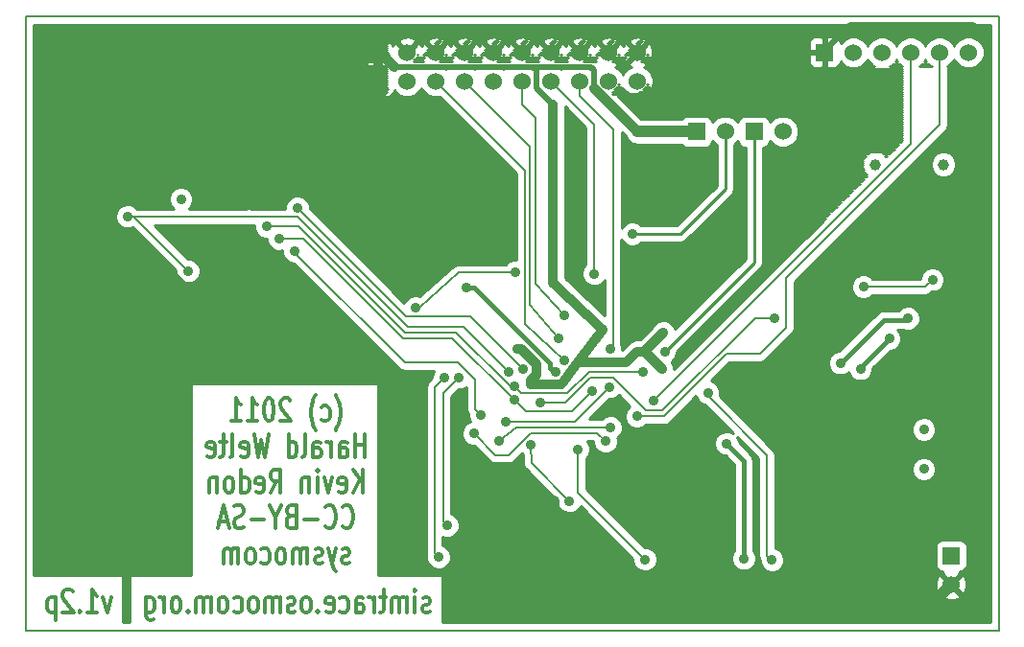
<source format=gbl>
G04 (created by PCBNEW-RS274X (2011-05-25)-stable) date Fri 18 May 2012 19:27:02 CEST*
G01*
G70*
G90*
%MOIN*%
G04 Gerber Fmt 3.4, Leading zero omitted, Abs format*
%FSLAX34Y34*%
G04 APERTURE LIST*
%ADD10C,0.006000*%
%ADD11C,0.012000*%
%ADD12C,0.008000*%
%ADD13R,0.060000X0.060000*%
%ADD14C,0.060000*%
%ADD15C,0.035400*%
%ADD16C,0.039400*%
%ADD17C,0.035000*%
%ADD18C,0.009800*%
%ADD19C,0.016000*%
%ADD20C,0.039400*%
%ADD21C,0.019700*%
%ADD22C,0.032000*%
%ADD23C,0.010000*%
G04 APERTURE END LIST*
G54D10*
G54D11*
X17428Y-55140D02*
X17285Y-55674D01*
X17143Y-55140D01*
X16600Y-55674D02*
X16943Y-55674D01*
X16771Y-55674D02*
X16771Y-54874D01*
X16828Y-54988D01*
X16886Y-55064D01*
X16943Y-55102D01*
X16343Y-55598D02*
X16315Y-55636D01*
X16343Y-55674D01*
X16372Y-55636D01*
X16343Y-55598D01*
X16343Y-55674D01*
X16086Y-54950D02*
X16057Y-54912D01*
X16000Y-54874D01*
X15857Y-54874D01*
X15800Y-54912D01*
X15771Y-54950D01*
X15743Y-55026D01*
X15743Y-55102D01*
X15771Y-55217D01*
X16114Y-55674D01*
X15743Y-55674D01*
X15486Y-55140D02*
X15486Y-55940D01*
X15486Y-55179D02*
X15429Y-55140D01*
X15315Y-55140D01*
X15258Y-55179D01*
X15229Y-55217D01*
X15200Y-55293D01*
X15200Y-55521D01*
X15229Y-55598D01*
X15258Y-55636D01*
X15315Y-55674D01*
X15429Y-55674D01*
X15486Y-55636D01*
X25213Y-49329D02*
X25241Y-49290D01*
X25298Y-49176D01*
X25327Y-49100D01*
X25356Y-48986D01*
X25384Y-48795D01*
X25384Y-48643D01*
X25356Y-48452D01*
X25327Y-48338D01*
X25298Y-48262D01*
X25241Y-48148D01*
X25213Y-48110D01*
X24727Y-48986D02*
X24784Y-49024D01*
X24898Y-49024D01*
X24956Y-48986D01*
X24984Y-48948D01*
X25013Y-48871D01*
X25013Y-48643D01*
X24984Y-48567D01*
X24956Y-48529D01*
X24898Y-48490D01*
X24784Y-48490D01*
X24727Y-48529D01*
X24527Y-49329D02*
X24499Y-49290D01*
X24442Y-49176D01*
X24413Y-49100D01*
X24384Y-48986D01*
X24356Y-48795D01*
X24356Y-48643D01*
X24384Y-48452D01*
X24413Y-48338D01*
X24442Y-48262D01*
X24499Y-48148D01*
X24527Y-48110D01*
X23642Y-48300D02*
X23613Y-48262D01*
X23556Y-48224D01*
X23413Y-48224D01*
X23356Y-48262D01*
X23327Y-48300D01*
X23299Y-48376D01*
X23299Y-48452D01*
X23327Y-48567D01*
X23670Y-49024D01*
X23299Y-49024D01*
X22928Y-48224D02*
X22871Y-48224D01*
X22814Y-48262D01*
X22785Y-48300D01*
X22756Y-48376D01*
X22728Y-48529D01*
X22728Y-48719D01*
X22756Y-48871D01*
X22785Y-48948D01*
X22814Y-48986D01*
X22871Y-49024D01*
X22928Y-49024D01*
X22985Y-48986D01*
X23014Y-48948D01*
X23042Y-48871D01*
X23071Y-48719D01*
X23071Y-48529D01*
X23042Y-48376D01*
X23014Y-48300D01*
X22985Y-48262D01*
X22928Y-48224D01*
X22157Y-49024D02*
X22500Y-49024D01*
X22328Y-49024D02*
X22328Y-48224D01*
X22385Y-48338D01*
X22443Y-48414D01*
X22500Y-48452D01*
X21586Y-49024D02*
X21929Y-49024D01*
X21757Y-49024D02*
X21757Y-48224D01*
X21814Y-48338D01*
X21872Y-48414D01*
X21929Y-48452D01*
X26242Y-50264D02*
X26242Y-49464D01*
X26242Y-49845D02*
X25899Y-49845D01*
X25899Y-50264D02*
X25899Y-49464D01*
X25356Y-50264D02*
X25356Y-49845D01*
X25385Y-49769D01*
X25442Y-49730D01*
X25556Y-49730D01*
X25613Y-49769D01*
X25356Y-50226D02*
X25413Y-50264D01*
X25556Y-50264D01*
X25613Y-50226D01*
X25642Y-50150D01*
X25642Y-50073D01*
X25613Y-49997D01*
X25556Y-49959D01*
X25413Y-49959D01*
X25356Y-49921D01*
X25070Y-50264D02*
X25070Y-49730D01*
X25070Y-49883D02*
X25042Y-49807D01*
X25013Y-49769D01*
X24956Y-49730D01*
X24899Y-49730D01*
X24442Y-50264D02*
X24442Y-49845D01*
X24471Y-49769D01*
X24528Y-49730D01*
X24642Y-49730D01*
X24699Y-49769D01*
X24442Y-50226D02*
X24499Y-50264D01*
X24642Y-50264D01*
X24699Y-50226D01*
X24728Y-50150D01*
X24728Y-50073D01*
X24699Y-49997D01*
X24642Y-49959D01*
X24499Y-49959D01*
X24442Y-49921D01*
X24070Y-50264D02*
X24128Y-50226D01*
X24156Y-50150D01*
X24156Y-49464D01*
X23585Y-50264D02*
X23585Y-49464D01*
X23585Y-50226D02*
X23642Y-50264D01*
X23756Y-50264D01*
X23814Y-50226D01*
X23842Y-50188D01*
X23871Y-50111D01*
X23871Y-49883D01*
X23842Y-49807D01*
X23814Y-49769D01*
X23756Y-49730D01*
X23642Y-49730D01*
X23585Y-49769D01*
X22899Y-49464D02*
X22756Y-50264D01*
X22642Y-49692D01*
X22528Y-50264D01*
X22385Y-49464D01*
X21928Y-50226D02*
X21985Y-50264D01*
X22099Y-50264D01*
X22156Y-50226D01*
X22185Y-50150D01*
X22185Y-49845D01*
X22156Y-49769D01*
X22099Y-49730D01*
X21985Y-49730D01*
X21928Y-49769D01*
X21899Y-49845D01*
X21899Y-49921D01*
X22185Y-49997D01*
X21556Y-50264D02*
X21614Y-50226D01*
X21642Y-50150D01*
X21642Y-49464D01*
X21414Y-49730D02*
X21185Y-49730D01*
X21328Y-49464D02*
X21328Y-50150D01*
X21300Y-50226D01*
X21242Y-50264D01*
X21185Y-50264D01*
X20757Y-50226D02*
X20814Y-50264D01*
X20928Y-50264D01*
X20985Y-50226D01*
X21014Y-50150D01*
X21014Y-49845D01*
X20985Y-49769D01*
X20928Y-49730D01*
X20814Y-49730D01*
X20757Y-49769D01*
X20728Y-49845D01*
X20728Y-49921D01*
X21014Y-49997D01*
X26157Y-51504D02*
X26157Y-50704D01*
X25814Y-51504D02*
X26071Y-51047D01*
X25814Y-50704D02*
X26157Y-51161D01*
X25329Y-51466D02*
X25386Y-51504D01*
X25500Y-51504D01*
X25557Y-51466D01*
X25586Y-51390D01*
X25586Y-51085D01*
X25557Y-51009D01*
X25500Y-50970D01*
X25386Y-50970D01*
X25329Y-51009D01*
X25300Y-51085D01*
X25300Y-51161D01*
X25586Y-51237D01*
X25100Y-50970D02*
X24957Y-51504D01*
X24815Y-50970D01*
X24586Y-51504D02*
X24586Y-50970D01*
X24586Y-50704D02*
X24615Y-50742D01*
X24586Y-50780D01*
X24558Y-50742D01*
X24586Y-50704D01*
X24586Y-50780D01*
X24300Y-50970D02*
X24300Y-51504D01*
X24300Y-51047D02*
X24272Y-51009D01*
X24214Y-50970D01*
X24129Y-50970D01*
X24072Y-51009D01*
X24043Y-51085D01*
X24043Y-51504D01*
X22957Y-51504D02*
X23157Y-51123D01*
X23300Y-51504D02*
X23300Y-50704D01*
X23072Y-50704D01*
X23014Y-50742D01*
X22986Y-50780D01*
X22957Y-50856D01*
X22957Y-50970D01*
X22986Y-51047D01*
X23014Y-51085D01*
X23072Y-51123D01*
X23300Y-51123D01*
X22472Y-51466D02*
X22529Y-51504D01*
X22643Y-51504D01*
X22700Y-51466D01*
X22729Y-51390D01*
X22729Y-51085D01*
X22700Y-51009D01*
X22643Y-50970D01*
X22529Y-50970D01*
X22472Y-51009D01*
X22443Y-51085D01*
X22443Y-51161D01*
X22729Y-51237D01*
X21929Y-51504D02*
X21929Y-50704D01*
X21929Y-51466D02*
X21986Y-51504D01*
X22100Y-51504D01*
X22158Y-51466D01*
X22186Y-51428D01*
X22215Y-51351D01*
X22215Y-51123D01*
X22186Y-51047D01*
X22158Y-51009D01*
X22100Y-50970D01*
X21986Y-50970D01*
X21929Y-51009D01*
X21557Y-51504D02*
X21615Y-51466D01*
X21643Y-51428D01*
X21672Y-51351D01*
X21672Y-51123D01*
X21643Y-51047D01*
X21615Y-51009D01*
X21557Y-50970D01*
X21472Y-50970D01*
X21415Y-51009D01*
X21386Y-51047D01*
X21357Y-51123D01*
X21357Y-51351D01*
X21386Y-51428D01*
X21415Y-51466D01*
X21472Y-51504D01*
X21557Y-51504D01*
X21100Y-50970D02*
X21100Y-51504D01*
X21100Y-51047D02*
X21072Y-51009D01*
X21014Y-50970D01*
X20929Y-50970D01*
X20872Y-51009D01*
X20843Y-51085D01*
X20843Y-51504D01*
X25456Y-52668D02*
X25485Y-52706D01*
X25571Y-52744D01*
X25628Y-52744D01*
X25713Y-52706D01*
X25771Y-52630D01*
X25799Y-52553D01*
X25828Y-52401D01*
X25828Y-52287D01*
X25799Y-52134D01*
X25771Y-52058D01*
X25713Y-51982D01*
X25628Y-51944D01*
X25571Y-51944D01*
X25485Y-51982D01*
X25456Y-52020D01*
X24856Y-52668D02*
X24885Y-52706D01*
X24971Y-52744D01*
X25028Y-52744D01*
X25113Y-52706D01*
X25171Y-52630D01*
X25199Y-52553D01*
X25228Y-52401D01*
X25228Y-52287D01*
X25199Y-52134D01*
X25171Y-52058D01*
X25113Y-51982D01*
X25028Y-51944D01*
X24971Y-51944D01*
X24885Y-51982D01*
X24856Y-52020D01*
X24599Y-52439D02*
X24142Y-52439D01*
X23656Y-52325D02*
X23570Y-52363D01*
X23542Y-52401D01*
X23513Y-52477D01*
X23513Y-52591D01*
X23542Y-52668D01*
X23570Y-52706D01*
X23628Y-52744D01*
X23856Y-52744D01*
X23856Y-51944D01*
X23656Y-51944D01*
X23599Y-51982D01*
X23570Y-52020D01*
X23542Y-52096D01*
X23542Y-52172D01*
X23570Y-52249D01*
X23599Y-52287D01*
X23656Y-52325D01*
X23856Y-52325D01*
X23142Y-52363D02*
X23142Y-52744D01*
X23342Y-51944D02*
X23142Y-52363D01*
X22942Y-51944D01*
X22742Y-52439D02*
X22285Y-52439D01*
X22028Y-52706D02*
X21942Y-52744D01*
X21799Y-52744D01*
X21742Y-52706D01*
X21713Y-52668D01*
X21685Y-52591D01*
X21685Y-52515D01*
X21713Y-52439D01*
X21742Y-52401D01*
X21799Y-52363D01*
X21913Y-52325D01*
X21971Y-52287D01*
X21999Y-52249D01*
X22028Y-52172D01*
X22028Y-52096D01*
X21999Y-52020D01*
X21971Y-51982D01*
X21913Y-51944D01*
X21771Y-51944D01*
X21685Y-51982D01*
X21457Y-52515D02*
X21171Y-52515D01*
X21514Y-52744D02*
X21314Y-51944D01*
X21114Y-52744D01*
X25700Y-53946D02*
X25643Y-53984D01*
X25528Y-53984D01*
X25471Y-53946D01*
X25443Y-53870D01*
X25443Y-53831D01*
X25471Y-53755D01*
X25528Y-53717D01*
X25614Y-53717D01*
X25671Y-53679D01*
X25700Y-53603D01*
X25700Y-53565D01*
X25671Y-53489D01*
X25614Y-53450D01*
X25528Y-53450D01*
X25471Y-53489D01*
X25242Y-53450D02*
X25099Y-53984D01*
X24957Y-53450D02*
X25099Y-53984D01*
X25157Y-54174D01*
X25185Y-54212D01*
X25242Y-54250D01*
X24757Y-53946D02*
X24700Y-53984D01*
X24585Y-53984D01*
X24528Y-53946D01*
X24500Y-53870D01*
X24500Y-53831D01*
X24528Y-53755D01*
X24585Y-53717D01*
X24671Y-53717D01*
X24728Y-53679D01*
X24757Y-53603D01*
X24757Y-53565D01*
X24728Y-53489D01*
X24671Y-53450D01*
X24585Y-53450D01*
X24528Y-53489D01*
X24242Y-53984D02*
X24242Y-53450D01*
X24242Y-53527D02*
X24214Y-53489D01*
X24156Y-53450D01*
X24071Y-53450D01*
X24014Y-53489D01*
X23985Y-53565D01*
X23985Y-53984D01*
X23985Y-53565D02*
X23956Y-53489D01*
X23899Y-53450D01*
X23814Y-53450D01*
X23756Y-53489D01*
X23728Y-53565D01*
X23728Y-53984D01*
X23356Y-53984D02*
X23414Y-53946D01*
X23442Y-53908D01*
X23471Y-53831D01*
X23471Y-53603D01*
X23442Y-53527D01*
X23414Y-53489D01*
X23356Y-53450D01*
X23271Y-53450D01*
X23214Y-53489D01*
X23185Y-53527D01*
X23156Y-53603D01*
X23156Y-53831D01*
X23185Y-53908D01*
X23214Y-53946D01*
X23271Y-53984D01*
X23356Y-53984D01*
X22642Y-53946D02*
X22699Y-53984D01*
X22813Y-53984D01*
X22871Y-53946D01*
X22899Y-53908D01*
X22928Y-53831D01*
X22928Y-53603D01*
X22899Y-53527D01*
X22871Y-53489D01*
X22813Y-53450D01*
X22699Y-53450D01*
X22642Y-53489D01*
X22299Y-53984D02*
X22357Y-53946D01*
X22385Y-53908D01*
X22414Y-53831D01*
X22414Y-53603D01*
X22385Y-53527D01*
X22357Y-53489D01*
X22299Y-53450D01*
X22214Y-53450D01*
X22157Y-53489D01*
X22128Y-53527D01*
X22099Y-53603D01*
X22099Y-53831D01*
X22128Y-53908D01*
X22157Y-53946D01*
X22214Y-53984D01*
X22299Y-53984D01*
X21842Y-53984D02*
X21842Y-53450D01*
X21842Y-53527D02*
X21814Y-53489D01*
X21756Y-53450D01*
X21671Y-53450D01*
X21614Y-53489D01*
X21585Y-53565D01*
X21585Y-53984D01*
X21585Y-53565D02*
X21556Y-53489D01*
X21499Y-53450D01*
X21414Y-53450D01*
X21356Y-53489D01*
X21328Y-53565D01*
X21328Y-53984D01*
G54D12*
X14450Y-56300D02*
X14450Y-34950D01*
X48250Y-56300D02*
X14450Y-56300D01*
X48250Y-34950D02*
X48250Y-56300D01*
X15250Y-34950D02*
X48250Y-34950D01*
X14450Y-34950D02*
X15250Y-34950D01*
G54D11*
X28493Y-55636D02*
X28436Y-55674D01*
X28321Y-55674D01*
X28264Y-55636D01*
X28236Y-55560D01*
X28236Y-55521D01*
X28264Y-55445D01*
X28321Y-55407D01*
X28407Y-55407D01*
X28464Y-55369D01*
X28493Y-55293D01*
X28493Y-55255D01*
X28464Y-55179D01*
X28407Y-55140D01*
X28321Y-55140D01*
X28264Y-55179D01*
X27978Y-55674D02*
X27978Y-55140D01*
X27978Y-54874D02*
X28007Y-54912D01*
X27978Y-54950D01*
X27950Y-54912D01*
X27978Y-54874D01*
X27978Y-54950D01*
X27692Y-55674D02*
X27692Y-55140D01*
X27692Y-55217D02*
X27664Y-55179D01*
X27606Y-55140D01*
X27521Y-55140D01*
X27464Y-55179D01*
X27435Y-55255D01*
X27435Y-55674D01*
X27435Y-55255D02*
X27406Y-55179D01*
X27349Y-55140D01*
X27264Y-55140D01*
X27206Y-55179D01*
X27178Y-55255D01*
X27178Y-55674D01*
X26978Y-55140D02*
X26749Y-55140D01*
X26892Y-54874D02*
X26892Y-55560D01*
X26864Y-55636D01*
X26806Y-55674D01*
X26749Y-55674D01*
X26549Y-55674D02*
X26549Y-55140D01*
X26549Y-55293D02*
X26521Y-55217D01*
X26492Y-55179D01*
X26435Y-55140D01*
X26378Y-55140D01*
X25921Y-55674D02*
X25921Y-55255D01*
X25950Y-55179D01*
X26007Y-55140D01*
X26121Y-55140D01*
X26178Y-55179D01*
X25921Y-55636D02*
X25978Y-55674D01*
X26121Y-55674D01*
X26178Y-55636D01*
X26207Y-55560D01*
X26207Y-55483D01*
X26178Y-55407D01*
X26121Y-55369D01*
X25978Y-55369D01*
X25921Y-55331D01*
X25378Y-55636D02*
X25435Y-55674D01*
X25549Y-55674D01*
X25607Y-55636D01*
X25635Y-55598D01*
X25664Y-55521D01*
X25664Y-55293D01*
X25635Y-55217D01*
X25607Y-55179D01*
X25549Y-55140D01*
X25435Y-55140D01*
X25378Y-55179D01*
X24893Y-55636D02*
X24950Y-55674D01*
X25064Y-55674D01*
X25121Y-55636D01*
X25150Y-55560D01*
X25150Y-55255D01*
X25121Y-55179D01*
X25064Y-55140D01*
X24950Y-55140D01*
X24893Y-55179D01*
X24864Y-55255D01*
X24864Y-55331D01*
X25150Y-55407D01*
X24607Y-55598D02*
X24579Y-55636D01*
X24607Y-55674D01*
X24636Y-55636D01*
X24607Y-55598D01*
X24607Y-55674D01*
X24235Y-55674D02*
X24293Y-55636D01*
X24321Y-55598D01*
X24350Y-55521D01*
X24350Y-55293D01*
X24321Y-55217D01*
X24293Y-55179D01*
X24235Y-55140D01*
X24150Y-55140D01*
X24093Y-55179D01*
X24064Y-55217D01*
X24035Y-55293D01*
X24035Y-55521D01*
X24064Y-55598D01*
X24093Y-55636D01*
X24150Y-55674D01*
X24235Y-55674D01*
X23807Y-55636D02*
X23750Y-55674D01*
X23635Y-55674D01*
X23578Y-55636D01*
X23550Y-55560D01*
X23550Y-55521D01*
X23578Y-55445D01*
X23635Y-55407D01*
X23721Y-55407D01*
X23778Y-55369D01*
X23807Y-55293D01*
X23807Y-55255D01*
X23778Y-55179D01*
X23721Y-55140D01*
X23635Y-55140D01*
X23578Y-55179D01*
X23292Y-55674D02*
X23292Y-55140D01*
X23292Y-55217D02*
X23264Y-55179D01*
X23206Y-55140D01*
X23121Y-55140D01*
X23064Y-55179D01*
X23035Y-55255D01*
X23035Y-55674D01*
X23035Y-55255D02*
X23006Y-55179D01*
X22949Y-55140D01*
X22864Y-55140D01*
X22806Y-55179D01*
X22778Y-55255D01*
X22778Y-55674D01*
X22406Y-55674D02*
X22464Y-55636D01*
X22492Y-55598D01*
X22521Y-55521D01*
X22521Y-55293D01*
X22492Y-55217D01*
X22464Y-55179D01*
X22406Y-55140D01*
X22321Y-55140D01*
X22264Y-55179D01*
X22235Y-55217D01*
X22206Y-55293D01*
X22206Y-55521D01*
X22235Y-55598D01*
X22264Y-55636D01*
X22321Y-55674D01*
X22406Y-55674D01*
X21692Y-55636D02*
X21749Y-55674D01*
X21863Y-55674D01*
X21921Y-55636D01*
X21949Y-55598D01*
X21978Y-55521D01*
X21978Y-55293D01*
X21949Y-55217D01*
X21921Y-55179D01*
X21863Y-55140D01*
X21749Y-55140D01*
X21692Y-55179D01*
X21349Y-55674D02*
X21407Y-55636D01*
X21435Y-55598D01*
X21464Y-55521D01*
X21464Y-55293D01*
X21435Y-55217D01*
X21407Y-55179D01*
X21349Y-55140D01*
X21264Y-55140D01*
X21207Y-55179D01*
X21178Y-55217D01*
X21149Y-55293D01*
X21149Y-55521D01*
X21178Y-55598D01*
X21207Y-55636D01*
X21264Y-55674D01*
X21349Y-55674D01*
X20892Y-55674D02*
X20892Y-55140D01*
X20892Y-55217D02*
X20864Y-55179D01*
X20806Y-55140D01*
X20721Y-55140D01*
X20664Y-55179D01*
X20635Y-55255D01*
X20635Y-55674D01*
X20635Y-55255D02*
X20606Y-55179D01*
X20549Y-55140D01*
X20464Y-55140D01*
X20406Y-55179D01*
X20378Y-55255D01*
X20378Y-55674D01*
X20092Y-55598D02*
X20064Y-55636D01*
X20092Y-55674D01*
X20121Y-55636D01*
X20092Y-55598D01*
X20092Y-55674D01*
X19720Y-55674D02*
X19778Y-55636D01*
X19806Y-55598D01*
X19835Y-55521D01*
X19835Y-55293D01*
X19806Y-55217D01*
X19778Y-55179D01*
X19720Y-55140D01*
X19635Y-55140D01*
X19578Y-55179D01*
X19549Y-55217D01*
X19520Y-55293D01*
X19520Y-55521D01*
X19549Y-55598D01*
X19578Y-55636D01*
X19635Y-55674D01*
X19720Y-55674D01*
X19263Y-55674D02*
X19263Y-55140D01*
X19263Y-55293D02*
X19235Y-55217D01*
X19206Y-55179D01*
X19149Y-55140D01*
X19092Y-55140D01*
X18635Y-55140D02*
X18635Y-55788D01*
X18664Y-55864D01*
X18692Y-55902D01*
X18749Y-55940D01*
X18835Y-55940D01*
X18892Y-55902D01*
X18635Y-55636D02*
X18692Y-55674D01*
X18806Y-55674D01*
X18864Y-55636D01*
X18892Y-55598D01*
X18921Y-55521D01*
X18921Y-55293D01*
X18892Y-55217D01*
X18864Y-55179D01*
X18806Y-55140D01*
X18692Y-55140D01*
X18635Y-55179D01*
G54D13*
X42200Y-36200D03*
G54D14*
X43200Y-36200D03*
X44200Y-36200D03*
X45200Y-36200D03*
X46200Y-36200D03*
X47200Y-36200D03*
G54D15*
X45650Y-50689D03*
X45650Y-49311D03*
G54D13*
X46600Y-53700D03*
G54D14*
X46600Y-54700D03*
G54D13*
X26700Y-37200D03*
G54D14*
X26700Y-36200D03*
X27700Y-37200D03*
X27700Y-36200D03*
X28700Y-37200D03*
X28700Y-36200D03*
X29700Y-37200D03*
X29700Y-36200D03*
X30700Y-37200D03*
X30700Y-36200D03*
X31700Y-37200D03*
X31700Y-36200D03*
X32700Y-37200D03*
X32700Y-36200D03*
X33700Y-37200D03*
X33700Y-36200D03*
X34700Y-37200D03*
X34700Y-36200D03*
X35700Y-37200D03*
X35700Y-36200D03*
G54D13*
X37750Y-38950D03*
G54D14*
X38750Y-38950D03*
G54D13*
X39750Y-38950D03*
G54D14*
X40750Y-38950D03*
G54D16*
X46331Y-40100D03*
X43969Y-40100D03*
G54D17*
X19850Y-41300D03*
X34750Y-46500D03*
X35910Y-47293D03*
X31421Y-47811D03*
X22816Y-42245D03*
X34737Y-47832D03*
X31131Y-49039D03*
X33639Y-50003D03*
X35965Y-53828D03*
X36268Y-48322D03*
X35682Y-48858D03*
X18000Y-41900D03*
X31217Y-47293D03*
X20100Y-43800D03*
X23261Y-42681D03*
X34128Y-47979D03*
X31426Y-48290D03*
X29100Y-52650D03*
X29500Y-47500D03*
X29000Y-47500D03*
X28800Y-53750D03*
X31733Y-47209D03*
X23892Y-41603D03*
X30900Y-49700D03*
X34764Y-49247D03*
X30250Y-48800D03*
X23802Y-43110D03*
X40375Y-53850D03*
X38147Y-48037D03*
X34597Y-49724D03*
X30013Y-49446D03*
X33150Y-45350D03*
X33150Y-46900D03*
X34193Y-43899D03*
X36650Y-46600D03*
X32950Y-46150D03*
X45950Y-44100D03*
X43550Y-44350D03*
X32850Y-47300D03*
X29777Y-44364D03*
X39400Y-53800D03*
X38800Y-49800D03*
X33332Y-51799D03*
X32000Y-49850D03*
X36550Y-47200D03*
X31986Y-47726D03*
X44450Y-46150D03*
X32772Y-43374D03*
X31514Y-46505D03*
X43450Y-47200D03*
X34500Y-45850D03*
X36600Y-45950D03*
X29450Y-49050D03*
X31975Y-51825D03*
X35300Y-41257D03*
X28150Y-48500D03*
X47100Y-40450D03*
X25600Y-35500D03*
X27400Y-39850D03*
X15700Y-42400D03*
X33599Y-39803D03*
X30500Y-51800D03*
X31250Y-42050D03*
X28093Y-44156D03*
X40600Y-42850D03*
X36950Y-52075D03*
X38650Y-45250D03*
X28618Y-42765D03*
X36150Y-43450D03*
X18650Y-43050D03*
X32321Y-48367D03*
X40475Y-45434D03*
X42750Y-47000D03*
X45100Y-45450D03*
X35524Y-42509D03*
X27997Y-45069D03*
X31450Y-43850D03*
G54D12*
X34850Y-46400D02*
X34866Y-38866D01*
X34750Y-46500D02*
X34850Y-46400D01*
X33700Y-37200D02*
X33700Y-37700D01*
X33700Y-37700D02*
X34866Y-38866D01*
X34015Y-47293D02*
X33260Y-48048D01*
X33260Y-48048D02*
X31658Y-48048D01*
X29398Y-45926D02*
X31283Y-47811D01*
X31283Y-47811D02*
X31421Y-47811D01*
X35910Y-47293D02*
X34015Y-47293D01*
X23934Y-42245D02*
X27615Y-45926D01*
X31658Y-48048D02*
X31421Y-47811D01*
X27615Y-45926D02*
X29398Y-45926D01*
X22816Y-42245D02*
X23934Y-42245D01*
X33530Y-49039D02*
X34737Y-47832D01*
X31131Y-49039D02*
X33530Y-49039D01*
X35965Y-53828D02*
X33639Y-51502D01*
X33639Y-51502D02*
X33639Y-50003D01*
X45200Y-39390D02*
X36268Y-48322D01*
X45200Y-36200D02*
X45200Y-39390D01*
X36616Y-48858D02*
X35682Y-48858D01*
X46200Y-38722D02*
X40872Y-44050D01*
X40872Y-45760D02*
X39948Y-46684D01*
X46200Y-36200D02*
X46200Y-38722D01*
X40872Y-44050D02*
X40872Y-45760D01*
X39948Y-46684D02*
X38790Y-46684D01*
X38790Y-46684D02*
X36616Y-48858D01*
X29666Y-45742D02*
X31217Y-47293D01*
X22176Y-41924D02*
X22200Y-41900D01*
X18200Y-41900D02*
X18000Y-41900D01*
X22200Y-41900D02*
X22200Y-41924D01*
X18024Y-41924D02*
X20224Y-41924D01*
X22200Y-41924D02*
X23895Y-41924D01*
X20224Y-41924D02*
X22176Y-41924D01*
X23895Y-41924D02*
X27713Y-45742D01*
X18000Y-41900D02*
X18024Y-41924D01*
X27713Y-45742D02*
X29666Y-45742D01*
X20100Y-43800D02*
X18200Y-41900D01*
X33421Y-48686D02*
X34128Y-47979D01*
X29278Y-46142D02*
X31426Y-48290D01*
X24110Y-42681D02*
X27571Y-46142D01*
X27571Y-46142D02*
X29278Y-46142D01*
X31426Y-48290D02*
X31822Y-48686D01*
X31822Y-48686D02*
X33421Y-48686D01*
X23261Y-42681D02*
X24110Y-42681D01*
X28950Y-52500D02*
X28950Y-51950D01*
X29100Y-52650D02*
X28950Y-52500D01*
X29500Y-47500D02*
X28950Y-48050D01*
X28950Y-48050D02*
X28950Y-51950D01*
X29000Y-47500D02*
X28650Y-47850D01*
X28650Y-53600D02*
X28800Y-53750D01*
X28650Y-47850D02*
X28650Y-53600D01*
X29912Y-45388D02*
X31733Y-47209D01*
X23892Y-41603D02*
X27677Y-45388D01*
X27677Y-45388D02*
X29912Y-45388D01*
X30900Y-49700D02*
X31490Y-49247D01*
X31490Y-49247D02*
X34764Y-49247D01*
X30055Y-48605D02*
X30055Y-47566D01*
X30250Y-48800D02*
X30055Y-48605D01*
X30055Y-47566D02*
X29477Y-46988D01*
X29477Y-46988D02*
X27623Y-46988D01*
X27623Y-46988D02*
X23802Y-43167D01*
X23802Y-43167D02*
X23802Y-43110D01*
X38147Y-48037D02*
X38147Y-48147D01*
X40200Y-53700D02*
X40375Y-53850D01*
X38147Y-48147D02*
X40200Y-50200D01*
X40200Y-50200D02*
X40200Y-53700D01*
X30766Y-50199D02*
X31240Y-50199D01*
X30013Y-49446D02*
X30766Y-50199D01*
X32005Y-49434D02*
X34307Y-49434D01*
X31240Y-50199D02*
X32005Y-49434D01*
X34307Y-49434D02*
X34597Y-49724D01*
X31700Y-37200D02*
X31700Y-38000D01*
X32163Y-44246D02*
X32163Y-38463D01*
X33150Y-45350D02*
X32163Y-44246D01*
X31700Y-38000D02*
X32163Y-38463D01*
X31795Y-40295D02*
X28700Y-37200D01*
X33150Y-46900D02*
X31795Y-45643D01*
X31795Y-45643D02*
X31795Y-40295D01*
X34193Y-43899D02*
X34193Y-38693D01*
X34193Y-38693D02*
X32700Y-37200D01*
G54D18*
X39750Y-38950D02*
X39750Y-43500D01*
X39750Y-43500D02*
X36650Y-46600D01*
G54D12*
X32950Y-46150D02*
X31979Y-44967D01*
X31979Y-39479D02*
X29700Y-37200D01*
X31979Y-44967D02*
X31979Y-39479D01*
X45950Y-44100D02*
X45700Y-44350D01*
X45700Y-44350D02*
X43550Y-44350D01*
G54D19*
X29777Y-44364D02*
X30014Y-44364D01*
X30014Y-44364D02*
X32650Y-47000D01*
X32650Y-47185D02*
X32850Y-47300D01*
X32650Y-47000D02*
X32650Y-47185D01*
X38800Y-49800D02*
X39400Y-50400D01*
X39400Y-50400D02*
X39400Y-53800D01*
G54D12*
X32018Y-50485D02*
X32000Y-49850D01*
X33332Y-51799D02*
X32018Y-50485D01*
G54D20*
X37750Y-38950D02*
X35700Y-38950D01*
G54D21*
X34206Y-36806D02*
X34206Y-37294D01*
G54D22*
X34200Y-37450D02*
X35700Y-38950D01*
G54D21*
X34200Y-37300D02*
X34200Y-37450D01*
X34206Y-37294D02*
X34200Y-37300D01*
X34100Y-36700D02*
X32151Y-36700D01*
X34100Y-36700D02*
X34206Y-36806D01*
G54D22*
X35950Y-46600D02*
X35975Y-46625D01*
G54D12*
X32151Y-36700D02*
X32200Y-36749D01*
X32200Y-36749D02*
X34127Y-36749D01*
G54D22*
X33640Y-46992D02*
X35308Y-46992D01*
X35975Y-46625D02*
X35975Y-46575D01*
G54D19*
X26700Y-36200D02*
X26750Y-36200D01*
G54D22*
X26750Y-36200D02*
X27250Y-36700D01*
G54D21*
X27250Y-36700D02*
X32151Y-36700D01*
G54D22*
X35975Y-46625D02*
X36550Y-47200D01*
G54D21*
X32200Y-37450D02*
X32772Y-38022D01*
G54D22*
X32772Y-38022D02*
X32772Y-43374D01*
G54D21*
X32200Y-37200D02*
X32200Y-37450D01*
G54D12*
X34127Y-36749D02*
X34149Y-36771D01*
G54D22*
X32772Y-44219D02*
X34500Y-45850D01*
G54D12*
X26650Y-36650D02*
X26700Y-36650D01*
X34149Y-36771D02*
X34149Y-37388D01*
G54D22*
X35700Y-46600D02*
X35950Y-46600D01*
X33640Y-46992D02*
X33069Y-47750D01*
X35308Y-46992D02*
X35700Y-46600D01*
G54D21*
X32200Y-37200D02*
X32200Y-36749D01*
G54D19*
X32200Y-36749D02*
X32151Y-36700D01*
G54D22*
X26700Y-36200D02*
X26700Y-36650D01*
X32200Y-47400D02*
X32200Y-47050D01*
X33069Y-47750D02*
X32010Y-47750D01*
G54D19*
X44450Y-46150D02*
X43450Y-47150D01*
X32010Y-47750D02*
X31986Y-47726D01*
G54D22*
X34500Y-45850D02*
X33640Y-46992D01*
X26700Y-36650D02*
X26700Y-37200D01*
X35975Y-46575D02*
X36600Y-45950D01*
X31655Y-46505D02*
X31514Y-46505D01*
G54D12*
X34500Y-45850D02*
X32772Y-44219D01*
X26700Y-36650D02*
X26650Y-36650D01*
G54D22*
X32772Y-43374D02*
X32772Y-44219D01*
X31986Y-47614D02*
X32200Y-47400D01*
G54D19*
X34500Y-45850D02*
X34500Y-45850D01*
G54D12*
X34149Y-37388D02*
X35711Y-38950D01*
G54D22*
X32200Y-47050D02*
X31655Y-46505D01*
X31986Y-47726D02*
X31986Y-47614D01*
G54D19*
X43450Y-47150D02*
X43450Y-47200D01*
G54D21*
X30250Y-51800D02*
X30500Y-51800D01*
X29450Y-51000D02*
X30250Y-51800D01*
X29450Y-49050D02*
X29450Y-51000D01*
X31984Y-51816D02*
X32000Y-51816D01*
X31975Y-51825D02*
X31984Y-51816D01*
G54D22*
X35300Y-41257D02*
X35300Y-41250D01*
G54D21*
X47150Y-40450D02*
X47100Y-40450D01*
G54D22*
X26250Y-46600D02*
X22200Y-46600D01*
X18650Y-43050D02*
X22200Y-46600D01*
G54D20*
X33750Y-55750D02*
X36925Y-55750D01*
X32784Y-54784D02*
X33750Y-55750D01*
G54D22*
X32000Y-51816D02*
X32784Y-51816D01*
G54D20*
X32784Y-51816D02*
X32784Y-54784D01*
G54D21*
X47850Y-39750D02*
X47150Y-40450D01*
X43100Y-35250D02*
X47350Y-35250D01*
X47850Y-35750D02*
X47850Y-39750D01*
X47350Y-35250D02*
X47850Y-35750D01*
G54D22*
X26250Y-46600D02*
X28150Y-48500D01*
G54D20*
X36925Y-55750D02*
X45550Y-55750D01*
G54D21*
X42200Y-36200D02*
X42200Y-36150D01*
G54D20*
X45550Y-55750D02*
X46600Y-54700D01*
X25500Y-35600D02*
X25500Y-37950D01*
G54D21*
X42200Y-36150D02*
X43100Y-35250D01*
G54D20*
X27400Y-39850D02*
X25500Y-37950D01*
X25500Y-35600D02*
X25600Y-35500D01*
G54D22*
X30500Y-51800D02*
X31258Y-51816D01*
X31258Y-51816D02*
X32000Y-51816D01*
X33600Y-39802D02*
X33599Y-39803D01*
X33600Y-39800D02*
X33600Y-39802D01*
X36925Y-55750D02*
X36925Y-52100D01*
G54D12*
X18650Y-43050D02*
X18800Y-43050D01*
G54D21*
X28618Y-43631D02*
X28093Y-44156D01*
X28618Y-42765D02*
X28618Y-43631D01*
G54D22*
X36925Y-52100D02*
X36950Y-52075D01*
G54D20*
X40600Y-43300D02*
X38650Y-45250D01*
X40600Y-43300D02*
X40600Y-42850D01*
G54D12*
X36560Y-48654D02*
X36010Y-48654D01*
X40475Y-45434D02*
X39780Y-45434D01*
X39780Y-45434D02*
X36560Y-48654D01*
X33201Y-48367D02*
X32321Y-48367D01*
X34870Y-47514D02*
X34054Y-47514D01*
X34054Y-47514D02*
X33201Y-48367D01*
X36010Y-48654D02*
X34870Y-47514D01*
G54D19*
X45050Y-45500D02*
X44250Y-45500D01*
X45100Y-45450D02*
X45050Y-45500D01*
X44250Y-45500D02*
X42750Y-47000D01*
G54D18*
X38750Y-38950D02*
X38750Y-40950D01*
X38750Y-40950D02*
X37191Y-42509D01*
X35524Y-42509D02*
X37191Y-42509D01*
G54D12*
X28131Y-45069D02*
X27997Y-45069D01*
X31450Y-43850D02*
X29500Y-43850D01*
X29500Y-43850D02*
X28131Y-45069D01*
G54D23*
X33182Y-38092D02*
X33182Y-38092D01*
X33182Y-38172D02*
X33262Y-38172D01*
X33182Y-38252D02*
X33342Y-38252D01*
X33182Y-38332D02*
X33422Y-38332D01*
X33182Y-38412D02*
X33502Y-38412D01*
X33182Y-38492D02*
X33582Y-38492D01*
X33182Y-38572D02*
X33662Y-38572D01*
X33182Y-38652D02*
X33742Y-38652D01*
X33182Y-38732D02*
X33822Y-38732D01*
X33182Y-38812D02*
X33902Y-38812D01*
X33182Y-38892D02*
X33903Y-38892D01*
X33182Y-38972D02*
X33903Y-38972D01*
X33182Y-39052D02*
X33903Y-39052D01*
X33182Y-39132D02*
X33903Y-39132D01*
X33182Y-39212D02*
X33903Y-39212D01*
X33182Y-39292D02*
X33903Y-39292D01*
X33182Y-39372D02*
X33903Y-39372D01*
X33182Y-39452D02*
X33903Y-39452D01*
X33182Y-39532D02*
X33903Y-39532D01*
X33182Y-39612D02*
X33903Y-39612D01*
X33182Y-39692D02*
X33903Y-39692D01*
X33182Y-39772D02*
X33903Y-39772D01*
X33182Y-39852D02*
X33903Y-39852D01*
X33182Y-39932D02*
X33903Y-39932D01*
X33182Y-40012D02*
X33903Y-40012D01*
X33182Y-40092D02*
X33903Y-40092D01*
X33182Y-40172D02*
X33903Y-40172D01*
X33182Y-40252D02*
X33903Y-40252D01*
X33182Y-40332D02*
X33903Y-40332D01*
X33182Y-40412D02*
X33903Y-40412D01*
X33182Y-40492D02*
X33903Y-40492D01*
X33182Y-40572D02*
X33903Y-40572D01*
X33182Y-40652D02*
X33903Y-40652D01*
X33182Y-40732D02*
X33903Y-40732D01*
X33182Y-40812D02*
X33903Y-40812D01*
X33182Y-40892D02*
X33903Y-40892D01*
X33182Y-40972D02*
X33903Y-40972D01*
X33182Y-41052D02*
X33903Y-41052D01*
X33182Y-41132D02*
X33903Y-41132D01*
X33182Y-41212D02*
X33903Y-41212D01*
X33182Y-41292D02*
X33903Y-41292D01*
X33182Y-41372D02*
X33903Y-41372D01*
X33182Y-41452D02*
X33903Y-41452D01*
X33182Y-41532D02*
X33903Y-41532D01*
X33182Y-41612D02*
X33903Y-41612D01*
X33182Y-41692D02*
X33903Y-41692D01*
X33182Y-41772D02*
X33903Y-41772D01*
X33182Y-41852D02*
X33903Y-41852D01*
X33182Y-41932D02*
X33903Y-41932D01*
X33182Y-42012D02*
X33903Y-42012D01*
X33182Y-42092D02*
X33903Y-42092D01*
X33182Y-42172D02*
X33903Y-42172D01*
X33182Y-42252D02*
X33903Y-42252D01*
X33182Y-42332D02*
X33903Y-42332D01*
X33182Y-42412D02*
X33903Y-42412D01*
X33182Y-42492D02*
X33903Y-42492D01*
X33182Y-42572D02*
X33903Y-42572D01*
X33182Y-42652D02*
X33903Y-42652D01*
X33182Y-42732D02*
X33903Y-42732D01*
X33182Y-42812D02*
X33903Y-42812D01*
X33182Y-42892D02*
X33903Y-42892D01*
X33182Y-42972D02*
X33903Y-42972D01*
X33182Y-43052D02*
X33903Y-43052D01*
X33182Y-43132D02*
X33903Y-43132D01*
X33182Y-43212D02*
X33903Y-43212D01*
X33197Y-43292D02*
X33903Y-43292D01*
X33197Y-43372D02*
X33903Y-43372D01*
X33197Y-43452D02*
X33903Y-43452D01*
X33182Y-43532D02*
X33903Y-43532D01*
X33182Y-43612D02*
X33879Y-43612D01*
X33182Y-43692D02*
X33818Y-43692D01*
X33182Y-43772D02*
X33785Y-43772D01*
X33182Y-43852D02*
X33768Y-43852D01*
X33182Y-43932D02*
X33768Y-43932D01*
X33182Y-44012D02*
X33780Y-44012D01*
X33235Y-44092D02*
X33813Y-44092D01*
X33319Y-44172D02*
X33865Y-44172D01*
X34521Y-44172D02*
X34562Y-44172D01*
X33404Y-44252D02*
X33945Y-44252D01*
X34441Y-44252D02*
X34562Y-44252D01*
X33489Y-44332D02*
X34562Y-44332D01*
X33574Y-44412D02*
X34562Y-44412D01*
X33659Y-44492D02*
X34562Y-44492D01*
X33744Y-44572D02*
X34562Y-44572D01*
X33829Y-44652D02*
X34562Y-44652D01*
X33913Y-44732D02*
X34561Y-44732D01*
X33998Y-44812D02*
X34561Y-44812D01*
X34083Y-44892D02*
X34561Y-44892D01*
X34168Y-44972D02*
X34561Y-44972D01*
X34253Y-45052D02*
X34561Y-45052D01*
X34338Y-45132D02*
X34561Y-45132D01*
X34423Y-45212D02*
X34561Y-45212D01*
X34507Y-45292D02*
X34561Y-45292D01*
X35152Y-38982D02*
X35152Y-38982D01*
X35152Y-39062D02*
X35232Y-39062D01*
X35152Y-39142D02*
X35302Y-39142D01*
X35152Y-39222D02*
X35355Y-39222D01*
X35152Y-39302D02*
X35438Y-39302D01*
X38299Y-39302D02*
X38326Y-39302D01*
X35152Y-39382D02*
X35625Y-39382D01*
X38265Y-39382D02*
X38406Y-39382D01*
X35152Y-39462D02*
X37312Y-39462D01*
X38189Y-39462D02*
X38451Y-39462D01*
X35152Y-39542D02*
X38451Y-39542D01*
X35152Y-39622D02*
X38451Y-39622D01*
X35151Y-39702D02*
X38451Y-39702D01*
X35151Y-39782D02*
X38451Y-39782D01*
X35151Y-39862D02*
X38451Y-39862D01*
X35151Y-39942D02*
X38451Y-39942D01*
X35151Y-40022D02*
X38451Y-40022D01*
X35151Y-40102D02*
X38451Y-40102D01*
X35151Y-40182D02*
X38451Y-40182D01*
X35151Y-40262D02*
X38451Y-40262D01*
X35150Y-40342D02*
X38451Y-40342D01*
X35150Y-40422D02*
X38451Y-40422D01*
X35150Y-40502D02*
X38451Y-40502D01*
X35150Y-40582D02*
X38451Y-40582D01*
X35150Y-40662D02*
X38451Y-40662D01*
X35150Y-40742D02*
X38451Y-40742D01*
X35150Y-40822D02*
X38451Y-40822D01*
X35150Y-40902D02*
X38375Y-40902D01*
X35149Y-40982D02*
X38295Y-40982D01*
X35149Y-41062D02*
X38215Y-41062D01*
X35149Y-41142D02*
X38135Y-41142D01*
X35149Y-41222D02*
X38055Y-41222D01*
X35149Y-41302D02*
X37975Y-41302D01*
X35149Y-41382D02*
X37895Y-41382D01*
X35149Y-41462D02*
X37815Y-41462D01*
X35149Y-41542D02*
X37735Y-41542D01*
X35149Y-41622D02*
X37655Y-41622D01*
X35148Y-41702D02*
X37575Y-41702D01*
X35148Y-41782D02*
X37495Y-41782D01*
X35148Y-41862D02*
X37415Y-41862D01*
X35148Y-41942D02*
X37335Y-41942D01*
X35148Y-42022D02*
X37255Y-42022D01*
X35148Y-42102D02*
X35396Y-42102D01*
X35652Y-42102D02*
X37175Y-42102D01*
X35148Y-42182D02*
X35250Y-42182D01*
X35798Y-42182D02*
X37095Y-42182D01*
X35148Y-42262D02*
X35170Y-42262D01*
X39201Y-39275D02*
X39201Y-39275D01*
X39121Y-39355D02*
X39225Y-39355D01*
X39049Y-39435D02*
X39283Y-39435D01*
X39049Y-39515D02*
X39451Y-39515D01*
X39049Y-39595D02*
X39451Y-39595D01*
X39049Y-39675D02*
X39451Y-39675D01*
X39049Y-39755D02*
X39451Y-39755D01*
X39049Y-39835D02*
X39451Y-39835D01*
X39049Y-39915D02*
X39451Y-39915D01*
X39049Y-39995D02*
X39451Y-39995D01*
X39049Y-40075D02*
X39451Y-40075D01*
X39049Y-40155D02*
X39451Y-40155D01*
X39049Y-40235D02*
X39451Y-40235D01*
X39049Y-40315D02*
X39451Y-40315D01*
X39049Y-40395D02*
X39451Y-40395D01*
X39049Y-40475D02*
X39451Y-40475D01*
X39049Y-40555D02*
X39451Y-40555D01*
X39049Y-40635D02*
X39451Y-40635D01*
X39049Y-40715D02*
X39451Y-40715D01*
X39049Y-40795D02*
X39451Y-40795D01*
X39049Y-40875D02*
X39451Y-40875D01*
X39048Y-40955D02*
X39451Y-40955D01*
X39032Y-41035D02*
X39451Y-41035D01*
X38992Y-41115D02*
X39451Y-41115D01*
X38928Y-41195D02*
X39451Y-41195D01*
X38848Y-41275D02*
X39451Y-41275D01*
X38768Y-41355D02*
X39451Y-41355D01*
X38688Y-41435D02*
X39451Y-41435D01*
X38608Y-41515D02*
X39451Y-41515D01*
X38528Y-41595D02*
X39451Y-41595D01*
X38448Y-41675D02*
X39451Y-41675D01*
X38368Y-41755D02*
X39451Y-41755D01*
X38288Y-41835D02*
X39451Y-41835D01*
X38208Y-41915D02*
X39451Y-41915D01*
X38128Y-41995D02*
X39451Y-41995D01*
X38048Y-42075D02*
X39451Y-42075D01*
X37968Y-42155D02*
X39451Y-42155D01*
X37888Y-42235D02*
X39451Y-42235D01*
X37808Y-42315D02*
X39451Y-42315D01*
X37728Y-42395D02*
X39451Y-42395D01*
X37648Y-42475D02*
X39451Y-42475D01*
X37568Y-42555D02*
X39451Y-42555D01*
X37488Y-42635D02*
X39451Y-42635D01*
X35146Y-42715D02*
X35149Y-42715D01*
X37408Y-42715D02*
X39451Y-42715D01*
X35146Y-42795D02*
X35209Y-42795D01*
X37251Y-42795D02*
X39451Y-42795D01*
X35146Y-42875D02*
X35298Y-42875D01*
X35752Y-42875D02*
X39451Y-42875D01*
X35146Y-42955D02*
X39451Y-42955D01*
X35146Y-43035D02*
X39451Y-43035D01*
X35146Y-43115D02*
X39451Y-43115D01*
X35146Y-43195D02*
X39451Y-43195D01*
X35146Y-43275D02*
X39451Y-43275D01*
X35145Y-43355D02*
X39451Y-43355D01*
X35145Y-43435D02*
X39392Y-43435D01*
X35145Y-43515D02*
X39312Y-43515D01*
X35145Y-43595D02*
X39232Y-43595D01*
X35145Y-43675D02*
X39152Y-43675D01*
X35145Y-43755D02*
X39072Y-43755D01*
X35145Y-43835D02*
X38992Y-43835D01*
X35145Y-43915D02*
X38912Y-43915D01*
X35144Y-43995D02*
X38832Y-43995D01*
X35144Y-44075D02*
X38752Y-44075D01*
X35144Y-44155D02*
X38672Y-44155D01*
X35144Y-44235D02*
X38592Y-44235D01*
X35144Y-44315D02*
X38512Y-44315D01*
X35144Y-44395D02*
X38432Y-44395D01*
X35144Y-44475D02*
X38352Y-44475D01*
X35143Y-44555D02*
X38272Y-44555D01*
X35143Y-44635D02*
X38192Y-44635D01*
X35143Y-44715D02*
X38112Y-44715D01*
X35143Y-44795D02*
X38032Y-44795D01*
X35143Y-44875D02*
X37952Y-44875D01*
X35143Y-44955D02*
X37872Y-44955D01*
X35143Y-45035D02*
X37792Y-45035D01*
X35143Y-45115D02*
X37712Y-45115D01*
X35142Y-45195D02*
X37632Y-45195D01*
X35142Y-45275D02*
X37552Y-45275D01*
X35142Y-45355D02*
X37472Y-45355D01*
X35142Y-45435D02*
X37392Y-45435D01*
X35142Y-45515D02*
X37312Y-45515D01*
X35142Y-45595D02*
X36354Y-45595D01*
X36846Y-45595D02*
X37232Y-45595D01*
X35142Y-45675D02*
X36274Y-45675D01*
X36926Y-45675D02*
X37152Y-45675D01*
X35141Y-45755D02*
X36215Y-45755D01*
X36979Y-45755D02*
X37072Y-45755D01*
X35141Y-45835D02*
X36135Y-45835D01*
X35141Y-45915D02*
X36055Y-45915D01*
X35141Y-45995D02*
X35975Y-45995D01*
X35141Y-46075D02*
X35895Y-46075D01*
X35141Y-46155D02*
X35815Y-46155D01*
X35141Y-46235D02*
X35522Y-46235D01*
X35141Y-46315D02*
X35405Y-46315D01*
X35166Y-46395D02*
X35325Y-46395D01*
X35175Y-46475D02*
X35245Y-46475D01*
X14740Y-35240D02*
X47960Y-35240D01*
X14740Y-35320D02*
X47960Y-35320D01*
X14740Y-35400D02*
X47960Y-35400D01*
X14740Y-35480D02*
X47960Y-35480D01*
X14740Y-35560D02*
X47960Y-35560D01*
X14740Y-35640D02*
X47960Y-35640D01*
X14740Y-35720D02*
X26425Y-35720D01*
X26974Y-35720D02*
X27438Y-35720D01*
X27958Y-35720D02*
X28438Y-35720D01*
X28958Y-35720D02*
X29438Y-35720D01*
X29958Y-35720D02*
X30438Y-35720D01*
X30958Y-35720D02*
X31438Y-35720D01*
X31958Y-35720D02*
X32438Y-35720D01*
X32958Y-35720D02*
X33438Y-35720D01*
X33958Y-35720D02*
X34438Y-35720D01*
X34958Y-35720D02*
X35438Y-35720D01*
X35958Y-35720D02*
X41728Y-35720D01*
X42150Y-35720D02*
X42250Y-35720D01*
X42672Y-35720D02*
X42925Y-35720D01*
X43474Y-35720D02*
X43925Y-35720D01*
X44474Y-35720D02*
X44925Y-35720D01*
X45474Y-35720D02*
X45925Y-35720D01*
X46474Y-35720D02*
X46925Y-35720D01*
X47474Y-35720D02*
X47960Y-35720D01*
X14740Y-35800D02*
X26324Y-35800D01*
X27076Y-35800D02*
X27398Y-35800D01*
X28001Y-35800D02*
X28398Y-35800D01*
X29001Y-35800D02*
X29398Y-35800D01*
X30001Y-35800D02*
X30398Y-35800D01*
X31001Y-35800D02*
X31398Y-35800D01*
X32001Y-35800D02*
X32398Y-35800D01*
X33001Y-35800D02*
X33398Y-35800D01*
X34001Y-35800D02*
X34398Y-35800D01*
X35001Y-35800D02*
X35398Y-35800D01*
X36001Y-35800D02*
X41671Y-35800D01*
X42150Y-35800D02*
X42250Y-35800D01*
X42728Y-35800D02*
X42824Y-35800D01*
X43576Y-35800D02*
X43824Y-35800D01*
X44576Y-35800D02*
X44824Y-35800D01*
X45576Y-35800D02*
X45824Y-35800D01*
X46576Y-35800D02*
X46824Y-35800D01*
X47576Y-35800D02*
X47960Y-35800D01*
X14740Y-35880D02*
X26244Y-35880D01*
X27156Y-35880D02*
X27451Y-35880D01*
X27950Y-35880D02*
X28008Y-35880D01*
X28008Y-35880D02*
X28451Y-35880D01*
X28950Y-35880D02*
X29008Y-35880D01*
X29008Y-35880D02*
X29451Y-35880D01*
X29950Y-35880D02*
X30008Y-35880D01*
X30008Y-35880D02*
X30451Y-35880D01*
X30950Y-35880D02*
X31008Y-35880D01*
X31008Y-35880D02*
X31451Y-35880D01*
X31950Y-35880D02*
X32008Y-35880D01*
X32008Y-35880D02*
X32451Y-35880D01*
X32950Y-35880D02*
X33008Y-35880D01*
X33008Y-35880D02*
X33451Y-35880D01*
X33950Y-35880D02*
X34008Y-35880D01*
X34008Y-35880D02*
X34451Y-35880D01*
X34950Y-35880D02*
X35008Y-35880D01*
X35008Y-35880D02*
X35451Y-35880D01*
X35950Y-35880D02*
X36008Y-35880D01*
X36008Y-35880D02*
X41651Y-35880D01*
X42150Y-35880D02*
X42250Y-35880D01*
X43656Y-35880D02*
X43744Y-35880D01*
X44656Y-35880D02*
X44744Y-35880D01*
X45656Y-35880D02*
X45744Y-35880D01*
X46656Y-35880D02*
X46744Y-35880D01*
X47656Y-35880D02*
X47960Y-35880D01*
X14740Y-35960D02*
X26205Y-35960D01*
X27194Y-35960D02*
X27212Y-35960D01*
X27389Y-35960D02*
X27531Y-35960D01*
X27870Y-35960D02*
X28008Y-35960D01*
X28008Y-35960D02*
X28010Y-35960D01*
X28188Y-35960D02*
X28213Y-35960D01*
X28389Y-35960D02*
X28531Y-35960D01*
X28870Y-35960D02*
X29008Y-35960D01*
X29008Y-35960D02*
X29010Y-35960D01*
X29188Y-35960D02*
X29213Y-35960D01*
X29389Y-35960D02*
X29531Y-35960D01*
X29870Y-35960D02*
X30008Y-35960D01*
X30008Y-35960D02*
X30010Y-35960D01*
X30188Y-35960D02*
X30213Y-35960D01*
X30389Y-35960D02*
X30531Y-35960D01*
X30870Y-35960D02*
X31008Y-35960D01*
X31008Y-35960D02*
X31010Y-35960D01*
X31188Y-35960D02*
X31213Y-35960D01*
X31389Y-35960D02*
X31531Y-35960D01*
X31870Y-35960D02*
X32008Y-35960D01*
X32008Y-35960D02*
X32010Y-35960D01*
X32188Y-35960D02*
X32213Y-35960D01*
X32389Y-35960D02*
X32531Y-35960D01*
X32870Y-35960D02*
X33008Y-35960D01*
X33008Y-35960D02*
X33010Y-35960D01*
X33188Y-35960D02*
X33213Y-35960D01*
X33389Y-35960D02*
X33531Y-35960D01*
X33870Y-35960D02*
X34008Y-35960D01*
X34008Y-35960D02*
X34010Y-35960D01*
X34188Y-35960D02*
X34213Y-35960D01*
X34389Y-35960D02*
X34531Y-35960D01*
X34870Y-35960D02*
X35008Y-35960D01*
X35008Y-35960D02*
X35010Y-35960D01*
X35188Y-35960D02*
X35213Y-35960D01*
X35389Y-35960D02*
X35531Y-35960D01*
X35870Y-35960D02*
X36008Y-35960D01*
X36008Y-35960D02*
X36010Y-35960D01*
X36188Y-35960D02*
X41650Y-35960D01*
X42150Y-35960D02*
X42250Y-35960D01*
X43694Y-35960D02*
X43705Y-35960D01*
X44694Y-35960D02*
X44705Y-35960D01*
X45694Y-35960D02*
X45705Y-35960D01*
X46694Y-35960D02*
X46705Y-35960D01*
X47694Y-35960D02*
X47960Y-35960D01*
X14740Y-36040D02*
X26172Y-36040D01*
X27469Y-36040D02*
X27611Y-36040D01*
X27790Y-36040D02*
X27930Y-36040D01*
X28469Y-36040D02*
X28611Y-36040D01*
X28790Y-36040D02*
X28930Y-36040D01*
X29469Y-36040D02*
X29611Y-36040D01*
X29790Y-36040D02*
X29930Y-36040D01*
X30469Y-36040D02*
X30611Y-36040D01*
X30790Y-36040D02*
X30930Y-36040D01*
X31469Y-36040D02*
X31611Y-36040D01*
X31790Y-36040D02*
X31930Y-36040D01*
X32469Y-36040D02*
X32611Y-36040D01*
X32790Y-36040D02*
X32930Y-36040D01*
X33469Y-36040D02*
X33611Y-36040D01*
X33790Y-36040D02*
X33930Y-36040D01*
X34469Y-36040D02*
X34611Y-36040D01*
X34790Y-36040D02*
X34930Y-36040D01*
X35469Y-36040D02*
X35611Y-36040D01*
X35790Y-36040D02*
X35930Y-36040D01*
X36221Y-36040D02*
X41650Y-36040D01*
X42150Y-36040D02*
X42250Y-36040D01*
X47727Y-36040D02*
X47960Y-36040D01*
X14740Y-36120D02*
X26151Y-36120D01*
X27549Y-36120D02*
X27691Y-36120D01*
X27710Y-36120D02*
X27850Y-36120D01*
X28549Y-36120D02*
X28691Y-36120D01*
X28710Y-36120D02*
X28850Y-36120D01*
X29549Y-36120D02*
X29691Y-36120D01*
X29710Y-36120D02*
X29850Y-36120D01*
X30549Y-36120D02*
X30691Y-36120D01*
X30710Y-36120D02*
X30850Y-36120D01*
X31549Y-36120D02*
X31691Y-36120D01*
X31710Y-36120D02*
X31850Y-36120D01*
X32549Y-36120D02*
X32691Y-36120D01*
X32710Y-36120D02*
X32850Y-36120D01*
X33549Y-36120D02*
X33691Y-36120D01*
X33710Y-36120D02*
X33850Y-36120D01*
X34549Y-36120D02*
X34691Y-36120D01*
X34710Y-36120D02*
X34850Y-36120D01*
X35549Y-36120D02*
X35691Y-36120D01*
X35710Y-36120D02*
X35850Y-36120D01*
X36234Y-36120D02*
X41682Y-36120D01*
X42150Y-36120D02*
X42250Y-36120D01*
X47749Y-36120D02*
X47960Y-36120D01*
X14740Y-36200D02*
X26151Y-36200D01*
X27629Y-36200D02*
X27771Y-36200D01*
X28629Y-36200D02*
X28771Y-36200D01*
X29629Y-36200D02*
X29771Y-36200D01*
X30629Y-36200D02*
X30771Y-36200D01*
X31629Y-36200D02*
X31771Y-36200D01*
X32629Y-36200D02*
X32771Y-36200D01*
X33629Y-36200D02*
X33771Y-36200D01*
X34629Y-36200D02*
X34771Y-36200D01*
X35629Y-36200D02*
X35629Y-36200D01*
X35629Y-36200D02*
X35771Y-36200D01*
X36238Y-36200D02*
X42150Y-36200D01*
X42150Y-36200D02*
X42250Y-36200D01*
X47749Y-36200D02*
X47960Y-36200D01*
X14740Y-36280D02*
X26151Y-36280D01*
X34709Y-36280D02*
X34851Y-36280D01*
X35550Y-36280D02*
X35629Y-36280D01*
X35629Y-36280D02*
X35690Y-36280D01*
X35709Y-36280D02*
X35851Y-36280D01*
X36243Y-36280D02*
X36243Y-36280D01*
X36243Y-36280D02*
X41682Y-36280D01*
X42150Y-36280D02*
X42250Y-36280D01*
X47749Y-36280D02*
X47960Y-36280D01*
X14740Y-36360D02*
X26173Y-36360D01*
X34789Y-36360D02*
X34931Y-36360D01*
X35470Y-36360D02*
X35610Y-36360D01*
X35789Y-36360D02*
X35931Y-36360D01*
X36215Y-36360D02*
X36243Y-36360D01*
X36243Y-36360D02*
X41651Y-36360D01*
X42150Y-36360D02*
X42250Y-36360D01*
X47728Y-36360D02*
X47749Y-36360D01*
X47749Y-36360D02*
X47960Y-36360D01*
X14740Y-36440D02*
X26206Y-36440D01*
X34869Y-36440D02*
X35011Y-36440D01*
X35186Y-36440D02*
X35211Y-36440D01*
X35390Y-36440D02*
X35530Y-36440D01*
X35869Y-36440D02*
X36011Y-36440D01*
X36187Y-36440D02*
X36243Y-36440D01*
X36243Y-36440D02*
X41651Y-36440D01*
X42150Y-36440D02*
X42250Y-36440D01*
X43695Y-36440D02*
X43706Y-36440D01*
X44695Y-36440D02*
X44706Y-36440D01*
X46695Y-36440D02*
X46706Y-36440D01*
X47695Y-36440D02*
X47749Y-36440D01*
X47749Y-36440D02*
X47960Y-36440D01*
X14740Y-36520D02*
X26244Y-36520D01*
X34949Y-36520D02*
X35450Y-36520D01*
X35949Y-36520D02*
X36243Y-36520D01*
X36243Y-36520D02*
X41651Y-36520D01*
X42150Y-36520D02*
X42250Y-36520D01*
X43656Y-36520D02*
X43744Y-36520D01*
X44656Y-36520D02*
X44744Y-36520D01*
X46656Y-36520D02*
X46744Y-36520D01*
X47656Y-36520D02*
X47749Y-36520D01*
X47749Y-36520D02*
X47960Y-36520D01*
X14740Y-36600D02*
X26290Y-36600D01*
X35002Y-36600D02*
X35399Y-36600D01*
X36002Y-36600D02*
X36243Y-36600D01*
X36243Y-36600D02*
X41672Y-36600D01*
X42150Y-36600D02*
X42250Y-36600D01*
X42729Y-36600D02*
X42824Y-36600D01*
X43576Y-36600D02*
X43824Y-36600D01*
X44576Y-36600D02*
X44824Y-36600D01*
X46576Y-36600D02*
X46824Y-36600D01*
X47576Y-36600D02*
X47749Y-36600D01*
X47749Y-36600D02*
X47960Y-36600D01*
X14740Y-36680D02*
X26280Y-36680D01*
X34962Y-36680D02*
X35442Y-36680D01*
X35962Y-36680D02*
X36243Y-36680D01*
X36243Y-36680D02*
X41728Y-36680D01*
X42150Y-36680D02*
X42250Y-36680D01*
X42672Y-36680D02*
X42926Y-36680D01*
X43475Y-36680D02*
X43926Y-36680D01*
X44475Y-36680D02*
X44910Y-36680D01*
X46490Y-36680D02*
X46926Y-36680D01*
X47475Y-36680D02*
X47749Y-36680D01*
X47749Y-36680D02*
X47960Y-36680D01*
X14740Y-36760D02*
X26188Y-36760D01*
X35036Y-36760D02*
X35364Y-36760D01*
X36036Y-36760D02*
X36243Y-36760D01*
X36243Y-36760D02*
X42150Y-36760D01*
X42150Y-36760D02*
X44910Y-36760D01*
X46490Y-36760D02*
X47749Y-36760D01*
X47749Y-36760D02*
X47960Y-36760D01*
X14740Y-36840D02*
X26155Y-36840D01*
X35116Y-36840D02*
X35284Y-36840D01*
X36116Y-36840D02*
X36243Y-36840D01*
X36243Y-36840D02*
X42150Y-36840D01*
X42150Y-36840D02*
X44910Y-36840D01*
X46490Y-36840D02*
X47749Y-36840D01*
X47749Y-36840D02*
X47960Y-36840D01*
X14740Y-36920D02*
X26151Y-36920D01*
X35177Y-36920D02*
X35222Y-36920D01*
X36177Y-36920D02*
X36243Y-36920D01*
X36243Y-36920D02*
X42150Y-36920D01*
X42150Y-36920D02*
X44910Y-36920D01*
X46490Y-36920D02*
X47749Y-36920D01*
X47749Y-36920D02*
X47960Y-36920D01*
X14740Y-37000D02*
X26151Y-37000D01*
X36211Y-37000D02*
X36243Y-37000D01*
X36243Y-37000D02*
X42150Y-37000D01*
X42150Y-37000D02*
X44910Y-37000D01*
X46490Y-37000D02*
X47749Y-37000D01*
X47749Y-37000D02*
X47960Y-37000D01*
X14740Y-37080D02*
X26151Y-37080D01*
X36244Y-37080D02*
X42150Y-37080D01*
X42150Y-37080D02*
X44910Y-37080D01*
X46490Y-37080D02*
X47749Y-37080D01*
X47749Y-37080D02*
X47960Y-37080D01*
X14740Y-37160D02*
X26151Y-37160D01*
X36249Y-37160D02*
X42150Y-37160D01*
X42150Y-37160D02*
X44910Y-37160D01*
X46490Y-37160D02*
X47749Y-37160D01*
X47749Y-37160D02*
X47960Y-37160D01*
X14740Y-37240D02*
X26151Y-37240D01*
X36249Y-37240D02*
X42150Y-37240D01*
X42150Y-37240D02*
X44910Y-37240D01*
X46490Y-37240D02*
X47749Y-37240D01*
X47749Y-37240D02*
X47960Y-37240D01*
X14740Y-37320D02*
X26151Y-37320D01*
X36245Y-37320D02*
X42150Y-37320D01*
X42150Y-37320D02*
X44910Y-37320D01*
X46490Y-37320D02*
X47749Y-37320D01*
X47749Y-37320D02*
X47960Y-37320D01*
X14740Y-37400D02*
X26151Y-37400D01*
X36212Y-37400D02*
X42150Y-37400D01*
X42150Y-37400D02*
X44910Y-37400D01*
X46490Y-37400D02*
X47749Y-37400D01*
X47749Y-37400D02*
X47960Y-37400D01*
X14740Y-37480D02*
X26151Y-37480D01*
X28178Y-37480D02*
X28223Y-37480D01*
X35178Y-37480D02*
X35223Y-37480D01*
X36178Y-37480D02*
X42150Y-37480D01*
X42150Y-37480D02*
X44910Y-37480D01*
X46490Y-37480D02*
X47749Y-37480D01*
X47749Y-37480D02*
X47960Y-37480D01*
X14740Y-37560D02*
X26156Y-37560D01*
X27245Y-37560D02*
X27284Y-37560D01*
X28116Y-37560D02*
X28284Y-37560D01*
X35116Y-37560D02*
X35284Y-37560D01*
X36116Y-37560D02*
X42150Y-37560D01*
X42150Y-37560D02*
X44910Y-37560D01*
X46490Y-37560D02*
X47749Y-37560D01*
X47749Y-37560D02*
X47960Y-37560D01*
X14740Y-37640D02*
X26189Y-37640D01*
X27212Y-37640D02*
X27364Y-37640D01*
X28036Y-37640D02*
X28364Y-37640D01*
X35036Y-37640D02*
X35364Y-37640D01*
X36036Y-37640D02*
X42150Y-37640D01*
X42150Y-37640D02*
X44910Y-37640D01*
X46490Y-37640D02*
X47749Y-37640D01*
X47749Y-37640D02*
X47960Y-37640D01*
X14740Y-37720D02*
X26281Y-37720D01*
X27120Y-37720D02*
X27522Y-37720D01*
X27879Y-37720D02*
X28522Y-37720D01*
X35050Y-37720D02*
X35522Y-37720D01*
X35879Y-37720D02*
X42150Y-37720D01*
X42150Y-37720D02*
X44910Y-37720D01*
X46490Y-37720D02*
X47749Y-37720D01*
X47749Y-37720D02*
X47960Y-37720D01*
X14740Y-37800D02*
X28890Y-37800D01*
X35130Y-37800D02*
X42150Y-37800D01*
X42150Y-37800D02*
X44910Y-37800D01*
X46490Y-37800D02*
X47749Y-37800D01*
X47749Y-37800D02*
X47960Y-37800D01*
X14740Y-37880D02*
X28970Y-37880D01*
X35210Y-37880D02*
X42150Y-37880D01*
X42150Y-37880D02*
X44910Y-37880D01*
X46490Y-37880D02*
X47749Y-37880D01*
X47749Y-37880D02*
X47960Y-37880D01*
X14740Y-37960D02*
X29050Y-37960D01*
X35290Y-37960D02*
X42150Y-37960D01*
X42150Y-37960D02*
X44910Y-37960D01*
X46490Y-37960D02*
X47749Y-37960D01*
X47749Y-37960D02*
X47960Y-37960D01*
X14740Y-38040D02*
X29130Y-38040D01*
X35370Y-38040D02*
X42150Y-38040D01*
X42150Y-38040D02*
X44910Y-38040D01*
X46490Y-38040D02*
X47749Y-38040D01*
X47749Y-38040D02*
X47960Y-38040D01*
X14740Y-38120D02*
X29210Y-38120D01*
X35450Y-38120D02*
X42150Y-38120D01*
X42150Y-38120D02*
X44910Y-38120D01*
X46490Y-38120D02*
X47749Y-38120D01*
X47749Y-38120D02*
X47960Y-38120D01*
X14740Y-38200D02*
X29290Y-38200D01*
X35530Y-38200D02*
X42150Y-38200D01*
X42150Y-38200D02*
X44910Y-38200D01*
X46490Y-38200D02*
X47749Y-38200D01*
X47749Y-38200D02*
X47960Y-38200D01*
X14740Y-38280D02*
X29370Y-38280D01*
X35610Y-38280D02*
X42150Y-38280D01*
X42150Y-38280D02*
X44910Y-38280D01*
X46490Y-38280D02*
X47749Y-38280D01*
X47749Y-38280D02*
X47960Y-38280D01*
X14740Y-38360D02*
X29450Y-38360D01*
X35690Y-38360D02*
X42150Y-38360D01*
X42150Y-38360D02*
X44910Y-38360D01*
X46490Y-38360D02*
X47749Y-38360D01*
X47749Y-38360D02*
X47960Y-38360D01*
X14740Y-38440D02*
X29530Y-38440D01*
X35770Y-38440D02*
X37308Y-38440D01*
X38192Y-38440D02*
X38547Y-38440D01*
X38952Y-38440D02*
X39308Y-38440D01*
X40192Y-38440D02*
X40547Y-38440D01*
X40952Y-38440D02*
X42150Y-38440D01*
X42150Y-38440D02*
X44910Y-38440D01*
X46490Y-38440D02*
X47749Y-38440D01*
X47749Y-38440D02*
X47960Y-38440D01*
X14740Y-38520D02*
X29610Y-38520D01*
X38265Y-38520D02*
X38404Y-38520D01*
X39096Y-38520D02*
X39234Y-38520D01*
X40265Y-38520D02*
X40404Y-38520D01*
X41096Y-38520D02*
X42150Y-38520D01*
X42150Y-38520D02*
X44910Y-38520D01*
X46490Y-38520D02*
X47749Y-38520D01*
X47749Y-38520D02*
X47960Y-38520D01*
X14740Y-38600D02*
X29690Y-38600D01*
X38298Y-38600D02*
X38324Y-38600D01*
X39176Y-38600D02*
X39201Y-38600D01*
X40298Y-38600D02*
X40324Y-38600D01*
X41176Y-38600D02*
X42150Y-38600D01*
X42150Y-38600D02*
X44910Y-38600D01*
X46490Y-38600D02*
X47749Y-38600D01*
X47749Y-38600D02*
X47960Y-38600D01*
X14740Y-38680D02*
X29770Y-38680D01*
X41232Y-38680D02*
X42150Y-38680D01*
X42150Y-38680D02*
X44910Y-38680D01*
X46490Y-38680D02*
X47749Y-38680D01*
X47749Y-38680D02*
X47960Y-38680D01*
X14740Y-38760D02*
X29850Y-38760D01*
X41265Y-38760D02*
X42150Y-38760D01*
X42150Y-38760D02*
X44910Y-38760D01*
X46482Y-38760D02*
X47749Y-38760D01*
X47749Y-38760D02*
X47960Y-38760D01*
X14740Y-38840D02*
X29930Y-38840D01*
X41298Y-38840D02*
X42150Y-38840D01*
X42150Y-38840D02*
X44910Y-38840D01*
X46463Y-38840D02*
X47749Y-38840D01*
X47749Y-38840D02*
X47960Y-38840D01*
X14740Y-38920D02*
X30010Y-38920D01*
X41299Y-38920D02*
X42150Y-38920D01*
X42150Y-38920D02*
X44910Y-38920D01*
X46410Y-38920D02*
X47749Y-38920D01*
X47749Y-38920D02*
X47960Y-38920D01*
X14740Y-39000D02*
X30090Y-39000D01*
X41299Y-39000D02*
X42150Y-39000D01*
X42150Y-39000D02*
X44910Y-39000D01*
X46332Y-39000D02*
X47749Y-39000D01*
X47749Y-39000D02*
X47960Y-39000D01*
X14740Y-39080D02*
X30170Y-39080D01*
X41291Y-39080D02*
X42150Y-39080D01*
X42150Y-39080D02*
X44910Y-39080D01*
X46252Y-39080D02*
X47749Y-39080D01*
X47749Y-39080D02*
X47960Y-39080D01*
X14740Y-39160D02*
X30250Y-39160D01*
X41257Y-39160D02*
X42150Y-39160D01*
X42150Y-39160D02*
X44910Y-39160D01*
X46172Y-39160D02*
X47749Y-39160D01*
X47749Y-39160D02*
X47960Y-39160D01*
X14740Y-39240D02*
X30330Y-39240D01*
X41224Y-39240D02*
X42150Y-39240D01*
X42150Y-39240D02*
X44910Y-39240D01*
X46092Y-39240D02*
X47749Y-39240D01*
X47749Y-39240D02*
X47960Y-39240D01*
X14740Y-39320D02*
X30410Y-39320D01*
X40291Y-39320D02*
X40344Y-39320D01*
X41156Y-39320D02*
X42150Y-39320D01*
X42150Y-39320D02*
X44859Y-39320D01*
X46012Y-39320D02*
X47749Y-39320D01*
X47749Y-39320D02*
X47960Y-39320D01*
X14740Y-39400D02*
X30490Y-39400D01*
X40252Y-39400D02*
X40424Y-39400D01*
X41076Y-39400D02*
X42150Y-39400D01*
X42150Y-39400D02*
X44779Y-39400D01*
X45932Y-39400D02*
X47749Y-39400D01*
X47749Y-39400D02*
X47960Y-39400D01*
X14740Y-39480D02*
X30570Y-39480D01*
X40145Y-39480D02*
X40596Y-39480D01*
X40905Y-39480D02*
X42150Y-39480D01*
X42150Y-39480D02*
X44699Y-39480D01*
X45852Y-39480D02*
X47749Y-39480D01*
X47749Y-39480D02*
X47960Y-39480D01*
X14740Y-39560D02*
X30650Y-39560D01*
X40049Y-39560D02*
X42150Y-39560D01*
X42150Y-39560D02*
X44619Y-39560D01*
X45772Y-39560D02*
X47749Y-39560D01*
X47749Y-39560D02*
X47960Y-39560D01*
X14740Y-39640D02*
X30730Y-39640D01*
X40049Y-39640D02*
X42150Y-39640D01*
X42150Y-39640D02*
X44539Y-39640D01*
X45692Y-39640D02*
X47749Y-39640D01*
X47749Y-39640D02*
X47960Y-39640D01*
X14740Y-39720D02*
X30810Y-39720D01*
X40049Y-39720D02*
X42150Y-39720D01*
X42150Y-39720D02*
X43721Y-39720D01*
X44217Y-39720D02*
X44459Y-39720D01*
X45612Y-39720D02*
X46083Y-39720D01*
X46579Y-39720D02*
X47749Y-39720D01*
X47749Y-39720D02*
X47960Y-39720D01*
X14740Y-39800D02*
X30890Y-39800D01*
X40049Y-39800D02*
X42150Y-39800D01*
X42150Y-39800D02*
X43638Y-39800D01*
X44299Y-39800D02*
X44379Y-39800D01*
X45532Y-39800D02*
X46000Y-39800D01*
X46661Y-39800D02*
X47749Y-39800D01*
X47749Y-39800D02*
X47960Y-39800D01*
X14740Y-39880D02*
X30970Y-39880D01*
X40049Y-39880D02*
X42150Y-39880D01*
X42150Y-39880D02*
X43577Y-39880D01*
X45452Y-39880D02*
X45939Y-39880D01*
X46722Y-39880D02*
X47749Y-39880D01*
X47749Y-39880D02*
X47960Y-39880D01*
X14740Y-39960D02*
X31050Y-39960D01*
X40049Y-39960D02*
X42150Y-39960D01*
X42150Y-39960D02*
X43544Y-39960D01*
X45372Y-39960D02*
X45906Y-39960D01*
X46755Y-39960D02*
X47749Y-39960D01*
X47749Y-39960D02*
X47960Y-39960D01*
X14740Y-40040D02*
X31130Y-40040D01*
X40049Y-40040D02*
X42150Y-40040D01*
X42150Y-40040D02*
X43523Y-40040D01*
X45292Y-40040D02*
X45885Y-40040D01*
X46777Y-40040D02*
X47749Y-40040D01*
X47749Y-40040D02*
X47960Y-40040D01*
X14740Y-40120D02*
X31210Y-40120D01*
X40049Y-40120D02*
X42150Y-40120D01*
X42150Y-40120D02*
X43523Y-40120D01*
X45212Y-40120D02*
X45885Y-40120D01*
X46777Y-40120D02*
X47749Y-40120D01*
X47749Y-40120D02*
X47960Y-40120D01*
X14740Y-40200D02*
X31290Y-40200D01*
X40049Y-40200D02*
X42150Y-40200D01*
X42150Y-40200D02*
X43528Y-40200D01*
X45132Y-40200D02*
X45890Y-40200D01*
X46773Y-40200D02*
X46777Y-40200D01*
X46777Y-40200D02*
X47749Y-40200D01*
X47749Y-40200D02*
X47960Y-40200D01*
X14740Y-40280D02*
X31370Y-40280D01*
X40049Y-40280D02*
X42150Y-40280D01*
X42150Y-40280D02*
X43562Y-40280D01*
X45052Y-40280D02*
X45924Y-40280D01*
X46740Y-40280D02*
X46777Y-40280D01*
X46777Y-40280D02*
X47749Y-40280D01*
X47749Y-40280D02*
X47960Y-40280D01*
X14740Y-40360D02*
X31450Y-40360D01*
X40049Y-40360D02*
X42150Y-40360D01*
X42150Y-40360D02*
X43599Y-40360D01*
X44972Y-40360D02*
X45961Y-40360D01*
X46702Y-40360D02*
X46777Y-40360D01*
X46777Y-40360D02*
X47749Y-40360D01*
X47749Y-40360D02*
X47960Y-40360D01*
X14740Y-40440D02*
X31505Y-40440D01*
X40049Y-40440D02*
X42150Y-40440D01*
X42150Y-40440D02*
X43679Y-40440D01*
X44892Y-40440D02*
X46041Y-40440D01*
X46622Y-40440D02*
X46777Y-40440D01*
X46777Y-40440D02*
X47749Y-40440D01*
X47749Y-40440D02*
X47960Y-40440D01*
X14740Y-40520D02*
X31505Y-40520D01*
X40049Y-40520D02*
X42150Y-40520D01*
X42150Y-40520D02*
X43658Y-40520D01*
X44812Y-40520D02*
X46180Y-40520D01*
X46482Y-40520D02*
X46777Y-40520D01*
X46777Y-40520D02*
X47749Y-40520D01*
X47749Y-40520D02*
X47960Y-40520D01*
X14740Y-40600D02*
X31505Y-40600D01*
X40049Y-40600D02*
X42150Y-40600D01*
X42150Y-40600D02*
X43578Y-40600D01*
X44732Y-40600D02*
X46777Y-40600D01*
X46777Y-40600D02*
X47749Y-40600D01*
X47749Y-40600D02*
X47960Y-40600D01*
X14740Y-40680D02*
X31505Y-40680D01*
X40049Y-40680D02*
X42150Y-40680D01*
X42150Y-40680D02*
X43498Y-40680D01*
X44652Y-40680D02*
X46777Y-40680D01*
X46777Y-40680D02*
X47749Y-40680D01*
X47749Y-40680D02*
X47960Y-40680D01*
X14740Y-40760D02*
X31505Y-40760D01*
X40049Y-40760D02*
X42150Y-40760D01*
X42150Y-40760D02*
X43418Y-40760D01*
X44572Y-40760D02*
X46777Y-40760D01*
X46777Y-40760D02*
X47749Y-40760D01*
X47749Y-40760D02*
X47960Y-40760D01*
X14740Y-40840D02*
X31505Y-40840D01*
X40049Y-40840D02*
X42150Y-40840D01*
X42150Y-40840D02*
X43338Y-40840D01*
X44492Y-40840D02*
X46777Y-40840D01*
X46777Y-40840D02*
X47749Y-40840D01*
X47749Y-40840D02*
X47960Y-40840D01*
X14740Y-40920D02*
X19656Y-40920D01*
X20043Y-40920D02*
X31505Y-40920D01*
X40049Y-40920D02*
X42150Y-40920D01*
X42150Y-40920D02*
X43258Y-40920D01*
X44412Y-40920D02*
X46777Y-40920D01*
X46777Y-40920D02*
X47749Y-40920D01*
X47749Y-40920D02*
X47960Y-40920D01*
X14740Y-41000D02*
X19549Y-41000D01*
X20151Y-41000D02*
X31505Y-41000D01*
X40049Y-41000D02*
X42150Y-41000D01*
X42150Y-41000D02*
X43178Y-41000D01*
X44332Y-41000D02*
X46777Y-41000D01*
X46777Y-41000D02*
X47749Y-41000D01*
X47749Y-41000D02*
X47960Y-41000D01*
X14740Y-41080D02*
X19481Y-41080D01*
X20219Y-41080D02*
X31505Y-41080D01*
X40049Y-41080D02*
X42150Y-41080D01*
X42150Y-41080D02*
X43098Y-41080D01*
X44252Y-41080D02*
X46777Y-41080D01*
X46777Y-41080D02*
X47749Y-41080D01*
X47749Y-41080D02*
X47960Y-41080D01*
X14740Y-41160D02*
X19447Y-41160D01*
X20252Y-41160D02*
X31505Y-41160D01*
X40049Y-41160D02*
X42150Y-41160D01*
X42150Y-41160D02*
X43018Y-41160D01*
X44172Y-41160D02*
X46777Y-41160D01*
X46777Y-41160D02*
X47749Y-41160D01*
X47749Y-41160D02*
X47960Y-41160D01*
X14740Y-41240D02*
X19425Y-41240D01*
X20275Y-41240D02*
X23656Y-41240D01*
X24125Y-41240D02*
X31505Y-41240D01*
X40049Y-41240D02*
X42150Y-41240D01*
X42150Y-41240D02*
X42938Y-41240D01*
X44092Y-41240D02*
X46777Y-41240D01*
X46777Y-41240D02*
X47749Y-41240D01*
X47749Y-41240D02*
X47960Y-41240D01*
X14740Y-41320D02*
X19425Y-41320D01*
X20275Y-41320D02*
X23574Y-41320D01*
X24210Y-41320D02*
X31505Y-41320D01*
X40049Y-41320D02*
X42150Y-41320D01*
X42150Y-41320D02*
X42858Y-41320D01*
X44012Y-41320D02*
X46777Y-41320D01*
X46777Y-41320D02*
X47749Y-41320D01*
X47749Y-41320D02*
X47960Y-41320D01*
X14740Y-41400D02*
X19432Y-41400D01*
X20269Y-41400D02*
X23516Y-41400D01*
X24268Y-41400D02*
X31505Y-41400D01*
X40049Y-41400D02*
X42150Y-41400D01*
X42150Y-41400D02*
X42778Y-41400D01*
X43932Y-41400D02*
X46777Y-41400D01*
X46777Y-41400D02*
X47749Y-41400D01*
X47749Y-41400D02*
X47960Y-41400D01*
X14740Y-41480D02*
X17903Y-41480D01*
X18097Y-41480D02*
X19465Y-41480D01*
X20236Y-41480D02*
X23482Y-41480D01*
X24301Y-41480D02*
X31505Y-41480D01*
X40049Y-41480D02*
X42150Y-41480D01*
X42150Y-41480D02*
X42698Y-41480D01*
X43852Y-41480D02*
X46777Y-41480D01*
X46777Y-41480D02*
X47749Y-41480D01*
X47749Y-41480D02*
X47960Y-41480D01*
X14740Y-41560D02*
X17739Y-41560D01*
X18261Y-41560D02*
X19509Y-41560D01*
X20191Y-41560D02*
X23467Y-41560D01*
X24317Y-41560D02*
X31505Y-41560D01*
X40049Y-41560D02*
X42150Y-41560D01*
X42150Y-41560D02*
X42618Y-41560D01*
X43772Y-41560D02*
X46777Y-41560D01*
X46777Y-41560D02*
X47749Y-41560D01*
X47749Y-41560D02*
X47960Y-41560D01*
X14740Y-41640D02*
X17659Y-41640D01*
X24339Y-41640D02*
X31505Y-41640D01*
X40049Y-41640D02*
X42150Y-41640D01*
X42150Y-41640D02*
X42538Y-41640D01*
X43692Y-41640D02*
X46777Y-41640D01*
X46777Y-41640D02*
X47749Y-41640D01*
X47749Y-41640D02*
X47960Y-41640D01*
X14740Y-41720D02*
X17614Y-41720D01*
X24419Y-41720D02*
X31505Y-41720D01*
X40049Y-41720D02*
X42150Y-41720D01*
X42150Y-41720D02*
X42458Y-41720D01*
X43612Y-41720D02*
X46777Y-41720D01*
X46777Y-41720D02*
X47749Y-41720D01*
X47749Y-41720D02*
X47960Y-41720D01*
X14740Y-41800D02*
X17581Y-41800D01*
X24499Y-41800D02*
X31505Y-41800D01*
X40049Y-41800D02*
X42150Y-41800D01*
X42150Y-41800D02*
X42378Y-41800D01*
X43532Y-41800D02*
X46777Y-41800D01*
X46777Y-41800D02*
X47749Y-41800D01*
X47749Y-41800D02*
X47960Y-41800D01*
X14740Y-41880D02*
X17575Y-41880D01*
X24579Y-41880D02*
X31505Y-41880D01*
X40049Y-41880D02*
X42150Y-41880D01*
X42150Y-41880D02*
X42298Y-41880D01*
X43452Y-41880D02*
X46777Y-41880D01*
X46777Y-41880D02*
X47749Y-41880D01*
X47749Y-41880D02*
X47960Y-41880D01*
X14740Y-41960D02*
X17575Y-41960D01*
X24659Y-41960D02*
X31505Y-41960D01*
X40049Y-41960D02*
X42150Y-41960D01*
X42150Y-41960D02*
X42218Y-41960D01*
X43372Y-41960D02*
X46777Y-41960D01*
X46777Y-41960D02*
X47749Y-41960D01*
X47749Y-41960D02*
X47960Y-41960D01*
X14740Y-42040D02*
X17598Y-42040D01*
X24739Y-42040D02*
X31505Y-42040D01*
X40049Y-42040D02*
X42138Y-42040D01*
X43292Y-42040D02*
X46777Y-42040D01*
X46777Y-42040D02*
X47749Y-42040D01*
X47749Y-42040D02*
X47960Y-42040D01*
X14740Y-42120D02*
X17631Y-42120D01*
X24819Y-42120D02*
X31505Y-42120D01*
X40049Y-42120D02*
X42058Y-42120D01*
X43212Y-42120D02*
X46777Y-42120D01*
X46777Y-42120D02*
X47749Y-42120D01*
X47749Y-42120D02*
X47960Y-42120D01*
X14740Y-42200D02*
X17699Y-42200D01*
X24899Y-42200D02*
X31505Y-42200D01*
X40049Y-42200D02*
X41978Y-42200D01*
X43132Y-42200D02*
X46777Y-42200D01*
X46777Y-42200D02*
X47749Y-42200D01*
X47749Y-42200D02*
X47960Y-42200D01*
X14740Y-42280D02*
X17807Y-42280D01*
X18990Y-42280D02*
X22391Y-42280D01*
X24979Y-42280D02*
X31505Y-42280D01*
X40049Y-42280D02*
X41898Y-42280D01*
X43052Y-42280D02*
X46777Y-42280D01*
X46777Y-42280D02*
X47749Y-42280D01*
X47749Y-42280D02*
X47960Y-42280D01*
X14740Y-42360D02*
X18250Y-42360D01*
X19070Y-42360D02*
X22404Y-42360D01*
X25059Y-42360D02*
X31505Y-42360D01*
X40049Y-42360D02*
X41818Y-42360D01*
X42972Y-42360D02*
X46777Y-42360D01*
X46777Y-42360D02*
X47749Y-42360D01*
X47749Y-42360D02*
X47960Y-42360D01*
X14740Y-42440D02*
X18330Y-42440D01*
X19150Y-42440D02*
X22437Y-42440D01*
X25139Y-42440D02*
X31505Y-42440D01*
X40049Y-42440D02*
X41738Y-42440D01*
X42892Y-42440D02*
X46777Y-42440D01*
X46777Y-42440D02*
X47749Y-42440D01*
X47749Y-42440D02*
X47960Y-42440D01*
X14740Y-42520D02*
X18410Y-42520D01*
X19230Y-42520D02*
X22490Y-42520D01*
X25219Y-42520D02*
X31505Y-42520D01*
X40049Y-42520D02*
X41658Y-42520D01*
X42812Y-42520D02*
X46777Y-42520D01*
X46777Y-42520D02*
X47749Y-42520D01*
X47749Y-42520D02*
X47960Y-42520D01*
X14740Y-42600D02*
X18490Y-42600D01*
X19310Y-42600D02*
X22570Y-42600D01*
X25299Y-42600D02*
X31505Y-42600D01*
X40049Y-42600D02*
X41578Y-42600D01*
X42732Y-42600D02*
X46777Y-42600D01*
X46777Y-42600D02*
X47749Y-42600D01*
X47749Y-42600D02*
X47960Y-42600D01*
X14740Y-42680D02*
X18570Y-42680D01*
X19390Y-42680D02*
X22836Y-42680D01*
X25379Y-42680D02*
X31505Y-42680D01*
X40049Y-42680D02*
X41498Y-42680D01*
X42652Y-42680D02*
X46777Y-42680D01*
X46777Y-42680D02*
X47749Y-42680D01*
X47749Y-42680D02*
X47960Y-42680D01*
X14740Y-42760D02*
X18650Y-42760D01*
X19470Y-42760D02*
X22836Y-42760D01*
X25459Y-42760D02*
X31505Y-42760D01*
X40049Y-42760D02*
X41418Y-42760D01*
X42572Y-42760D02*
X46777Y-42760D01*
X46777Y-42760D02*
X47749Y-42760D01*
X47749Y-42760D02*
X47960Y-42760D01*
X14740Y-42840D02*
X18730Y-42840D01*
X19550Y-42840D02*
X22867Y-42840D01*
X25539Y-42840D02*
X31505Y-42840D01*
X40049Y-42840D02*
X41338Y-42840D01*
X42492Y-42840D02*
X46777Y-42840D01*
X46777Y-42840D02*
X47749Y-42840D01*
X47749Y-42840D02*
X47960Y-42840D01*
X14740Y-42920D02*
X18810Y-42920D01*
X19630Y-42920D02*
X22900Y-42920D01*
X25619Y-42920D02*
X31505Y-42920D01*
X40049Y-42920D02*
X41258Y-42920D01*
X42412Y-42920D02*
X46777Y-42920D01*
X46777Y-42920D02*
X47749Y-42920D01*
X47749Y-42920D02*
X47960Y-42920D01*
X14740Y-43000D02*
X18890Y-43000D01*
X19710Y-43000D02*
X22979Y-43000D01*
X25699Y-43000D02*
X31505Y-43000D01*
X40049Y-43000D02*
X41178Y-43000D01*
X42332Y-43000D02*
X46777Y-43000D01*
X46777Y-43000D02*
X47749Y-43000D01*
X47749Y-43000D02*
X47960Y-43000D01*
X14740Y-43080D02*
X18970Y-43080D01*
X19790Y-43080D02*
X23114Y-43080D01*
X25779Y-43080D02*
X31505Y-43080D01*
X40049Y-43080D02*
X41098Y-43080D01*
X42252Y-43080D02*
X46777Y-43080D01*
X46777Y-43080D02*
X47749Y-43080D01*
X47749Y-43080D02*
X47960Y-43080D01*
X14740Y-43160D02*
X19050Y-43160D01*
X19870Y-43160D02*
X23377Y-43160D01*
X25859Y-43160D02*
X31505Y-43160D01*
X40049Y-43160D02*
X41018Y-43160D01*
X42172Y-43160D02*
X46777Y-43160D01*
X46777Y-43160D02*
X47749Y-43160D01*
X47749Y-43160D02*
X47960Y-43160D01*
X14740Y-43240D02*
X19130Y-43240D01*
X19950Y-43240D02*
X23396Y-43240D01*
X25939Y-43240D02*
X31505Y-43240D01*
X40049Y-43240D02*
X40938Y-43240D01*
X42092Y-43240D02*
X46777Y-43240D01*
X46777Y-43240D02*
X47749Y-43240D01*
X47749Y-43240D02*
X47960Y-43240D01*
X14740Y-43320D02*
X19210Y-43320D01*
X20030Y-43320D02*
X23429Y-43320D01*
X26019Y-43320D02*
X31505Y-43320D01*
X40049Y-43320D02*
X40858Y-43320D01*
X42012Y-43320D02*
X46777Y-43320D01*
X46777Y-43320D02*
X47749Y-43320D01*
X47749Y-43320D02*
X47960Y-43320D01*
X14740Y-43400D02*
X19290Y-43400D01*
X20245Y-43400D02*
X23491Y-43400D01*
X26099Y-43400D02*
X31505Y-43400D01*
X40049Y-43400D02*
X40778Y-43400D01*
X41932Y-43400D02*
X46777Y-43400D01*
X46777Y-43400D02*
X47749Y-43400D01*
X47749Y-43400D02*
X47960Y-43400D01*
X14740Y-43480D02*
X19370Y-43480D01*
X20381Y-43480D02*
X23585Y-43480D01*
X26179Y-43480D02*
X31231Y-43480D01*
X40049Y-43480D02*
X40698Y-43480D01*
X41852Y-43480D02*
X46777Y-43480D01*
X46777Y-43480D02*
X47749Y-43480D01*
X47749Y-43480D02*
X47960Y-43480D01*
X14740Y-43560D02*
X19450Y-43560D01*
X20461Y-43560D02*
X23784Y-43560D01*
X26259Y-43560D02*
X29500Y-43560D01*
X40036Y-43560D02*
X40618Y-43560D01*
X41772Y-43560D02*
X46777Y-43560D01*
X46777Y-43560D02*
X47749Y-43560D01*
X47749Y-43560D02*
X47960Y-43560D01*
X14740Y-43640D02*
X19530Y-43640D01*
X20493Y-43640D02*
X23864Y-43640D01*
X26339Y-43640D02*
X29299Y-43640D01*
X40010Y-43640D02*
X40538Y-43640D01*
X41692Y-43640D02*
X46777Y-43640D01*
X46777Y-43640D02*
X47749Y-43640D01*
X47749Y-43640D02*
X47960Y-43640D01*
X14740Y-43720D02*
X19610Y-43720D01*
X20525Y-43720D02*
X23944Y-43720D01*
X26419Y-43720D02*
X29209Y-43720D01*
X39952Y-43720D02*
X40458Y-43720D01*
X41612Y-43720D02*
X45756Y-43720D01*
X46143Y-43720D02*
X46777Y-43720D01*
X46777Y-43720D02*
X47749Y-43720D01*
X47749Y-43720D02*
X47960Y-43720D01*
X14740Y-43800D02*
X19675Y-43800D01*
X20525Y-43800D02*
X24024Y-43800D01*
X26499Y-43800D02*
X29119Y-43800D01*
X39872Y-43800D02*
X40378Y-43800D01*
X41532Y-43800D02*
X45649Y-43800D01*
X46251Y-43800D02*
X46777Y-43800D01*
X46777Y-43800D02*
X47749Y-43800D01*
X47749Y-43800D02*
X47960Y-43800D01*
X14740Y-43880D02*
X19675Y-43880D01*
X20525Y-43880D02*
X24104Y-43880D01*
X26579Y-43880D02*
X29029Y-43880D01*
X39792Y-43880D02*
X40298Y-43880D01*
X41452Y-43880D02*
X45581Y-43880D01*
X46319Y-43880D02*
X46777Y-43880D01*
X46777Y-43880D02*
X47749Y-43880D01*
X47749Y-43880D02*
X47960Y-43880D01*
X14740Y-43960D02*
X19707Y-43960D01*
X20494Y-43960D02*
X24184Y-43960D01*
X26659Y-43960D02*
X28939Y-43960D01*
X39712Y-43960D02*
X40218Y-43960D01*
X41372Y-43960D02*
X43380Y-43960D01*
X43719Y-43960D02*
X45547Y-43960D01*
X46352Y-43960D02*
X46777Y-43960D01*
X46777Y-43960D02*
X47749Y-43960D01*
X47749Y-43960D02*
X47960Y-43960D01*
X14740Y-44040D02*
X19739Y-44040D01*
X20461Y-44040D02*
X24264Y-44040D01*
X26739Y-44040D02*
X28849Y-44040D01*
X39632Y-44040D02*
X40138Y-44040D01*
X41292Y-44040D02*
X43259Y-44040D01*
X43841Y-44040D02*
X45525Y-44040D01*
X46375Y-44040D02*
X46777Y-44040D01*
X46777Y-44040D02*
X47749Y-44040D01*
X47749Y-44040D02*
X47960Y-44040D01*
X14740Y-44120D02*
X19819Y-44120D01*
X20381Y-44120D02*
X24344Y-44120D01*
X26819Y-44120D02*
X28759Y-44120D01*
X39552Y-44120D02*
X40058Y-44120D01*
X41212Y-44120D02*
X43185Y-44120D01*
X46375Y-44120D02*
X46777Y-44120D01*
X46777Y-44120D02*
X47749Y-44120D01*
X47749Y-44120D02*
X47960Y-44120D01*
X14740Y-44200D02*
X19955Y-44200D01*
X20245Y-44200D02*
X24424Y-44200D01*
X26899Y-44200D02*
X28669Y-44200D01*
X39472Y-44200D02*
X39978Y-44200D01*
X41162Y-44200D02*
X43152Y-44200D01*
X46369Y-44200D02*
X46375Y-44200D01*
X46375Y-44200D02*
X46777Y-44200D01*
X46777Y-44200D02*
X47749Y-44200D01*
X47749Y-44200D02*
X47960Y-44200D01*
X14740Y-44280D02*
X24504Y-44280D01*
X26979Y-44280D02*
X28580Y-44280D01*
X39392Y-44280D02*
X39898Y-44280D01*
X41162Y-44280D02*
X43125Y-44280D01*
X46336Y-44280D02*
X46375Y-44280D01*
X46375Y-44280D02*
X46777Y-44280D01*
X46777Y-44280D02*
X47749Y-44280D01*
X47749Y-44280D02*
X47960Y-44280D01*
X14740Y-44360D02*
X24584Y-44360D01*
X27059Y-44360D02*
X28490Y-44360D01*
X39312Y-44360D02*
X39818Y-44360D01*
X41162Y-44360D02*
X43125Y-44360D01*
X46291Y-44360D02*
X46375Y-44360D01*
X46375Y-44360D02*
X46777Y-44360D01*
X46777Y-44360D02*
X47749Y-44360D01*
X47749Y-44360D02*
X47960Y-44360D01*
X14740Y-44440D02*
X24664Y-44440D01*
X27139Y-44440D02*
X28400Y-44440D01*
X39232Y-44440D02*
X39738Y-44440D01*
X41162Y-44440D02*
X43128Y-44440D01*
X46211Y-44440D02*
X46375Y-44440D01*
X46375Y-44440D02*
X46777Y-44440D01*
X46777Y-44440D02*
X47749Y-44440D01*
X47749Y-44440D02*
X47960Y-44440D01*
X14740Y-44520D02*
X24744Y-44520D01*
X27219Y-44520D02*
X28310Y-44520D01*
X39152Y-44520D02*
X39658Y-44520D01*
X41162Y-44520D02*
X43161Y-44520D01*
X46047Y-44520D02*
X46375Y-44520D01*
X46375Y-44520D02*
X46777Y-44520D01*
X46777Y-44520D02*
X47749Y-44520D01*
X47749Y-44520D02*
X47960Y-44520D01*
X14740Y-44600D02*
X24824Y-44600D01*
X27299Y-44600D02*
X28220Y-44600D01*
X39072Y-44600D02*
X39578Y-44600D01*
X41162Y-44600D02*
X43199Y-44600D01*
X45838Y-44600D02*
X46375Y-44600D01*
X46375Y-44600D02*
X46777Y-44600D01*
X46777Y-44600D02*
X47749Y-44600D01*
X47749Y-44600D02*
X47960Y-44600D01*
X14740Y-44680D02*
X24904Y-44680D01*
X27379Y-44680D02*
X27825Y-44680D01*
X38992Y-44680D02*
X39498Y-44680D01*
X41162Y-44680D02*
X43279Y-44680D01*
X43821Y-44680D02*
X46375Y-44680D01*
X46375Y-44680D02*
X46777Y-44680D01*
X46777Y-44680D02*
X47749Y-44680D01*
X47749Y-44680D02*
X47960Y-44680D01*
X14740Y-44760D02*
X24984Y-44760D01*
X27459Y-44760D02*
X27705Y-44760D01*
X38912Y-44760D02*
X39418Y-44760D01*
X41162Y-44760D02*
X43429Y-44760D01*
X43671Y-44760D02*
X46375Y-44760D01*
X46375Y-44760D02*
X46777Y-44760D01*
X46777Y-44760D02*
X47749Y-44760D01*
X47749Y-44760D02*
X47960Y-44760D01*
X14740Y-44840D02*
X25064Y-44840D01*
X27539Y-44840D02*
X27631Y-44840D01*
X38832Y-44840D02*
X39338Y-44840D01*
X41162Y-44840D02*
X46375Y-44840D01*
X46375Y-44840D02*
X46777Y-44840D01*
X46777Y-44840D02*
X47749Y-44840D01*
X47749Y-44840D02*
X47960Y-44840D01*
X14740Y-44920D02*
X25144Y-44920D01*
X38752Y-44920D02*
X39258Y-44920D01*
X41162Y-44920D02*
X46375Y-44920D01*
X46375Y-44920D02*
X46777Y-44920D01*
X46777Y-44920D02*
X47749Y-44920D01*
X47749Y-44920D02*
X47960Y-44920D01*
X14740Y-45000D02*
X25224Y-45000D01*
X38672Y-45000D02*
X39178Y-45000D01*
X41162Y-45000D02*
X46375Y-45000D01*
X46375Y-45000D02*
X46777Y-45000D01*
X46777Y-45000D02*
X47749Y-45000D01*
X47749Y-45000D02*
X47960Y-45000D01*
X14740Y-45080D02*
X25304Y-45080D01*
X38592Y-45080D02*
X39098Y-45080D01*
X41162Y-45080D02*
X44881Y-45080D01*
X45317Y-45080D02*
X46375Y-45080D01*
X46375Y-45080D02*
X46777Y-45080D01*
X46777Y-45080D02*
X47749Y-45080D01*
X47749Y-45080D02*
X47960Y-45080D01*
X14740Y-45160D02*
X25384Y-45160D01*
X38512Y-45160D02*
X39018Y-45160D01*
X41162Y-45160D02*
X44789Y-45160D01*
X45411Y-45160D02*
X46375Y-45160D01*
X46375Y-45160D02*
X46777Y-45160D01*
X46777Y-45160D02*
X47749Y-45160D01*
X47749Y-45160D02*
X47960Y-45160D01*
X14740Y-45240D02*
X25464Y-45240D01*
X38432Y-45240D02*
X38938Y-45240D01*
X41162Y-45240D02*
X44056Y-45240D01*
X45473Y-45240D02*
X46375Y-45240D01*
X46375Y-45240D02*
X46777Y-45240D01*
X46777Y-45240D02*
X47749Y-45240D01*
X47749Y-45240D02*
X47960Y-45240D01*
X14740Y-45320D02*
X25544Y-45320D01*
X38352Y-45320D02*
X38858Y-45320D01*
X41162Y-45320D02*
X43963Y-45320D01*
X45506Y-45320D02*
X46375Y-45320D01*
X46375Y-45320D02*
X46777Y-45320D01*
X46777Y-45320D02*
X47749Y-45320D01*
X47749Y-45320D02*
X47960Y-45320D01*
X14740Y-45400D02*
X25624Y-45400D01*
X38272Y-45400D02*
X38778Y-45400D01*
X41162Y-45400D02*
X43883Y-45400D01*
X45525Y-45400D02*
X46375Y-45400D01*
X46375Y-45400D02*
X46777Y-45400D01*
X46777Y-45400D02*
X47749Y-45400D01*
X47749Y-45400D02*
X47960Y-45400D01*
X14740Y-45480D02*
X25704Y-45480D01*
X38192Y-45480D02*
X38698Y-45480D01*
X41162Y-45480D02*
X43803Y-45480D01*
X45525Y-45480D02*
X46375Y-45480D01*
X46375Y-45480D02*
X46777Y-45480D01*
X46777Y-45480D02*
X47749Y-45480D01*
X47749Y-45480D02*
X47960Y-45480D01*
X14740Y-45560D02*
X25784Y-45560D01*
X38112Y-45560D02*
X38618Y-45560D01*
X41162Y-45560D02*
X43723Y-45560D01*
X45515Y-45560D02*
X45525Y-45560D01*
X45525Y-45560D02*
X46375Y-45560D01*
X46375Y-45560D02*
X46777Y-45560D01*
X46777Y-45560D02*
X47749Y-45560D01*
X47749Y-45560D02*
X47960Y-45560D01*
X14740Y-45640D02*
X25864Y-45640D01*
X38032Y-45640D02*
X38538Y-45640D01*
X41162Y-45640D02*
X43643Y-45640D01*
X45482Y-45640D02*
X45525Y-45640D01*
X45525Y-45640D02*
X46375Y-45640D01*
X46375Y-45640D02*
X46777Y-45640D01*
X46777Y-45640D02*
X47749Y-45640D01*
X47749Y-45640D02*
X47960Y-45640D01*
X14740Y-45720D02*
X25944Y-45720D01*
X37952Y-45720D02*
X38458Y-45720D01*
X41162Y-45720D02*
X43563Y-45720D01*
X45431Y-45720D02*
X45525Y-45720D01*
X45525Y-45720D02*
X46375Y-45720D01*
X46375Y-45720D02*
X46777Y-45720D01*
X46777Y-45720D02*
X47749Y-45720D01*
X47749Y-45720D02*
X47960Y-45720D01*
X14740Y-45800D02*
X26024Y-45800D01*
X37872Y-45800D02*
X38378Y-45800D01*
X41154Y-45800D02*
X43483Y-45800D01*
X45351Y-45800D02*
X45525Y-45800D01*
X45525Y-45800D02*
X46375Y-45800D01*
X46375Y-45800D02*
X46777Y-45800D01*
X46777Y-45800D02*
X47749Y-45800D01*
X47749Y-45800D02*
X47960Y-45800D01*
X14740Y-45880D02*
X26104Y-45880D01*
X37792Y-45880D02*
X38298Y-45880D01*
X41134Y-45880D02*
X43403Y-45880D01*
X44781Y-45880D02*
X45525Y-45880D01*
X45525Y-45880D02*
X46375Y-45880D01*
X46375Y-45880D02*
X46777Y-45880D01*
X46777Y-45880D02*
X47749Y-45880D01*
X47749Y-45880D02*
X47960Y-45880D01*
X14740Y-45960D02*
X26184Y-45960D01*
X37712Y-45960D02*
X38218Y-45960D01*
X41081Y-45960D02*
X43323Y-45960D01*
X44831Y-45960D02*
X45525Y-45960D01*
X45525Y-45960D02*
X46375Y-45960D01*
X46375Y-45960D02*
X46777Y-45960D01*
X46777Y-45960D02*
X47749Y-45960D01*
X47749Y-45960D02*
X47960Y-45960D01*
X14740Y-46040D02*
X26264Y-46040D01*
X37632Y-46040D02*
X38138Y-46040D01*
X41003Y-46040D02*
X43243Y-46040D01*
X44864Y-46040D02*
X45525Y-46040D01*
X45525Y-46040D02*
X46375Y-46040D01*
X46375Y-46040D02*
X46777Y-46040D01*
X46777Y-46040D02*
X47749Y-46040D01*
X47749Y-46040D02*
X47960Y-46040D01*
X14740Y-46120D02*
X26344Y-46120D01*
X37552Y-46120D02*
X38058Y-46120D01*
X40923Y-46120D02*
X43163Y-46120D01*
X44875Y-46120D02*
X45525Y-46120D01*
X45525Y-46120D02*
X46375Y-46120D01*
X46375Y-46120D02*
X46777Y-46120D01*
X46777Y-46120D02*
X47749Y-46120D01*
X47749Y-46120D02*
X47960Y-46120D01*
X14740Y-46200D02*
X26424Y-46200D01*
X37472Y-46200D02*
X37978Y-46200D01*
X40843Y-46200D02*
X43083Y-46200D01*
X44875Y-46200D02*
X45525Y-46200D01*
X45525Y-46200D02*
X46375Y-46200D01*
X46375Y-46200D02*
X46777Y-46200D01*
X46777Y-46200D02*
X47749Y-46200D01*
X47749Y-46200D02*
X47960Y-46200D01*
X14740Y-46280D02*
X26504Y-46280D01*
X37392Y-46280D02*
X37898Y-46280D01*
X40763Y-46280D02*
X43003Y-46280D01*
X44857Y-46280D02*
X45525Y-46280D01*
X45525Y-46280D02*
X46375Y-46280D01*
X46375Y-46280D02*
X46777Y-46280D01*
X46777Y-46280D02*
X47749Y-46280D01*
X47749Y-46280D02*
X47960Y-46280D01*
X14740Y-46360D02*
X26584Y-46360D01*
X37312Y-46360D02*
X37818Y-46360D01*
X40683Y-46360D02*
X42923Y-46360D01*
X44823Y-46360D02*
X45525Y-46360D01*
X45525Y-46360D02*
X46375Y-46360D01*
X46375Y-46360D02*
X46777Y-46360D01*
X46777Y-46360D02*
X47749Y-46360D01*
X47749Y-46360D02*
X47960Y-46360D01*
X14740Y-46440D02*
X26664Y-46440D01*
X37232Y-46440D02*
X37738Y-46440D01*
X40603Y-46440D02*
X42843Y-46440D01*
X44761Y-46440D02*
X45525Y-46440D01*
X45525Y-46440D02*
X46375Y-46440D01*
X46375Y-46440D02*
X46777Y-46440D01*
X46777Y-46440D02*
X47749Y-46440D01*
X47749Y-46440D02*
X47960Y-46440D01*
X14740Y-46520D02*
X26744Y-46520D01*
X37152Y-46520D02*
X37658Y-46520D01*
X40523Y-46520D02*
X42763Y-46520D01*
X44669Y-46520D02*
X45525Y-46520D01*
X45525Y-46520D02*
X46375Y-46520D01*
X46375Y-46520D02*
X46777Y-46520D01*
X46777Y-46520D02*
X47749Y-46520D01*
X47749Y-46520D02*
X47960Y-46520D01*
X14740Y-46600D02*
X26824Y-46600D01*
X37075Y-46600D02*
X37578Y-46600D01*
X40443Y-46600D02*
X42605Y-46600D01*
X44466Y-46600D02*
X45525Y-46600D01*
X45525Y-46600D02*
X46375Y-46600D01*
X46375Y-46600D02*
X46777Y-46600D01*
X46777Y-46600D02*
X47749Y-46600D01*
X47749Y-46600D02*
X47960Y-46600D01*
X14740Y-46680D02*
X26904Y-46680D01*
X37075Y-46680D02*
X37498Y-46680D01*
X40363Y-46680D02*
X42469Y-46680D01*
X44386Y-46680D02*
X45525Y-46680D01*
X45525Y-46680D02*
X46375Y-46680D01*
X46375Y-46680D02*
X46777Y-46680D01*
X46777Y-46680D02*
X47749Y-46680D01*
X47749Y-46680D02*
X47960Y-46680D01*
X14740Y-46760D02*
X26984Y-46760D01*
X37044Y-46760D02*
X37418Y-46760D01*
X40283Y-46760D02*
X42389Y-46760D01*
X44306Y-46760D02*
X45525Y-46760D01*
X45525Y-46760D02*
X46375Y-46760D01*
X46375Y-46760D02*
X46777Y-46760D01*
X46777Y-46760D02*
X47749Y-46760D01*
X47749Y-46760D02*
X47960Y-46760D01*
X14740Y-46840D02*
X27064Y-46840D01*
X37011Y-46840D02*
X37338Y-46840D01*
X40203Y-46840D02*
X42356Y-46840D01*
X44226Y-46840D02*
X45525Y-46840D01*
X45525Y-46840D02*
X46375Y-46840D01*
X46375Y-46840D02*
X46777Y-46840D01*
X46777Y-46840D02*
X47749Y-46840D01*
X47749Y-46840D02*
X47960Y-46840D01*
X14740Y-46920D02*
X27144Y-46920D01*
X36931Y-46920D02*
X37258Y-46920D01*
X40107Y-46920D02*
X42325Y-46920D01*
X44146Y-46920D02*
X45525Y-46920D01*
X45525Y-46920D02*
X46375Y-46920D01*
X46375Y-46920D02*
X46777Y-46920D01*
X46777Y-46920D02*
X47749Y-46920D01*
X47749Y-46920D02*
X47960Y-46920D01*
X14740Y-47000D02*
X27224Y-47000D01*
X36927Y-47000D02*
X37178Y-47000D01*
X38884Y-47000D02*
X42325Y-47000D01*
X44066Y-47000D02*
X45525Y-47000D01*
X45525Y-47000D02*
X46375Y-47000D01*
X46375Y-47000D02*
X46777Y-47000D01*
X46777Y-47000D02*
X47749Y-47000D01*
X47749Y-47000D02*
X47960Y-47000D01*
X14740Y-47080D02*
X27304Y-47080D01*
X36960Y-47080D02*
X37098Y-47080D01*
X38804Y-47080D02*
X42325Y-47080D01*
X43986Y-47080D02*
X45525Y-47080D01*
X45525Y-47080D02*
X46375Y-47080D01*
X46375Y-47080D02*
X46777Y-47080D01*
X46777Y-47080D02*
X47749Y-47080D01*
X47749Y-47080D02*
X47960Y-47080D01*
X14740Y-47160D02*
X27384Y-47160D01*
X36975Y-47160D02*
X37018Y-47160D01*
X38724Y-47160D02*
X42357Y-47160D01*
X43906Y-47160D02*
X45525Y-47160D01*
X45525Y-47160D02*
X46375Y-47160D01*
X46375Y-47160D02*
X46777Y-47160D01*
X46777Y-47160D02*
X47749Y-47160D01*
X47749Y-47160D02*
X47960Y-47160D01*
X14740Y-47240D02*
X27489Y-47240D01*
X38644Y-47240D02*
X42389Y-47240D01*
X43875Y-47240D02*
X45525Y-47240D01*
X45525Y-47240D02*
X46375Y-47240D01*
X46375Y-47240D02*
X46777Y-47240D01*
X46777Y-47240D02*
X47749Y-47240D01*
X47749Y-47240D02*
X47960Y-47240D01*
X14740Y-47320D02*
X28614Y-47320D01*
X38564Y-47320D02*
X42469Y-47320D01*
X43031Y-47320D02*
X43040Y-47320D01*
X43861Y-47320D02*
X45525Y-47320D01*
X45525Y-47320D02*
X46375Y-47320D01*
X46375Y-47320D02*
X46777Y-47320D01*
X46777Y-47320D02*
X47749Y-47320D01*
X47749Y-47320D02*
X47960Y-47320D01*
X14740Y-47400D02*
X28581Y-47400D01*
X38484Y-47400D02*
X42605Y-47400D01*
X42895Y-47400D02*
X43073Y-47400D01*
X43828Y-47400D02*
X45525Y-47400D01*
X45525Y-47400D02*
X46375Y-47400D01*
X46375Y-47400D02*
X46777Y-47400D01*
X46777Y-47400D02*
X47749Y-47400D01*
X47749Y-47400D02*
X47960Y-47400D01*
X14740Y-47480D02*
X28575Y-47480D01*
X38404Y-47480D02*
X43129Y-47480D01*
X43771Y-47480D02*
X45525Y-47480D01*
X45525Y-47480D02*
X46375Y-47480D01*
X46375Y-47480D02*
X46777Y-47480D01*
X46777Y-47480D02*
X47749Y-47480D01*
X47749Y-47480D02*
X47960Y-47480D01*
X14740Y-47560D02*
X28530Y-47560D01*
X38324Y-47560D02*
X43209Y-47560D01*
X43691Y-47560D02*
X45525Y-47560D01*
X45525Y-47560D02*
X46375Y-47560D01*
X46375Y-47560D02*
X46777Y-47560D01*
X46777Y-47560D02*
X47749Y-47560D01*
X47749Y-47560D02*
X47960Y-47560D01*
X14740Y-47640D02*
X28450Y-47640D01*
X38300Y-47640D02*
X45525Y-47640D01*
X45525Y-47640D02*
X46375Y-47640D01*
X46375Y-47640D02*
X46777Y-47640D01*
X46777Y-47640D02*
X47749Y-47640D01*
X47749Y-47640D02*
X47960Y-47640D01*
X14740Y-47720D02*
X20185Y-47720D01*
X26696Y-47720D02*
X28394Y-47720D01*
X38431Y-47720D02*
X45525Y-47720D01*
X45525Y-47720D02*
X46375Y-47720D01*
X46375Y-47720D02*
X46777Y-47720D01*
X46777Y-47720D02*
X47749Y-47720D01*
X47749Y-47720D02*
X47960Y-47720D01*
X14740Y-47800D02*
X20185Y-47800D01*
X26696Y-47800D02*
X28369Y-47800D01*
X38509Y-47800D02*
X45525Y-47800D01*
X45525Y-47800D02*
X46375Y-47800D01*
X46375Y-47800D02*
X46777Y-47800D01*
X46777Y-47800D02*
X47749Y-47800D01*
X47749Y-47800D02*
X47960Y-47800D01*
X14740Y-47880D02*
X20185Y-47880D01*
X26696Y-47880D02*
X28360Y-47880D01*
X29694Y-47880D02*
X29765Y-47880D01*
X38542Y-47880D02*
X45525Y-47880D01*
X45525Y-47880D02*
X46375Y-47880D01*
X46375Y-47880D02*
X46777Y-47880D01*
X46777Y-47880D02*
X47749Y-47880D01*
X47749Y-47880D02*
X47960Y-47880D01*
X14740Y-47960D02*
X20185Y-47960D01*
X26696Y-47960D02*
X28360Y-47960D01*
X29450Y-47960D02*
X29765Y-47960D01*
X38572Y-47960D02*
X45525Y-47960D01*
X45525Y-47960D02*
X46375Y-47960D01*
X46375Y-47960D02*
X46777Y-47960D01*
X46777Y-47960D02*
X47749Y-47960D01*
X47749Y-47960D02*
X47960Y-47960D01*
X14740Y-48040D02*
X20185Y-48040D01*
X26696Y-48040D02*
X28360Y-48040D01*
X29370Y-48040D02*
X29765Y-48040D01*
X38572Y-48040D02*
X45525Y-48040D01*
X45525Y-48040D02*
X46375Y-48040D01*
X46375Y-48040D02*
X46777Y-48040D01*
X46777Y-48040D02*
X47749Y-48040D01*
X47749Y-48040D02*
X47960Y-48040D01*
X14740Y-48120D02*
X20185Y-48120D01*
X26696Y-48120D02*
X28360Y-48120D01*
X29290Y-48120D02*
X29765Y-48120D01*
X35050Y-48120D02*
X35066Y-48120D01*
X38572Y-48120D02*
X45525Y-48120D01*
X45525Y-48120D02*
X46375Y-48120D01*
X46375Y-48120D02*
X46777Y-48120D01*
X46777Y-48120D02*
X47749Y-48120D01*
X47749Y-48120D02*
X47960Y-48120D01*
X14740Y-48200D02*
X20185Y-48200D01*
X26696Y-48200D02*
X28360Y-48200D01*
X29240Y-48200D02*
X29765Y-48200D01*
X34960Y-48200D02*
X35146Y-48200D01*
X37684Y-48200D02*
X37754Y-48200D01*
X38610Y-48200D02*
X45525Y-48200D01*
X45525Y-48200D02*
X46375Y-48200D01*
X46375Y-48200D02*
X46777Y-48200D01*
X46777Y-48200D02*
X47749Y-48200D01*
X47749Y-48200D02*
X47960Y-48200D01*
X14740Y-48280D02*
X20185Y-48280D01*
X26696Y-48280D02*
X28360Y-48280D01*
X29240Y-48280D02*
X29765Y-48280D01*
X34699Y-48280D02*
X35226Y-48280D01*
X37604Y-48280D02*
X37789Y-48280D01*
X38690Y-48280D02*
X45525Y-48280D01*
X45525Y-48280D02*
X46375Y-48280D01*
X46375Y-48280D02*
X46777Y-48280D01*
X46777Y-48280D02*
X47749Y-48280D01*
X47749Y-48280D02*
X47960Y-48280D01*
X14740Y-48360D02*
X20185Y-48360D01*
X26696Y-48360D02*
X28360Y-48360D01*
X29240Y-48360D02*
X29765Y-48360D01*
X34619Y-48360D02*
X35306Y-48360D01*
X37524Y-48360D02*
X37869Y-48360D01*
X38770Y-48360D02*
X45525Y-48360D01*
X45525Y-48360D02*
X46375Y-48360D01*
X46375Y-48360D02*
X46777Y-48360D01*
X46777Y-48360D02*
X47749Y-48360D01*
X47749Y-48360D02*
X47960Y-48360D01*
X14740Y-48440D02*
X20185Y-48440D01*
X26696Y-48440D02*
X28360Y-48440D01*
X29240Y-48440D02*
X29765Y-48440D01*
X34539Y-48440D02*
X35386Y-48440D01*
X37444Y-48440D02*
X38011Y-48440D01*
X38850Y-48440D02*
X45525Y-48440D01*
X45525Y-48440D02*
X46375Y-48440D01*
X46375Y-48440D02*
X46777Y-48440D01*
X46777Y-48440D02*
X47749Y-48440D01*
X47749Y-48440D02*
X47960Y-48440D01*
X14740Y-48520D02*
X20185Y-48520D01*
X26696Y-48520D02*
X28360Y-48520D01*
X29240Y-48520D02*
X29765Y-48520D01*
X34459Y-48520D02*
X35419Y-48520D01*
X37364Y-48520D02*
X38110Y-48520D01*
X38930Y-48520D02*
X45525Y-48520D01*
X45525Y-48520D02*
X46375Y-48520D01*
X46375Y-48520D02*
X46777Y-48520D01*
X46777Y-48520D02*
X47749Y-48520D01*
X47749Y-48520D02*
X47960Y-48520D01*
X14740Y-48600D02*
X20185Y-48600D01*
X26696Y-48600D02*
X28360Y-48600D01*
X29240Y-48600D02*
X29765Y-48600D01*
X34379Y-48600D02*
X35339Y-48600D01*
X37284Y-48600D02*
X38190Y-48600D01*
X39010Y-48600D02*
X45525Y-48600D01*
X45525Y-48600D02*
X46375Y-48600D01*
X46375Y-48600D02*
X46777Y-48600D01*
X46777Y-48600D02*
X47749Y-48600D01*
X47749Y-48600D02*
X47960Y-48600D01*
X14740Y-48680D02*
X20185Y-48680D01*
X26696Y-48680D02*
X28360Y-48680D01*
X29240Y-48680D02*
X29780Y-48680D01*
X34299Y-48680D02*
X35295Y-48680D01*
X37204Y-48680D02*
X38270Y-48680D01*
X39090Y-48680D02*
X45525Y-48680D01*
X45525Y-48680D02*
X46375Y-48680D01*
X46375Y-48680D02*
X46777Y-48680D01*
X46777Y-48680D02*
X47749Y-48680D01*
X47749Y-48680D02*
X47960Y-48680D01*
X14740Y-48760D02*
X20185Y-48760D01*
X26696Y-48760D02*
X28360Y-48760D01*
X29240Y-48760D02*
X29817Y-48760D01*
X34219Y-48760D02*
X35262Y-48760D01*
X37124Y-48760D02*
X38350Y-48760D01*
X39170Y-48760D02*
X45525Y-48760D01*
X45525Y-48760D02*
X46375Y-48760D01*
X46375Y-48760D02*
X46777Y-48760D01*
X46777Y-48760D02*
X47749Y-48760D01*
X47749Y-48760D02*
X47960Y-48760D01*
X14740Y-48840D02*
X20185Y-48840D01*
X26696Y-48840D02*
X28360Y-48840D01*
X29240Y-48840D02*
X29825Y-48840D01*
X34139Y-48840D02*
X34636Y-48840D01*
X34892Y-48840D02*
X35257Y-48840D01*
X37044Y-48840D02*
X38430Y-48840D01*
X39250Y-48840D02*
X45525Y-48840D01*
X45525Y-48840D02*
X46375Y-48840D01*
X46375Y-48840D02*
X46777Y-48840D01*
X46777Y-48840D02*
X47749Y-48840D01*
X47749Y-48840D02*
X47960Y-48840D01*
X14740Y-48920D02*
X20185Y-48920D01*
X26696Y-48920D02*
X28360Y-48920D01*
X29240Y-48920D02*
X29840Y-48920D01*
X34059Y-48920D02*
X34490Y-48920D01*
X35038Y-48920D02*
X35257Y-48920D01*
X36964Y-48920D02*
X38510Y-48920D01*
X39330Y-48920D02*
X45477Y-48920D01*
X45821Y-48920D02*
X46375Y-48920D01*
X46375Y-48920D02*
X46777Y-48920D01*
X46777Y-48920D02*
X47749Y-48920D01*
X47749Y-48920D02*
X47960Y-48920D01*
X14740Y-49000D02*
X20185Y-49000D01*
X26696Y-49000D02*
X28360Y-49000D01*
X29240Y-49000D02*
X29873Y-49000D01*
X35118Y-49000D02*
X35281Y-49000D01*
X36884Y-49000D02*
X38590Y-49000D01*
X39410Y-49000D02*
X45357Y-49000D01*
X45942Y-49000D02*
X46375Y-49000D01*
X46375Y-49000D02*
X46777Y-49000D01*
X46777Y-49000D02*
X47749Y-49000D01*
X47749Y-49000D02*
X47960Y-49000D01*
X14740Y-49080D02*
X20185Y-49080D01*
X26696Y-49080D02*
X28360Y-49080D01*
X29240Y-49080D02*
X29784Y-49080D01*
X35154Y-49080D02*
X35314Y-49080D01*
X36796Y-49080D02*
X38670Y-49080D01*
X39490Y-49080D02*
X45283Y-49080D01*
X46016Y-49080D02*
X46375Y-49080D01*
X46375Y-49080D02*
X46777Y-49080D01*
X46777Y-49080D02*
X47749Y-49080D01*
X47749Y-49080D02*
X47960Y-49080D01*
X14740Y-49160D02*
X20185Y-49160D01*
X26696Y-49160D02*
X28360Y-49160D01*
X29240Y-49160D02*
X29698Y-49160D01*
X35187Y-49160D02*
X35383Y-49160D01*
X35981Y-49160D02*
X38750Y-49160D01*
X39570Y-49160D02*
X45250Y-49160D01*
X46049Y-49160D02*
X46375Y-49160D01*
X46375Y-49160D02*
X46777Y-49160D01*
X46777Y-49160D02*
X47749Y-49160D01*
X47749Y-49160D02*
X47960Y-49160D01*
X14740Y-49240D02*
X20185Y-49240D01*
X26696Y-49240D02*
X28360Y-49240D01*
X29240Y-49240D02*
X29638Y-49240D01*
X35189Y-49240D02*
X35494Y-49240D01*
X35871Y-49240D02*
X38830Y-49240D01*
X39650Y-49240D02*
X45223Y-49240D01*
X46077Y-49240D02*
X46375Y-49240D01*
X46375Y-49240D02*
X46777Y-49240D01*
X46777Y-49240D02*
X47749Y-49240D01*
X47749Y-49240D02*
X47960Y-49240D01*
X14740Y-49320D02*
X20185Y-49320D01*
X26696Y-49320D02*
X28360Y-49320D01*
X29240Y-49320D02*
X29605Y-49320D01*
X35189Y-49320D02*
X38910Y-49320D01*
X39730Y-49320D02*
X45223Y-49320D01*
X46077Y-49320D02*
X46375Y-49320D01*
X46375Y-49320D02*
X46777Y-49320D01*
X46777Y-49320D02*
X47749Y-49320D01*
X47749Y-49320D02*
X47960Y-49320D01*
X14740Y-49400D02*
X20185Y-49400D01*
X26696Y-49400D02*
X28360Y-49400D01*
X29240Y-49400D02*
X29588Y-49400D01*
X35161Y-49400D02*
X38655Y-49400D01*
X38945Y-49400D02*
X38990Y-49400D01*
X39810Y-49400D02*
X45226Y-49400D01*
X46076Y-49400D02*
X46077Y-49400D01*
X46077Y-49400D02*
X46375Y-49400D01*
X46375Y-49400D02*
X46777Y-49400D01*
X46777Y-49400D02*
X47749Y-49400D01*
X47749Y-49400D02*
X47960Y-49400D01*
X14740Y-49480D02*
X20185Y-49480D01*
X26696Y-49480D02*
X28360Y-49480D01*
X29240Y-49480D02*
X29588Y-49480D01*
X35128Y-49480D02*
X38519Y-49480D01*
X39890Y-49480D02*
X45259Y-49480D01*
X46043Y-49480D02*
X46077Y-49480D01*
X46077Y-49480D02*
X46375Y-49480D01*
X46375Y-49480D02*
X46777Y-49480D01*
X46777Y-49480D02*
X47749Y-49480D01*
X47749Y-49480D02*
X47960Y-49480D01*
X14740Y-49560D02*
X20185Y-49560D01*
X26696Y-49560D02*
X28360Y-49560D01*
X29240Y-49560D02*
X29601Y-49560D01*
X35052Y-49560D02*
X38439Y-49560D01*
X39970Y-49560D02*
X45296Y-49560D01*
X46005Y-49560D02*
X46077Y-49560D01*
X46077Y-49560D02*
X46375Y-49560D01*
X46375Y-49560D02*
X46777Y-49560D01*
X46777Y-49560D02*
X47749Y-49560D01*
X47749Y-49560D02*
X47960Y-49560D01*
X14740Y-49640D02*
X20185Y-49640D01*
X26696Y-49640D02*
X28360Y-49640D01*
X29240Y-49640D02*
X29634Y-49640D01*
X35022Y-49640D02*
X38406Y-49640D01*
X39193Y-49640D02*
X39230Y-49640D01*
X40050Y-49640D02*
X45376Y-49640D01*
X45925Y-49640D02*
X46077Y-49640D01*
X46077Y-49640D02*
X46375Y-49640D01*
X46375Y-49640D02*
X46777Y-49640D01*
X46777Y-49640D02*
X47749Y-49640D01*
X47749Y-49640D02*
X47960Y-49640D01*
X14740Y-49720D02*
X20185Y-49720D01*
X26696Y-49720D02*
X28360Y-49720D01*
X29240Y-49720D02*
X29686Y-49720D01*
X35022Y-49720D02*
X38375Y-49720D01*
X39225Y-49720D02*
X39310Y-49720D01*
X40130Y-49720D02*
X45522Y-49720D01*
X45778Y-49720D02*
X46077Y-49720D01*
X46077Y-49720D02*
X46375Y-49720D01*
X46375Y-49720D02*
X46777Y-49720D01*
X46777Y-49720D02*
X47749Y-49720D01*
X47749Y-49720D02*
X47960Y-49720D01*
X14740Y-49800D02*
X20185Y-49800D01*
X26696Y-49800D02*
X28360Y-49800D01*
X29240Y-49800D02*
X29766Y-49800D01*
X34015Y-49800D02*
X34172Y-49800D01*
X35022Y-49800D02*
X38375Y-49800D01*
X39267Y-49800D02*
X39390Y-49800D01*
X40210Y-49800D02*
X46077Y-49800D01*
X46077Y-49800D02*
X46375Y-49800D01*
X46375Y-49800D02*
X46777Y-49800D01*
X46777Y-49800D02*
X47749Y-49800D01*
X47749Y-49800D02*
X47960Y-49800D01*
X14740Y-49880D02*
X20185Y-49880D01*
X26696Y-49880D02*
X28360Y-49880D01*
X29240Y-49880D02*
X30037Y-49880D01*
X34048Y-49880D02*
X34202Y-49880D01*
X34993Y-49880D02*
X38375Y-49880D01*
X39347Y-49880D02*
X39470Y-49880D01*
X40290Y-49880D02*
X46077Y-49880D01*
X46077Y-49880D02*
X46375Y-49880D01*
X46375Y-49880D02*
X46777Y-49880D01*
X46777Y-49880D02*
X47749Y-49880D01*
X47749Y-49880D02*
X47960Y-49880D01*
X14740Y-49960D02*
X20185Y-49960D01*
X26696Y-49960D02*
X28360Y-49960D01*
X29240Y-49960D02*
X30117Y-49960D01*
X34064Y-49960D02*
X34235Y-49960D01*
X34960Y-49960D02*
X38407Y-49960D01*
X39427Y-49960D02*
X39550Y-49960D01*
X40370Y-49960D02*
X46077Y-49960D01*
X46077Y-49960D02*
X46375Y-49960D01*
X46375Y-49960D02*
X46777Y-49960D01*
X46777Y-49960D02*
X47749Y-49960D01*
X47749Y-49960D02*
X47960Y-49960D01*
X14740Y-50040D02*
X20185Y-50040D01*
X26696Y-50040D02*
X28360Y-50040D01*
X29240Y-50040D02*
X30197Y-50040D01*
X34064Y-50040D02*
X34312Y-50040D01*
X34882Y-50040D02*
X38439Y-50040D01*
X39507Y-50040D02*
X39630Y-50040D01*
X40435Y-50040D02*
X46077Y-50040D01*
X46077Y-50040D02*
X46375Y-50040D01*
X46375Y-50040D02*
X46777Y-50040D01*
X46777Y-50040D02*
X47749Y-50040D01*
X47749Y-50040D02*
X47960Y-50040D01*
X14740Y-50120D02*
X20185Y-50120D01*
X26696Y-50120D02*
X28360Y-50120D01*
X29240Y-50120D02*
X30277Y-50120D01*
X34051Y-50120D02*
X34443Y-50120D01*
X34752Y-50120D02*
X38519Y-50120D01*
X39587Y-50120D02*
X39710Y-50120D01*
X40474Y-50120D02*
X46077Y-50120D01*
X46077Y-50120D02*
X46375Y-50120D01*
X46375Y-50120D02*
X46777Y-50120D01*
X46777Y-50120D02*
X47749Y-50120D01*
X47749Y-50120D02*
X47960Y-50120D01*
X14740Y-50200D02*
X20185Y-50200D01*
X26696Y-50200D02*
X28360Y-50200D01*
X29240Y-50200D02*
X30357Y-50200D01*
X31649Y-50200D02*
X31719Y-50200D01*
X34018Y-50200D02*
X38655Y-50200D01*
X39654Y-50200D02*
X39790Y-50200D01*
X40490Y-50200D02*
X46077Y-50200D01*
X46077Y-50200D02*
X46375Y-50200D01*
X46375Y-50200D02*
X46777Y-50200D01*
X46777Y-50200D02*
X47749Y-50200D01*
X47749Y-50200D02*
X47960Y-50200D01*
X14740Y-50280D02*
X20185Y-50280D01*
X26696Y-50280D02*
X28360Y-50280D01*
X29240Y-50280D02*
X30437Y-50280D01*
X31569Y-50280D02*
X31722Y-50280D01*
X33963Y-50280D02*
X38814Y-50280D01*
X39706Y-50280D02*
X39870Y-50280D01*
X40490Y-50280D02*
X45522Y-50280D01*
X45778Y-50280D02*
X46077Y-50280D01*
X46077Y-50280D02*
X46375Y-50280D01*
X46375Y-50280D02*
X46777Y-50280D01*
X46777Y-50280D02*
X47749Y-50280D01*
X47749Y-50280D02*
X47960Y-50280D01*
X14740Y-50360D02*
X20185Y-50360D01*
X26696Y-50360D02*
X28360Y-50360D01*
X29240Y-50360D02*
X30517Y-50360D01*
X31489Y-50360D02*
X31724Y-50360D01*
X33929Y-50360D02*
X38894Y-50360D01*
X39722Y-50360D02*
X39910Y-50360D01*
X40490Y-50360D02*
X45375Y-50360D01*
X45924Y-50360D02*
X46077Y-50360D01*
X46077Y-50360D02*
X46375Y-50360D01*
X46375Y-50360D02*
X46777Y-50360D01*
X46777Y-50360D02*
X47749Y-50360D01*
X47749Y-50360D02*
X47960Y-50360D01*
X14740Y-50440D02*
X20185Y-50440D01*
X26696Y-50440D02*
X28360Y-50440D01*
X29240Y-50440D02*
X30615Y-50440D01*
X31392Y-50440D02*
X31727Y-50440D01*
X33929Y-50440D02*
X38974Y-50440D01*
X39730Y-50440D02*
X39910Y-50440D01*
X40490Y-50440D02*
X45295Y-50440D01*
X46004Y-50440D02*
X46077Y-50440D01*
X46077Y-50440D02*
X46375Y-50440D01*
X46375Y-50440D02*
X46777Y-50440D01*
X46777Y-50440D02*
X47749Y-50440D01*
X47749Y-50440D02*
X47960Y-50440D01*
X14740Y-50520D02*
X20185Y-50520D01*
X26696Y-50520D02*
X28360Y-50520D01*
X29240Y-50520D02*
X31734Y-50520D01*
X33929Y-50520D02*
X39054Y-50520D01*
X39730Y-50520D02*
X39910Y-50520D01*
X40490Y-50520D02*
X45257Y-50520D01*
X46041Y-50520D02*
X46077Y-50520D01*
X46077Y-50520D02*
X46375Y-50520D01*
X46375Y-50520D02*
X46777Y-50520D01*
X46777Y-50520D02*
X47749Y-50520D01*
X47749Y-50520D02*
X47960Y-50520D01*
X14740Y-50600D02*
X20185Y-50600D01*
X26696Y-50600D02*
X28360Y-50600D01*
X29240Y-50600D02*
X31753Y-50600D01*
X33929Y-50600D02*
X39070Y-50600D01*
X39730Y-50600D02*
X39910Y-50600D01*
X40490Y-50600D02*
X45224Y-50600D01*
X46074Y-50600D02*
X46077Y-50600D01*
X46077Y-50600D02*
X46375Y-50600D01*
X46375Y-50600D02*
X46777Y-50600D01*
X46777Y-50600D02*
X47749Y-50600D01*
X47749Y-50600D02*
X47960Y-50600D01*
X14740Y-50680D02*
X20185Y-50680D01*
X26696Y-50680D02*
X28360Y-50680D01*
X29240Y-50680D02*
X31807Y-50680D01*
X33929Y-50680D02*
X39070Y-50680D01*
X39730Y-50680D02*
X39910Y-50680D01*
X40490Y-50680D02*
X45223Y-50680D01*
X46077Y-50680D02*
X46375Y-50680D01*
X46375Y-50680D02*
X46777Y-50680D01*
X46777Y-50680D02*
X47749Y-50680D01*
X47749Y-50680D02*
X47960Y-50680D01*
X14740Y-50760D02*
X20185Y-50760D01*
X26696Y-50760D02*
X28360Y-50760D01*
X29240Y-50760D02*
X31883Y-50760D01*
X33929Y-50760D02*
X39070Y-50760D01*
X39730Y-50760D02*
X39910Y-50760D01*
X40490Y-50760D02*
X45223Y-50760D01*
X46077Y-50760D02*
X46375Y-50760D01*
X46375Y-50760D02*
X46777Y-50760D01*
X46777Y-50760D02*
X47749Y-50760D01*
X47749Y-50760D02*
X47960Y-50760D01*
X14740Y-50840D02*
X20185Y-50840D01*
X26696Y-50840D02*
X28360Y-50840D01*
X29240Y-50840D02*
X31963Y-50840D01*
X33929Y-50840D02*
X39070Y-50840D01*
X39730Y-50840D02*
X39910Y-50840D01*
X40490Y-50840D02*
X45251Y-50840D01*
X46050Y-50840D02*
X46077Y-50840D01*
X46077Y-50840D02*
X46375Y-50840D01*
X46375Y-50840D02*
X46777Y-50840D01*
X46777Y-50840D02*
X47749Y-50840D01*
X47749Y-50840D02*
X47960Y-50840D01*
X14740Y-50920D02*
X20185Y-50920D01*
X26696Y-50920D02*
X28360Y-50920D01*
X29240Y-50920D02*
X32043Y-50920D01*
X33929Y-50920D02*
X39070Y-50920D01*
X39730Y-50920D02*
X39910Y-50920D01*
X40490Y-50920D02*
X45284Y-50920D01*
X46017Y-50920D02*
X46077Y-50920D01*
X46077Y-50920D02*
X46375Y-50920D01*
X46375Y-50920D02*
X46777Y-50920D01*
X46777Y-50920D02*
X47749Y-50920D01*
X47749Y-50920D02*
X47960Y-50920D01*
X14740Y-51000D02*
X20185Y-51000D01*
X26696Y-51000D02*
X28360Y-51000D01*
X29240Y-51000D02*
X32123Y-51000D01*
X33929Y-51000D02*
X39070Y-51000D01*
X39730Y-51000D02*
X39910Y-51000D01*
X40490Y-51000D02*
X45358Y-51000D01*
X45943Y-51000D02*
X46077Y-51000D01*
X46077Y-51000D02*
X46375Y-51000D01*
X46375Y-51000D02*
X46777Y-51000D01*
X46777Y-51000D02*
X47749Y-51000D01*
X47749Y-51000D02*
X47960Y-51000D01*
X14740Y-51080D02*
X20185Y-51080D01*
X26696Y-51080D02*
X28360Y-51080D01*
X29240Y-51080D02*
X32203Y-51080D01*
X33929Y-51080D02*
X39070Y-51080D01*
X39730Y-51080D02*
X39910Y-51080D01*
X40490Y-51080D02*
X45479Y-51080D01*
X45821Y-51080D02*
X46077Y-51080D01*
X46077Y-51080D02*
X46375Y-51080D01*
X46375Y-51080D02*
X46777Y-51080D01*
X46777Y-51080D02*
X47749Y-51080D01*
X47749Y-51080D02*
X47960Y-51080D01*
X14740Y-51160D02*
X20185Y-51160D01*
X26696Y-51160D02*
X28360Y-51160D01*
X29240Y-51160D02*
X32283Y-51160D01*
X33929Y-51160D02*
X39070Y-51160D01*
X39730Y-51160D02*
X39910Y-51160D01*
X40490Y-51160D02*
X46077Y-51160D01*
X46077Y-51160D02*
X46375Y-51160D01*
X46375Y-51160D02*
X46777Y-51160D01*
X46777Y-51160D02*
X47749Y-51160D01*
X47749Y-51160D02*
X47960Y-51160D01*
X14740Y-51240D02*
X20185Y-51240D01*
X26696Y-51240D02*
X28360Y-51240D01*
X29240Y-51240D02*
X32363Y-51240D01*
X33929Y-51240D02*
X39070Y-51240D01*
X39730Y-51240D02*
X39910Y-51240D01*
X40490Y-51240D02*
X46077Y-51240D01*
X46077Y-51240D02*
X46375Y-51240D01*
X46375Y-51240D02*
X46777Y-51240D01*
X46777Y-51240D02*
X47749Y-51240D01*
X47749Y-51240D02*
X47960Y-51240D01*
X14740Y-51320D02*
X20185Y-51320D01*
X26696Y-51320D02*
X28360Y-51320D01*
X29240Y-51320D02*
X32443Y-51320D01*
X33929Y-51320D02*
X39070Y-51320D01*
X39730Y-51320D02*
X39910Y-51320D01*
X40490Y-51320D02*
X46077Y-51320D01*
X46077Y-51320D02*
X46375Y-51320D01*
X46375Y-51320D02*
X46777Y-51320D01*
X46777Y-51320D02*
X47749Y-51320D01*
X47749Y-51320D02*
X47960Y-51320D01*
X14740Y-51400D02*
X20185Y-51400D01*
X26696Y-51400D02*
X28360Y-51400D01*
X29240Y-51400D02*
X32523Y-51400D01*
X33947Y-51400D02*
X39070Y-51400D01*
X39730Y-51400D02*
X39910Y-51400D01*
X40490Y-51400D02*
X46077Y-51400D01*
X46077Y-51400D02*
X46375Y-51400D01*
X46375Y-51400D02*
X46777Y-51400D01*
X46777Y-51400D02*
X47749Y-51400D01*
X47749Y-51400D02*
X47960Y-51400D01*
X14740Y-51480D02*
X20185Y-51480D01*
X26696Y-51480D02*
X28360Y-51480D01*
X29240Y-51480D02*
X32603Y-51480D01*
X34027Y-51480D02*
X39070Y-51480D01*
X39730Y-51480D02*
X39910Y-51480D01*
X40490Y-51480D02*
X46077Y-51480D01*
X46077Y-51480D02*
X46375Y-51480D01*
X46375Y-51480D02*
X46777Y-51480D01*
X46777Y-51480D02*
X47749Y-51480D01*
X47749Y-51480D02*
X47960Y-51480D01*
X14740Y-51560D02*
X20185Y-51560D01*
X26696Y-51560D02*
X28360Y-51560D01*
X29240Y-51560D02*
X32683Y-51560D01*
X34107Y-51560D02*
X39070Y-51560D01*
X39730Y-51560D02*
X39910Y-51560D01*
X40490Y-51560D02*
X46077Y-51560D01*
X46077Y-51560D02*
X46375Y-51560D01*
X46375Y-51560D02*
X46777Y-51560D01*
X46777Y-51560D02*
X47749Y-51560D01*
X47749Y-51560D02*
X47960Y-51560D01*
X14740Y-51640D02*
X20185Y-51640D01*
X26696Y-51640D02*
X28360Y-51640D01*
X29240Y-51640D02*
X32763Y-51640D01*
X34187Y-51640D02*
X39070Y-51640D01*
X39730Y-51640D02*
X39910Y-51640D01*
X40490Y-51640D02*
X46077Y-51640D01*
X46077Y-51640D02*
X46375Y-51640D01*
X46375Y-51640D02*
X46777Y-51640D01*
X46777Y-51640D02*
X47749Y-51640D01*
X47749Y-51640D02*
X47960Y-51640D01*
X14740Y-51720D02*
X20185Y-51720D01*
X26696Y-51720D02*
X28360Y-51720D01*
X29240Y-51720D02*
X32843Y-51720D01*
X34267Y-51720D02*
X39070Y-51720D01*
X39730Y-51720D02*
X39910Y-51720D01*
X40490Y-51720D02*
X46077Y-51720D01*
X46077Y-51720D02*
X46375Y-51720D01*
X46375Y-51720D02*
X46777Y-51720D01*
X46777Y-51720D02*
X47749Y-51720D01*
X47749Y-51720D02*
X47960Y-51720D01*
X14740Y-51800D02*
X20185Y-51800D01*
X26696Y-51800D02*
X28360Y-51800D01*
X29240Y-51800D02*
X32907Y-51800D01*
X34347Y-51800D02*
X39070Y-51800D01*
X39730Y-51800D02*
X39910Y-51800D01*
X40490Y-51800D02*
X46077Y-51800D01*
X46077Y-51800D02*
X46375Y-51800D01*
X46375Y-51800D02*
X46777Y-51800D01*
X46777Y-51800D02*
X47749Y-51800D01*
X47749Y-51800D02*
X47960Y-51800D01*
X14740Y-51880D02*
X20185Y-51880D01*
X26696Y-51880D02*
X28360Y-51880D01*
X29240Y-51880D02*
X32907Y-51880D01*
X34427Y-51880D02*
X39070Y-51880D01*
X39730Y-51880D02*
X39910Y-51880D01*
X40490Y-51880D02*
X46077Y-51880D01*
X46077Y-51880D02*
X46375Y-51880D01*
X46375Y-51880D02*
X46777Y-51880D01*
X46777Y-51880D02*
X47749Y-51880D01*
X47749Y-51880D02*
X47960Y-51880D01*
X14740Y-51960D02*
X20185Y-51960D01*
X26696Y-51960D02*
X28360Y-51960D01*
X29240Y-51960D02*
X32939Y-51960D01*
X34507Y-51960D02*
X39070Y-51960D01*
X39730Y-51960D02*
X39910Y-51960D01*
X40490Y-51960D02*
X46077Y-51960D01*
X46077Y-51960D02*
X46375Y-51960D01*
X46375Y-51960D02*
X46777Y-51960D01*
X46777Y-51960D02*
X47749Y-51960D01*
X47749Y-51960D02*
X47960Y-51960D01*
X14740Y-52040D02*
X20185Y-52040D01*
X26696Y-52040D02*
X28360Y-52040D01*
X29240Y-52040D02*
X32972Y-52040D01*
X33692Y-52040D02*
X33767Y-52040D01*
X34587Y-52040D02*
X39070Y-52040D01*
X39730Y-52040D02*
X39910Y-52040D01*
X40490Y-52040D02*
X46077Y-52040D01*
X46077Y-52040D02*
X46375Y-52040D01*
X46375Y-52040D02*
X46777Y-52040D01*
X46777Y-52040D02*
X47749Y-52040D01*
X47749Y-52040D02*
X47960Y-52040D01*
X14740Y-52120D02*
X20185Y-52120D01*
X26696Y-52120D02*
X28360Y-52120D01*
X29240Y-52120D02*
X33052Y-52120D01*
X33612Y-52120D02*
X33847Y-52120D01*
X34667Y-52120D02*
X39070Y-52120D01*
X39730Y-52120D02*
X39910Y-52120D01*
X40490Y-52120D02*
X46077Y-52120D01*
X46077Y-52120D02*
X46375Y-52120D01*
X46375Y-52120D02*
X46777Y-52120D01*
X46777Y-52120D02*
X47749Y-52120D01*
X47749Y-52120D02*
X47960Y-52120D01*
X14740Y-52200D02*
X20185Y-52200D01*
X26696Y-52200D02*
X28360Y-52200D01*
X29240Y-52200D02*
X33190Y-52200D01*
X33475Y-52200D02*
X33927Y-52200D01*
X34747Y-52200D02*
X39070Y-52200D01*
X39730Y-52200D02*
X39910Y-52200D01*
X40490Y-52200D02*
X46077Y-52200D01*
X46077Y-52200D02*
X46375Y-52200D01*
X46375Y-52200D02*
X46777Y-52200D01*
X46777Y-52200D02*
X47749Y-52200D01*
X47749Y-52200D02*
X47960Y-52200D01*
X14740Y-52280D02*
X20185Y-52280D01*
X26696Y-52280D02*
X28360Y-52280D01*
X29317Y-52280D02*
X34007Y-52280D01*
X34827Y-52280D02*
X39070Y-52280D01*
X39730Y-52280D02*
X39910Y-52280D01*
X40490Y-52280D02*
X46077Y-52280D01*
X46077Y-52280D02*
X46375Y-52280D01*
X46375Y-52280D02*
X46777Y-52280D01*
X46777Y-52280D02*
X47749Y-52280D01*
X47749Y-52280D02*
X47960Y-52280D01*
X14740Y-52360D02*
X20185Y-52360D01*
X26696Y-52360D02*
X28360Y-52360D01*
X29411Y-52360D02*
X34087Y-52360D01*
X34907Y-52360D02*
X39070Y-52360D01*
X39730Y-52360D02*
X39910Y-52360D01*
X40490Y-52360D02*
X46077Y-52360D01*
X46077Y-52360D02*
X46375Y-52360D01*
X46375Y-52360D02*
X46777Y-52360D01*
X46777Y-52360D02*
X47749Y-52360D01*
X47749Y-52360D02*
X47960Y-52360D01*
X14740Y-52440D02*
X20185Y-52440D01*
X26696Y-52440D02*
X28360Y-52440D01*
X29473Y-52440D02*
X34167Y-52440D01*
X34987Y-52440D02*
X39070Y-52440D01*
X39730Y-52440D02*
X39910Y-52440D01*
X40490Y-52440D02*
X46077Y-52440D01*
X46077Y-52440D02*
X46375Y-52440D01*
X46375Y-52440D02*
X46777Y-52440D01*
X46777Y-52440D02*
X47749Y-52440D01*
X47749Y-52440D02*
X47960Y-52440D01*
X14740Y-52520D02*
X20185Y-52520D01*
X26696Y-52520D02*
X28360Y-52520D01*
X29506Y-52520D02*
X34247Y-52520D01*
X35067Y-52520D02*
X39070Y-52520D01*
X39730Y-52520D02*
X39910Y-52520D01*
X40490Y-52520D02*
X46077Y-52520D01*
X46077Y-52520D02*
X46375Y-52520D01*
X46375Y-52520D02*
X46777Y-52520D01*
X46777Y-52520D02*
X47749Y-52520D01*
X47749Y-52520D02*
X47960Y-52520D01*
X14740Y-52600D02*
X20185Y-52600D01*
X26696Y-52600D02*
X28360Y-52600D01*
X29525Y-52600D02*
X34327Y-52600D01*
X35147Y-52600D02*
X39070Y-52600D01*
X39730Y-52600D02*
X39910Y-52600D01*
X40490Y-52600D02*
X46077Y-52600D01*
X46077Y-52600D02*
X46375Y-52600D01*
X46375Y-52600D02*
X46777Y-52600D01*
X46777Y-52600D02*
X47749Y-52600D01*
X47749Y-52600D02*
X47960Y-52600D01*
X14740Y-52680D02*
X20185Y-52680D01*
X26696Y-52680D02*
X28360Y-52680D01*
X29525Y-52680D02*
X34407Y-52680D01*
X35227Y-52680D02*
X39070Y-52680D01*
X39730Y-52680D02*
X39910Y-52680D01*
X40490Y-52680D02*
X46077Y-52680D01*
X46077Y-52680D02*
X46375Y-52680D01*
X46375Y-52680D02*
X46777Y-52680D01*
X46777Y-52680D02*
X47749Y-52680D01*
X47749Y-52680D02*
X47960Y-52680D01*
X14740Y-52760D02*
X20185Y-52760D01*
X26696Y-52760D02*
X28360Y-52760D01*
X29515Y-52760D02*
X34487Y-52760D01*
X35307Y-52760D02*
X39070Y-52760D01*
X39730Y-52760D02*
X39910Y-52760D01*
X40490Y-52760D02*
X46077Y-52760D01*
X46077Y-52760D02*
X46375Y-52760D01*
X46375Y-52760D02*
X46777Y-52760D01*
X46777Y-52760D02*
X47749Y-52760D01*
X47749Y-52760D02*
X47960Y-52760D01*
X14740Y-52840D02*
X20185Y-52840D01*
X26696Y-52840D02*
X28360Y-52840D01*
X29482Y-52840D02*
X34567Y-52840D01*
X35387Y-52840D02*
X39070Y-52840D01*
X39730Y-52840D02*
X39910Y-52840D01*
X40490Y-52840D02*
X46077Y-52840D01*
X46077Y-52840D02*
X46375Y-52840D01*
X46375Y-52840D02*
X46777Y-52840D01*
X46777Y-52840D02*
X47749Y-52840D01*
X47749Y-52840D02*
X47960Y-52840D01*
X14740Y-52920D02*
X20185Y-52920D01*
X26696Y-52920D02*
X28360Y-52920D01*
X29431Y-52920D02*
X34647Y-52920D01*
X35467Y-52920D02*
X39070Y-52920D01*
X39730Y-52920D02*
X39910Y-52920D01*
X40490Y-52920D02*
X46077Y-52920D01*
X46077Y-52920D02*
X46375Y-52920D01*
X46375Y-52920D02*
X46777Y-52920D01*
X46777Y-52920D02*
X47749Y-52920D01*
X47749Y-52920D02*
X47960Y-52920D01*
X14740Y-53000D02*
X20185Y-53000D01*
X26696Y-53000D02*
X28360Y-53000D01*
X29351Y-53000D02*
X34727Y-53000D01*
X35547Y-53000D02*
X39070Y-53000D01*
X39730Y-53000D02*
X39910Y-53000D01*
X40490Y-53000D02*
X46077Y-53000D01*
X46077Y-53000D02*
X46375Y-53000D01*
X46375Y-53000D02*
X46777Y-53000D01*
X46777Y-53000D02*
X47749Y-53000D01*
X47749Y-53000D02*
X47960Y-53000D01*
X14740Y-53080D02*
X20185Y-53080D01*
X26696Y-53080D02*
X28360Y-53080D01*
X28940Y-53080D02*
X34807Y-53080D01*
X35627Y-53080D02*
X39070Y-53080D01*
X39730Y-53080D02*
X39910Y-53080D01*
X40490Y-53080D02*
X46077Y-53080D01*
X46077Y-53080D02*
X46375Y-53080D01*
X46375Y-53080D02*
X46777Y-53080D01*
X46777Y-53080D02*
X47749Y-53080D01*
X47749Y-53080D02*
X47960Y-53080D01*
X14740Y-53160D02*
X20185Y-53160D01*
X26696Y-53160D02*
X28360Y-53160D01*
X28940Y-53160D02*
X34887Y-53160D01*
X35707Y-53160D02*
X39070Y-53160D01*
X39730Y-53160D02*
X39910Y-53160D01*
X40490Y-53160D02*
X46077Y-53160D01*
X46077Y-53160D02*
X46229Y-53160D01*
X46971Y-53160D02*
X47749Y-53160D01*
X47749Y-53160D02*
X47960Y-53160D01*
X14740Y-53240D02*
X20185Y-53240D01*
X26696Y-53240D02*
X28360Y-53240D01*
X28940Y-53240D02*
X34967Y-53240D01*
X35787Y-53240D02*
X39070Y-53240D01*
X39730Y-53240D02*
X39910Y-53240D01*
X40490Y-53240D02*
X46077Y-53240D01*
X46077Y-53240D02*
X46108Y-53240D01*
X47092Y-53240D02*
X47749Y-53240D01*
X47749Y-53240D02*
X47960Y-53240D01*
X14740Y-53320D02*
X20185Y-53320D01*
X26696Y-53320D02*
X28360Y-53320D01*
X28940Y-53320D02*
X35047Y-53320D01*
X35867Y-53320D02*
X39070Y-53320D01*
X39730Y-53320D02*
X39910Y-53320D01*
X40490Y-53320D02*
X46063Y-53320D01*
X47136Y-53320D02*
X47749Y-53320D01*
X47749Y-53320D02*
X47960Y-53320D01*
X14740Y-53400D02*
X20185Y-53400D01*
X26696Y-53400D02*
X28360Y-53400D01*
X29051Y-53400D02*
X35127Y-53400D01*
X35947Y-53400D02*
X39070Y-53400D01*
X39730Y-53400D02*
X39910Y-53400D01*
X40490Y-53400D02*
X46051Y-53400D01*
X47149Y-53400D02*
X47749Y-53400D01*
X47749Y-53400D02*
X47960Y-53400D01*
X14740Y-53480D02*
X20185Y-53480D01*
X26696Y-53480D02*
X28360Y-53480D01*
X29131Y-53480D02*
X35207Y-53480D01*
X36218Y-53480D02*
X39070Y-53480D01*
X39730Y-53480D02*
X39910Y-53480D01*
X40592Y-53480D02*
X46051Y-53480D01*
X47149Y-53480D02*
X47749Y-53480D01*
X47749Y-53480D02*
X47960Y-53480D01*
X14740Y-53560D02*
X20185Y-53560D01*
X26696Y-53560D02*
X28360Y-53560D01*
X29181Y-53560D02*
X35287Y-53560D01*
X36298Y-53560D02*
X39039Y-53560D01*
X39761Y-53560D02*
X39910Y-53560D01*
X40686Y-53560D02*
X46051Y-53560D01*
X47149Y-53560D02*
X47749Y-53560D01*
X47749Y-53560D02*
X47960Y-53560D01*
X14740Y-53640D02*
X20185Y-53640D01*
X26696Y-53640D02*
X28368Y-53640D01*
X29214Y-53640D02*
X35367Y-53640D01*
X36347Y-53640D02*
X39006Y-53640D01*
X39793Y-53640D02*
X39910Y-53640D01*
X40748Y-53640D02*
X46051Y-53640D01*
X47149Y-53640D02*
X47749Y-53640D01*
X47749Y-53640D02*
X47960Y-53640D01*
X14740Y-53720D02*
X20185Y-53720D01*
X26696Y-53720D02*
X28375Y-53720D01*
X29225Y-53720D02*
X35447Y-53720D01*
X36380Y-53720D02*
X38975Y-53720D01*
X39825Y-53720D02*
X39911Y-53720D01*
X40781Y-53720D02*
X46051Y-53720D01*
X47149Y-53720D02*
X47749Y-53720D01*
X47749Y-53720D02*
X47960Y-53720D01*
X14740Y-53800D02*
X20185Y-53800D01*
X26696Y-53800D02*
X28375Y-53800D01*
X29225Y-53800D02*
X35527Y-53800D01*
X36390Y-53800D02*
X38975Y-53800D01*
X39825Y-53800D02*
X39930Y-53800D01*
X40800Y-53800D02*
X46051Y-53800D01*
X47149Y-53800D02*
X47749Y-53800D01*
X47749Y-53800D02*
X47960Y-53800D01*
X14740Y-53880D02*
X20185Y-53880D01*
X26696Y-53880D02*
X28394Y-53880D01*
X29207Y-53880D02*
X35540Y-53880D01*
X36390Y-53880D02*
X38975Y-53880D01*
X39825Y-53880D02*
X39950Y-53880D01*
X40800Y-53880D02*
X46051Y-53880D01*
X47149Y-53880D02*
X47749Y-53880D01*
X47749Y-53880D02*
X47960Y-53880D01*
X14740Y-53960D02*
X20185Y-53960D01*
X26696Y-53960D02*
X28427Y-53960D01*
X29173Y-53960D02*
X35560Y-53960D01*
X36371Y-53960D02*
X39007Y-53960D01*
X39794Y-53960D02*
X39961Y-53960D01*
X40790Y-53960D02*
X46051Y-53960D01*
X47149Y-53960D02*
X47749Y-53960D01*
X47749Y-53960D02*
X47960Y-53960D01*
X14740Y-54040D02*
X20185Y-54040D01*
X26696Y-54040D02*
X28489Y-54040D01*
X29111Y-54040D02*
X35593Y-54040D01*
X36338Y-54040D02*
X39039Y-54040D01*
X39761Y-54040D02*
X39994Y-54040D01*
X40757Y-54040D02*
X46051Y-54040D01*
X47149Y-54040D02*
X47749Y-54040D01*
X47749Y-54040D02*
X47960Y-54040D01*
X14740Y-54120D02*
X20185Y-54120D01*
X26696Y-54120D02*
X28583Y-54120D01*
X29019Y-54120D02*
X35656Y-54120D01*
X36274Y-54120D02*
X39119Y-54120D01*
X39681Y-54120D02*
X40044Y-54120D01*
X40706Y-54120D02*
X46081Y-54120D01*
X47120Y-54120D02*
X47149Y-54120D01*
X47149Y-54120D02*
X47749Y-54120D01*
X47749Y-54120D02*
X47960Y-54120D01*
X14740Y-54200D02*
X20185Y-54200D01*
X26696Y-54200D02*
X35753Y-54200D01*
X36179Y-54200D02*
X39255Y-54200D01*
X39545Y-54200D02*
X40124Y-54200D01*
X40626Y-54200D02*
X46148Y-54200D01*
X47052Y-54200D02*
X47149Y-54200D01*
X47149Y-54200D02*
X47749Y-54200D01*
X47749Y-54200D02*
X47960Y-54200D01*
X14740Y-54280D02*
X20185Y-54280D01*
X26696Y-54280D02*
X46303Y-54280D01*
X46895Y-54280D02*
X47149Y-54280D01*
X47149Y-54280D02*
X47749Y-54280D01*
X47749Y-54280D02*
X47960Y-54280D01*
X17824Y-54360D02*
X18063Y-54360D01*
X28918Y-54360D02*
X46331Y-54360D01*
X46870Y-54360D02*
X47149Y-54360D01*
X47149Y-54360D02*
X47749Y-54360D01*
X47749Y-54360D02*
X47960Y-54360D01*
X17824Y-54440D02*
X18063Y-54440D01*
X28918Y-54440D02*
X46120Y-54440D01*
X46269Y-54440D02*
X46411Y-54440D01*
X46790Y-54440D02*
X46930Y-54440D01*
X47080Y-54440D02*
X47149Y-54440D01*
X47149Y-54440D02*
X47749Y-54440D01*
X47749Y-54440D02*
X47960Y-54440D01*
X17824Y-54520D02*
X18063Y-54520D01*
X28918Y-54520D02*
X46092Y-54520D01*
X46349Y-54520D02*
X46491Y-54520D01*
X46710Y-54520D02*
X46850Y-54520D01*
X47113Y-54520D02*
X47149Y-54520D01*
X47149Y-54520D02*
X47749Y-54520D01*
X47749Y-54520D02*
X47960Y-54520D01*
X17824Y-54600D02*
X18063Y-54600D01*
X28918Y-54600D02*
X46064Y-54600D01*
X46429Y-54600D02*
X46571Y-54600D01*
X46630Y-54600D02*
X46770Y-54600D01*
X47133Y-54600D02*
X47149Y-54600D01*
X47149Y-54600D02*
X47749Y-54600D01*
X47749Y-54600D02*
X47960Y-54600D01*
X17824Y-54680D02*
X18063Y-54680D01*
X28918Y-54680D02*
X46061Y-54680D01*
X46509Y-54680D02*
X46690Y-54680D01*
X47137Y-54680D02*
X47149Y-54680D01*
X47149Y-54680D02*
X47749Y-54680D01*
X47749Y-54680D02*
X47960Y-54680D01*
X17824Y-54760D02*
X18063Y-54760D01*
X28918Y-54760D02*
X46065Y-54760D01*
X46470Y-54760D02*
X46529Y-54760D01*
X46529Y-54760D02*
X46731Y-54760D01*
X47142Y-54760D02*
X47149Y-54760D01*
X47149Y-54760D02*
X47749Y-54760D01*
X47749Y-54760D02*
X47960Y-54760D01*
X17824Y-54840D02*
X18063Y-54840D01*
X28918Y-54840D02*
X46071Y-54840D01*
X46390Y-54840D02*
X46529Y-54840D01*
X46529Y-54840D02*
X46530Y-54840D01*
X46669Y-54840D02*
X46811Y-54840D01*
X47122Y-54840D02*
X47143Y-54840D01*
X47143Y-54840D02*
X47149Y-54840D01*
X47149Y-54840D02*
X47749Y-54840D01*
X47749Y-54840D02*
X47960Y-54840D01*
X17824Y-54920D02*
X18063Y-54920D01*
X28918Y-54920D02*
X46104Y-54920D01*
X46310Y-54920D02*
X46450Y-54920D01*
X46749Y-54920D02*
X46891Y-54920D01*
X47094Y-54920D02*
X47143Y-54920D01*
X47143Y-54920D02*
X47149Y-54920D01*
X47149Y-54920D02*
X47749Y-54920D01*
X47749Y-54920D02*
X47960Y-54920D01*
X17824Y-55000D02*
X18063Y-55000D01*
X28918Y-55000D02*
X46195Y-55000D01*
X46230Y-55000D02*
X46370Y-55000D01*
X46829Y-55000D02*
X46971Y-55000D01*
X47006Y-55000D02*
X47143Y-55000D01*
X47143Y-55000D02*
X47149Y-55000D01*
X47149Y-55000D02*
X47749Y-55000D01*
X47749Y-55000D02*
X47960Y-55000D01*
X17824Y-55080D02*
X18063Y-55080D01*
X28918Y-55080D02*
X46293Y-55080D01*
X46908Y-55080D02*
X46908Y-55080D01*
X46908Y-55080D02*
X47143Y-55080D01*
X47143Y-55080D02*
X47149Y-55080D01*
X47149Y-55080D02*
X47749Y-55080D01*
X47749Y-55080D02*
X47960Y-55080D01*
X17824Y-55160D02*
X18063Y-55160D01*
X28918Y-55160D02*
X46316Y-55160D01*
X46885Y-55160D02*
X46908Y-55160D01*
X46908Y-55160D02*
X47143Y-55160D01*
X47143Y-55160D02*
X47149Y-55160D01*
X47149Y-55160D02*
X47749Y-55160D01*
X47749Y-55160D02*
X47960Y-55160D01*
X17824Y-55240D02*
X18063Y-55240D01*
X28918Y-55240D02*
X46513Y-55240D01*
X46580Y-55240D02*
X46908Y-55240D01*
X46908Y-55240D02*
X47143Y-55240D01*
X47143Y-55240D02*
X47149Y-55240D01*
X47149Y-55240D02*
X47749Y-55240D01*
X47749Y-55240D02*
X47960Y-55240D01*
X17824Y-55320D02*
X18063Y-55320D01*
X28918Y-55320D02*
X46908Y-55320D01*
X46908Y-55320D02*
X47143Y-55320D01*
X47143Y-55320D02*
X47149Y-55320D01*
X47149Y-55320D02*
X47749Y-55320D01*
X47749Y-55320D02*
X47960Y-55320D01*
X17824Y-55400D02*
X18063Y-55400D01*
X28918Y-55400D02*
X46908Y-55400D01*
X46908Y-55400D02*
X47143Y-55400D01*
X47143Y-55400D02*
X47149Y-55400D01*
X47149Y-55400D02*
X47749Y-55400D01*
X47749Y-55400D02*
X47960Y-55400D01*
X17824Y-55480D02*
X18063Y-55480D01*
X28918Y-55480D02*
X46908Y-55480D01*
X46908Y-55480D02*
X47143Y-55480D01*
X47143Y-55480D02*
X47149Y-55480D01*
X47149Y-55480D02*
X47749Y-55480D01*
X47749Y-55480D02*
X47960Y-55480D01*
X17824Y-55560D02*
X18063Y-55560D01*
X28918Y-55560D02*
X46908Y-55560D01*
X46908Y-55560D02*
X47143Y-55560D01*
X47143Y-55560D02*
X47149Y-55560D01*
X47149Y-55560D02*
X47749Y-55560D01*
X47749Y-55560D02*
X47960Y-55560D01*
X17824Y-55640D02*
X18063Y-55640D01*
X28918Y-55640D02*
X46908Y-55640D01*
X46908Y-55640D02*
X47143Y-55640D01*
X47143Y-55640D02*
X47149Y-55640D01*
X47149Y-55640D02*
X47749Y-55640D01*
X47749Y-55640D02*
X47960Y-55640D01*
X17824Y-55720D02*
X18063Y-55720D01*
X28918Y-55720D02*
X46908Y-55720D01*
X46908Y-55720D02*
X47143Y-55720D01*
X47143Y-55720D02*
X47149Y-55720D01*
X47149Y-55720D02*
X47749Y-55720D01*
X47749Y-55720D02*
X47960Y-55720D01*
X17824Y-55800D02*
X18063Y-55800D01*
X28918Y-55800D02*
X46908Y-55800D01*
X46908Y-55800D02*
X47143Y-55800D01*
X47143Y-55800D02*
X47149Y-55800D01*
X47149Y-55800D02*
X47749Y-55800D01*
X47749Y-55800D02*
X47960Y-55800D01*
X17824Y-55880D02*
X18063Y-55880D01*
X28918Y-55880D02*
X46908Y-55880D01*
X46908Y-55880D02*
X47143Y-55880D01*
X47143Y-55880D02*
X47149Y-55880D01*
X47149Y-55880D02*
X47749Y-55880D01*
X47749Y-55880D02*
X47960Y-55880D01*
X17824Y-55960D02*
X18063Y-55960D01*
X28918Y-55960D02*
X46908Y-55960D01*
X46908Y-55960D02*
X47143Y-55960D01*
X47143Y-55960D02*
X47149Y-55960D01*
X47149Y-55960D02*
X47749Y-55960D01*
X47749Y-55960D02*
X47960Y-55960D01*
X34563Y-44113D02*
X34561Y-45342D01*
X33182Y-44042D01*
X33182Y-43495D01*
X33197Y-43459D01*
X33197Y-43290D01*
X33182Y-43253D01*
X33182Y-38092D01*
X33903Y-38813D01*
X33903Y-43588D01*
X33833Y-43658D01*
X33768Y-43814D01*
X33768Y-43983D01*
X33832Y-44139D01*
X33952Y-44259D01*
X34108Y-44324D01*
X34277Y-44324D01*
X34433Y-44260D01*
X34553Y-44140D01*
X34563Y-44113D01*
X33182Y-38092D02*
X33182Y-38092D01*
X33182Y-38172D02*
X33262Y-38172D01*
X33182Y-38252D02*
X33342Y-38252D01*
X33182Y-38332D02*
X33422Y-38332D01*
X33182Y-38412D02*
X33502Y-38412D01*
X33182Y-38492D02*
X33582Y-38492D01*
X33182Y-38572D02*
X33662Y-38572D01*
X33182Y-38652D02*
X33742Y-38652D01*
X33182Y-38732D02*
X33822Y-38732D01*
X33182Y-38812D02*
X33902Y-38812D01*
X33182Y-38892D02*
X33903Y-38892D01*
X33182Y-38972D02*
X33903Y-38972D01*
X33182Y-39052D02*
X33903Y-39052D01*
X33182Y-39132D02*
X33903Y-39132D01*
X33182Y-39212D02*
X33903Y-39212D01*
X33182Y-39292D02*
X33903Y-39292D01*
X33182Y-39372D02*
X33903Y-39372D01*
X33182Y-39452D02*
X33903Y-39452D01*
X33182Y-39532D02*
X33903Y-39532D01*
X33182Y-39612D02*
X33903Y-39612D01*
X33182Y-39692D02*
X33903Y-39692D01*
X33182Y-39772D02*
X33903Y-39772D01*
X33182Y-39852D02*
X33903Y-39852D01*
X33182Y-39932D02*
X33903Y-39932D01*
X33182Y-40012D02*
X33903Y-40012D01*
X33182Y-40092D02*
X33903Y-40092D01*
X33182Y-40172D02*
X33903Y-40172D01*
X33182Y-40252D02*
X33903Y-40252D01*
X33182Y-40332D02*
X33903Y-40332D01*
X33182Y-40412D02*
X33903Y-40412D01*
X33182Y-40492D02*
X33903Y-40492D01*
X33182Y-40572D02*
X33903Y-40572D01*
X33182Y-40652D02*
X33903Y-40652D01*
X33182Y-40732D02*
X33903Y-40732D01*
X33182Y-40812D02*
X33903Y-40812D01*
X33182Y-40892D02*
X33903Y-40892D01*
X33182Y-40972D02*
X33903Y-40972D01*
X33182Y-41052D02*
X33903Y-41052D01*
X33182Y-41132D02*
X33903Y-41132D01*
X33182Y-41212D02*
X33903Y-41212D01*
X33182Y-41292D02*
X33903Y-41292D01*
X33182Y-41372D02*
X33903Y-41372D01*
X33182Y-41452D02*
X33903Y-41452D01*
X33182Y-41532D02*
X33903Y-41532D01*
X33182Y-41612D02*
X33903Y-41612D01*
X33182Y-41692D02*
X33903Y-41692D01*
X33182Y-41772D02*
X33903Y-41772D01*
X33182Y-41852D02*
X33903Y-41852D01*
X33182Y-41932D02*
X33903Y-41932D01*
X33182Y-42012D02*
X33903Y-42012D01*
X33182Y-42092D02*
X33903Y-42092D01*
X33182Y-42172D02*
X33903Y-42172D01*
X33182Y-42252D02*
X33903Y-42252D01*
X33182Y-42332D02*
X33903Y-42332D01*
X33182Y-42412D02*
X33903Y-42412D01*
X33182Y-42492D02*
X33903Y-42492D01*
X33182Y-42572D02*
X33903Y-42572D01*
X33182Y-42652D02*
X33903Y-42652D01*
X33182Y-42732D02*
X33903Y-42732D01*
X33182Y-42812D02*
X33903Y-42812D01*
X33182Y-42892D02*
X33903Y-42892D01*
X33182Y-42972D02*
X33903Y-42972D01*
X33182Y-43052D02*
X33903Y-43052D01*
X33182Y-43132D02*
X33903Y-43132D01*
X33182Y-43212D02*
X33903Y-43212D01*
X33197Y-43292D02*
X33903Y-43292D01*
X33197Y-43372D02*
X33903Y-43372D01*
X33197Y-43452D02*
X33903Y-43452D01*
X33182Y-43532D02*
X33903Y-43532D01*
X33182Y-43612D02*
X33879Y-43612D01*
X33182Y-43692D02*
X33818Y-43692D01*
X33182Y-43772D02*
X33785Y-43772D01*
X33182Y-43852D02*
X33768Y-43852D01*
X33182Y-43932D02*
X33768Y-43932D01*
X33182Y-44012D02*
X33780Y-44012D01*
X33235Y-44092D02*
X33813Y-44092D01*
X33319Y-44172D02*
X33865Y-44172D01*
X34521Y-44172D02*
X34562Y-44172D01*
X33404Y-44252D02*
X33945Y-44252D01*
X34441Y-44252D02*
X34562Y-44252D01*
X33489Y-44332D02*
X34562Y-44332D01*
X33574Y-44412D02*
X34562Y-44412D01*
X33659Y-44492D02*
X34562Y-44492D01*
X33744Y-44572D02*
X34562Y-44572D01*
X33829Y-44652D02*
X34562Y-44652D01*
X33913Y-44732D02*
X34561Y-44732D01*
X33998Y-44812D02*
X34561Y-44812D01*
X34083Y-44892D02*
X34561Y-44892D01*
X34168Y-44972D02*
X34561Y-44972D01*
X34253Y-45052D02*
X34561Y-45052D01*
X34338Y-45132D02*
X34561Y-45132D01*
X34423Y-45212D02*
X34561Y-45212D01*
X34507Y-45292D02*
X34561Y-45292D01*
X35152Y-38982D02*
X35152Y-38982D01*
X35152Y-39062D02*
X35232Y-39062D01*
X35152Y-39142D02*
X35302Y-39142D01*
X35152Y-39222D02*
X35355Y-39222D01*
X35152Y-39302D02*
X35438Y-39302D01*
X38299Y-39302D02*
X38326Y-39302D01*
X35152Y-39382D02*
X35625Y-39382D01*
X38265Y-39382D02*
X38406Y-39382D01*
X35152Y-39462D02*
X37312Y-39462D01*
X38189Y-39462D02*
X38451Y-39462D01*
X35152Y-39542D02*
X38451Y-39542D01*
X35152Y-39622D02*
X38451Y-39622D01*
X35151Y-39702D02*
X38451Y-39702D01*
X35151Y-39782D02*
X38451Y-39782D01*
X35151Y-39862D02*
X38451Y-39862D01*
X35151Y-39942D02*
X38451Y-39942D01*
X35151Y-40022D02*
X38451Y-40022D01*
X35151Y-40102D02*
X38451Y-40102D01*
X35151Y-40182D02*
X38451Y-40182D01*
X35151Y-40262D02*
X38451Y-40262D01*
X35150Y-40342D02*
X38451Y-40342D01*
X35150Y-40422D02*
X38451Y-40422D01*
X35150Y-40502D02*
X38451Y-40502D01*
X35150Y-40582D02*
X38451Y-40582D01*
X35150Y-40662D02*
X38451Y-40662D01*
X35150Y-40742D02*
X38451Y-40742D01*
X35150Y-40822D02*
X38451Y-40822D01*
X35150Y-40902D02*
X38375Y-40902D01*
X35149Y-40982D02*
X38295Y-40982D01*
X35149Y-41062D02*
X38215Y-41062D01*
X35149Y-41142D02*
X38135Y-41142D01*
X35149Y-41222D02*
X38055Y-41222D01*
X35149Y-41302D02*
X37975Y-41302D01*
X35149Y-41382D02*
X37895Y-41382D01*
X35149Y-41462D02*
X37815Y-41462D01*
X35149Y-41542D02*
X37735Y-41542D01*
X35149Y-41622D02*
X37655Y-41622D01*
X35148Y-41702D02*
X37575Y-41702D01*
X35148Y-41782D02*
X37495Y-41782D01*
X35148Y-41862D02*
X37415Y-41862D01*
X35148Y-41942D02*
X37335Y-41942D01*
X35148Y-42022D02*
X37255Y-42022D01*
X35148Y-42102D02*
X35396Y-42102D01*
X35652Y-42102D02*
X37175Y-42102D01*
X35148Y-42182D02*
X35250Y-42182D01*
X35798Y-42182D02*
X37095Y-42182D01*
X35148Y-42262D02*
X35170Y-42262D01*
X39201Y-39275D02*
X39201Y-39275D01*
X39121Y-39355D02*
X39225Y-39355D01*
X39049Y-39435D02*
X39283Y-39435D01*
X39049Y-39515D02*
X39451Y-39515D01*
X39049Y-39595D02*
X39451Y-39595D01*
X39049Y-39675D02*
X39451Y-39675D01*
X39049Y-39755D02*
X39451Y-39755D01*
X39049Y-39835D02*
X39451Y-39835D01*
X39049Y-39915D02*
X39451Y-39915D01*
X39049Y-39995D02*
X39451Y-39995D01*
X39049Y-40075D02*
X39451Y-40075D01*
X39049Y-40155D02*
X39451Y-40155D01*
X39049Y-40235D02*
X39451Y-40235D01*
X39049Y-40315D02*
X39451Y-40315D01*
X39049Y-40395D02*
X39451Y-40395D01*
X39049Y-40475D02*
X39451Y-40475D01*
X39049Y-40555D02*
X39451Y-40555D01*
X39049Y-40635D02*
X39451Y-40635D01*
X39049Y-40715D02*
X39451Y-40715D01*
X39049Y-40795D02*
X39451Y-40795D01*
X39049Y-40875D02*
X39451Y-40875D01*
X39048Y-40955D02*
X39451Y-40955D01*
X39032Y-41035D02*
X39451Y-41035D01*
X38992Y-41115D02*
X39451Y-41115D01*
X38928Y-41195D02*
X39451Y-41195D01*
X38848Y-41275D02*
X39451Y-41275D01*
X38768Y-41355D02*
X39451Y-41355D01*
X38688Y-41435D02*
X39451Y-41435D01*
X38608Y-41515D02*
X39451Y-41515D01*
X38528Y-41595D02*
X39451Y-41595D01*
X38448Y-41675D02*
X39451Y-41675D01*
X38368Y-41755D02*
X39451Y-41755D01*
X38288Y-41835D02*
X39451Y-41835D01*
X38208Y-41915D02*
X39451Y-41915D01*
X38128Y-41995D02*
X39451Y-41995D01*
X38048Y-42075D02*
X39451Y-42075D01*
X37968Y-42155D02*
X39451Y-42155D01*
X37888Y-42235D02*
X39451Y-42235D01*
X37808Y-42315D02*
X39451Y-42315D01*
X37728Y-42395D02*
X39451Y-42395D01*
X37648Y-42475D02*
X39451Y-42475D01*
X37568Y-42555D02*
X39451Y-42555D01*
X37488Y-42635D02*
X39451Y-42635D01*
X35146Y-42715D02*
X35149Y-42715D01*
X37408Y-42715D02*
X39451Y-42715D01*
X35146Y-42795D02*
X35209Y-42795D01*
X37251Y-42795D02*
X39451Y-42795D01*
X35146Y-42875D02*
X35298Y-42875D01*
X35752Y-42875D02*
X39451Y-42875D01*
X35146Y-42955D02*
X39451Y-42955D01*
X35146Y-43035D02*
X39451Y-43035D01*
X35146Y-43115D02*
X39451Y-43115D01*
X35146Y-43195D02*
X39451Y-43195D01*
X35146Y-43275D02*
X39451Y-43275D01*
X35145Y-43355D02*
X39451Y-43355D01*
X35145Y-43435D02*
X39392Y-43435D01*
X35145Y-43515D02*
X39312Y-43515D01*
X35145Y-43595D02*
X39232Y-43595D01*
X35145Y-43675D02*
X39152Y-43675D01*
X35145Y-43755D02*
X39072Y-43755D01*
X35145Y-43835D02*
X38992Y-43835D01*
X35145Y-43915D02*
X38912Y-43915D01*
X35144Y-43995D02*
X38832Y-43995D01*
X35144Y-44075D02*
X38752Y-44075D01*
X35144Y-44155D02*
X38672Y-44155D01*
X35144Y-44235D02*
X38592Y-44235D01*
X35144Y-44315D02*
X38512Y-44315D01*
X35144Y-44395D02*
X38432Y-44395D01*
X35144Y-44475D02*
X38352Y-44475D01*
X35143Y-44555D02*
X38272Y-44555D01*
X35143Y-44635D02*
X38192Y-44635D01*
X35143Y-44715D02*
X38112Y-44715D01*
X35143Y-44795D02*
X38032Y-44795D01*
X35143Y-44875D02*
X37952Y-44875D01*
X35143Y-44955D02*
X37872Y-44955D01*
X35143Y-45035D02*
X37792Y-45035D01*
X35143Y-45115D02*
X37712Y-45115D01*
X35142Y-45195D02*
X37632Y-45195D01*
X35142Y-45275D02*
X37552Y-45275D01*
X35142Y-45355D02*
X37472Y-45355D01*
X35142Y-45435D02*
X37392Y-45435D01*
X35142Y-45515D02*
X37312Y-45515D01*
X35142Y-45595D02*
X36354Y-45595D01*
X36846Y-45595D02*
X37232Y-45595D01*
X35142Y-45675D02*
X36274Y-45675D01*
X36926Y-45675D02*
X37152Y-45675D01*
X35141Y-45755D02*
X36215Y-45755D01*
X36979Y-45755D02*
X37072Y-45755D01*
X35141Y-45835D02*
X36135Y-45835D01*
X35141Y-45915D02*
X36055Y-45915D01*
X35141Y-45995D02*
X35975Y-45995D01*
X35141Y-46075D02*
X35895Y-46075D01*
X35141Y-46155D02*
X35815Y-46155D01*
X35141Y-46235D02*
X35522Y-46235D01*
X35141Y-46315D02*
X35405Y-46315D01*
X35166Y-46395D02*
X35325Y-46395D01*
X35175Y-46475D02*
X35245Y-46475D01*
X14740Y-35240D02*
X14863Y-35240D01*
X25718Y-35240D02*
X47960Y-35240D01*
X14740Y-35320D02*
X14863Y-35320D01*
X25718Y-35320D02*
X47960Y-35320D01*
X14740Y-35400D02*
X14863Y-35400D01*
X25718Y-35400D02*
X47960Y-35400D01*
X14740Y-35480D02*
X14863Y-35480D01*
X25718Y-35480D02*
X47960Y-35480D01*
X14740Y-35560D02*
X14863Y-35560D01*
X25718Y-35560D02*
X27299Y-35560D01*
X27800Y-35560D02*
X28313Y-35560D01*
X28779Y-35560D02*
X29313Y-35560D01*
X29779Y-35560D02*
X30313Y-35560D01*
X30779Y-35560D02*
X31313Y-35560D01*
X31779Y-35560D02*
X32313Y-35560D01*
X32779Y-35560D02*
X33313Y-35560D01*
X33779Y-35560D02*
X34313Y-35560D01*
X34779Y-35560D02*
X35313Y-35560D01*
X35779Y-35560D02*
X36313Y-35560D01*
X36779Y-35560D02*
X47960Y-35560D01*
X14740Y-35640D02*
X14863Y-35640D01*
X25718Y-35640D02*
X27184Y-35640D01*
X27916Y-35640D02*
X28251Y-35640D01*
X28848Y-35640D02*
X29251Y-35640D01*
X29848Y-35640D02*
X30251Y-35640D01*
X30848Y-35640D02*
X31251Y-35640D01*
X31848Y-35640D02*
X32251Y-35640D01*
X32848Y-35640D02*
X33251Y-35640D01*
X33848Y-35640D02*
X34251Y-35640D01*
X34848Y-35640D02*
X35251Y-35640D01*
X35848Y-35640D02*
X36251Y-35640D01*
X36848Y-35640D02*
X47960Y-35640D01*
X14740Y-35720D02*
X14863Y-35720D01*
X25718Y-35720D02*
X27104Y-35720D01*
X27996Y-35720D02*
X28291Y-35720D01*
X28810Y-35720D02*
X28858Y-35720D01*
X28858Y-35720D02*
X29291Y-35720D01*
X29810Y-35720D02*
X29858Y-35720D01*
X29858Y-35720D02*
X30291Y-35720D01*
X30810Y-35720D02*
X30858Y-35720D01*
X30858Y-35720D02*
X31291Y-35720D01*
X31810Y-35720D02*
X31858Y-35720D01*
X31858Y-35720D02*
X32291Y-35720D01*
X32810Y-35720D02*
X32858Y-35720D01*
X32858Y-35720D02*
X33291Y-35720D01*
X33810Y-35720D02*
X33858Y-35720D01*
X33858Y-35720D02*
X34291Y-35720D01*
X34810Y-35720D02*
X34858Y-35720D01*
X34858Y-35720D02*
X35291Y-35720D01*
X35810Y-35720D02*
X35858Y-35720D01*
X35858Y-35720D02*
X36291Y-35720D01*
X36810Y-35720D02*
X36858Y-35720D01*
X36858Y-35720D02*
X41728Y-35720D01*
X42150Y-35720D02*
X42250Y-35720D01*
X42672Y-35720D02*
X42925Y-35720D01*
X43474Y-35720D02*
X43925Y-35720D01*
X44474Y-35720D02*
X44925Y-35720D01*
X45474Y-35720D02*
X45925Y-35720D01*
X46474Y-35720D02*
X46925Y-35720D01*
X47474Y-35720D02*
X47960Y-35720D01*
X14740Y-35800D02*
X14863Y-35800D01*
X25718Y-35800D02*
X27059Y-35800D01*
X28040Y-35800D02*
X28066Y-35800D01*
X28229Y-35800D02*
X28371Y-35800D01*
X28730Y-35800D02*
X28858Y-35800D01*
X28858Y-35800D02*
X28870Y-35800D01*
X29034Y-35800D02*
X29066Y-35800D01*
X29229Y-35800D02*
X29371Y-35800D01*
X29730Y-35800D02*
X29858Y-35800D01*
X29858Y-35800D02*
X29870Y-35800D01*
X30034Y-35800D02*
X30066Y-35800D01*
X30229Y-35800D02*
X30371Y-35800D01*
X30730Y-35800D02*
X30858Y-35800D01*
X30858Y-35800D02*
X30870Y-35800D01*
X31034Y-35800D02*
X31066Y-35800D01*
X31229Y-35800D02*
X31371Y-35800D01*
X31730Y-35800D02*
X31858Y-35800D01*
X31858Y-35800D02*
X31870Y-35800D01*
X32034Y-35800D02*
X32066Y-35800D01*
X32229Y-35800D02*
X32371Y-35800D01*
X32730Y-35800D02*
X32858Y-35800D01*
X32858Y-35800D02*
X32870Y-35800D01*
X33034Y-35800D02*
X33066Y-35800D01*
X33229Y-35800D02*
X33371Y-35800D01*
X33730Y-35800D02*
X33858Y-35800D01*
X33858Y-35800D02*
X33870Y-35800D01*
X34034Y-35800D02*
X34066Y-35800D01*
X34229Y-35800D02*
X34371Y-35800D01*
X34730Y-35800D02*
X34858Y-35800D01*
X34858Y-35800D02*
X34870Y-35800D01*
X35034Y-35800D02*
X35066Y-35800D01*
X35229Y-35800D02*
X35371Y-35800D01*
X35730Y-35800D02*
X35858Y-35800D01*
X35858Y-35800D02*
X35870Y-35800D01*
X36034Y-35800D02*
X36066Y-35800D01*
X36229Y-35800D02*
X36371Y-35800D01*
X36730Y-35800D02*
X36858Y-35800D01*
X36858Y-35800D02*
X36870Y-35800D01*
X37034Y-35800D02*
X41671Y-35800D01*
X42150Y-35800D02*
X42250Y-35800D01*
X42728Y-35800D02*
X42824Y-35800D01*
X43576Y-35800D02*
X43824Y-35800D01*
X44576Y-35800D02*
X44824Y-35800D01*
X45576Y-35800D02*
X45824Y-35800D01*
X46576Y-35800D02*
X46824Y-35800D01*
X47576Y-35800D02*
X47960Y-35800D01*
X14740Y-35880D02*
X14863Y-35880D01*
X25718Y-35880D02*
X27026Y-35880D01*
X28309Y-35880D02*
X28451Y-35880D01*
X28650Y-35880D02*
X28790Y-35880D01*
X29309Y-35880D02*
X29451Y-35880D01*
X29650Y-35880D02*
X29790Y-35880D01*
X30309Y-35880D02*
X30451Y-35880D01*
X30650Y-35880D02*
X30790Y-35880D01*
X31309Y-35880D02*
X31451Y-35880D01*
X31650Y-35880D02*
X31790Y-35880D01*
X32309Y-35880D02*
X32451Y-35880D01*
X32650Y-35880D02*
X32790Y-35880D01*
X33309Y-35880D02*
X33451Y-35880D01*
X33650Y-35880D02*
X33790Y-35880D01*
X34309Y-35880D02*
X34451Y-35880D01*
X34650Y-35880D02*
X34790Y-35880D01*
X35309Y-35880D02*
X35451Y-35880D01*
X35650Y-35880D02*
X35790Y-35880D01*
X36309Y-35880D02*
X36451Y-35880D01*
X36650Y-35880D02*
X36790Y-35880D01*
X37067Y-35880D02*
X41651Y-35880D01*
X42150Y-35880D02*
X42250Y-35880D01*
X43656Y-35880D02*
X43744Y-35880D01*
X44656Y-35880D02*
X44744Y-35880D01*
X45656Y-35880D02*
X45744Y-35880D01*
X46656Y-35880D02*
X46744Y-35880D01*
X47656Y-35880D02*
X47960Y-35880D01*
X14740Y-35960D02*
X14863Y-35960D01*
X25718Y-35960D02*
X27001Y-35960D01*
X28389Y-35960D02*
X28531Y-35960D01*
X28570Y-35960D02*
X28710Y-35960D01*
X29389Y-35960D02*
X29531Y-35960D01*
X29570Y-35960D02*
X29710Y-35960D01*
X30389Y-35960D02*
X30531Y-35960D01*
X30570Y-35960D02*
X30710Y-35960D01*
X31389Y-35960D02*
X31531Y-35960D01*
X31570Y-35960D02*
X31710Y-35960D01*
X32389Y-35960D02*
X32531Y-35960D01*
X32570Y-35960D02*
X32710Y-35960D01*
X33389Y-35960D02*
X33531Y-35960D01*
X33570Y-35960D02*
X33710Y-35960D01*
X34389Y-35960D02*
X34531Y-35960D01*
X34570Y-35960D02*
X34710Y-35960D01*
X35389Y-35960D02*
X35531Y-35960D01*
X35570Y-35960D02*
X35710Y-35960D01*
X36389Y-35960D02*
X36531Y-35960D01*
X36570Y-35960D02*
X36710Y-35960D01*
X37084Y-35960D02*
X41650Y-35960D01*
X42150Y-35960D02*
X42250Y-35960D01*
X43694Y-35960D02*
X43705Y-35960D01*
X44694Y-35960D02*
X44705Y-35960D01*
X45694Y-35960D02*
X45705Y-35960D01*
X46694Y-35960D02*
X46705Y-35960D01*
X47694Y-35960D02*
X47960Y-35960D01*
X14740Y-36040D02*
X14863Y-36040D01*
X25718Y-36040D02*
X27001Y-36040D01*
X28469Y-36040D02*
X28630Y-36040D01*
X29469Y-36040D02*
X29630Y-36040D01*
X30469Y-36040D02*
X30630Y-36040D01*
X31469Y-36040D02*
X31630Y-36040D01*
X32469Y-36040D02*
X32630Y-36040D01*
X33469Y-36040D02*
X33630Y-36040D01*
X34469Y-36040D02*
X34630Y-36040D01*
X35469Y-36040D02*
X35630Y-36040D01*
X36469Y-36040D02*
X36630Y-36040D01*
X37088Y-36040D02*
X41650Y-36040D01*
X42150Y-36040D02*
X42250Y-36040D01*
X47727Y-36040D02*
X47960Y-36040D01*
X14740Y-36120D02*
X14863Y-36120D01*
X25718Y-36120D02*
X27001Y-36120D01*
X28410Y-36120D02*
X28691Y-36120D01*
X29410Y-36120D02*
X29479Y-36120D01*
X29479Y-36120D02*
X29691Y-36120D01*
X30410Y-36120D02*
X30479Y-36120D01*
X30479Y-36120D02*
X30691Y-36120D01*
X31410Y-36120D02*
X31479Y-36120D01*
X31479Y-36120D02*
X31691Y-36120D01*
X32410Y-36120D02*
X32479Y-36120D01*
X32479Y-36120D02*
X32691Y-36120D01*
X33410Y-36120D02*
X33479Y-36120D01*
X33479Y-36120D02*
X33691Y-36120D01*
X34410Y-36120D02*
X34479Y-36120D01*
X34479Y-36120D02*
X34691Y-36120D01*
X35410Y-36120D02*
X35479Y-36120D01*
X35479Y-36120D02*
X35691Y-36120D01*
X36410Y-36120D02*
X36479Y-36120D01*
X36479Y-36120D02*
X36691Y-36120D01*
X37092Y-36120D02*
X41682Y-36120D01*
X42150Y-36120D02*
X42250Y-36120D01*
X47749Y-36120D02*
X47960Y-36120D01*
X14740Y-36200D02*
X14863Y-36200D01*
X25718Y-36200D02*
X27019Y-36200D01*
X28330Y-36200D02*
X28470Y-36200D01*
X28629Y-36200D02*
X28771Y-36200D01*
X29330Y-36200D02*
X29470Y-36200D01*
X29629Y-36200D02*
X29771Y-36200D01*
X30330Y-36200D02*
X30470Y-36200D01*
X30629Y-36200D02*
X30771Y-36200D01*
X31330Y-36200D02*
X31470Y-36200D01*
X31629Y-36200D02*
X31771Y-36200D01*
X32330Y-36200D02*
X32470Y-36200D01*
X32629Y-36200D02*
X32771Y-36200D01*
X33330Y-36200D02*
X33470Y-36200D01*
X33629Y-36200D02*
X33771Y-36200D01*
X34330Y-36200D02*
X34470Y-36200D01*
X34629Y-36200D02*
X34771Y-36200D01*
X35330Y-36200D02*
X35470Y-36200D01*
X35629Y-36200D02*
X35771Y-36200D01*
X36330Y-36200D02*
X36470Y-36200D01*
X36629Y-36200D02*
X36771Y-36200D01*
X37069Y-36200D02*
X37093Y-36200D01*
X37093Y-36200D02*
X42150Y-36200D01*
X42150Y-36200D02*
X42250Y-36200D01*
X47749Y-36200D02*
X47960Y-36200D01*
X14740Y-36280D02*
X14863Y-36280D01*
X25718Y-36280D02*
X27052Y-36280D01*
X28048Y-36280D02*
X28057Y-36280D01*
X28250Y-36280D02*
X28390Y-36280D01*
X28709Y-36280D02*
X28851Y-36280D01*
X29040Y-36280D02*
X29057Y-36280D01*
X29250Y-36280D02*
X29390Y-36280D01*
X29709Y-36280D02*
X29851Y-36280D01*
X30040Y-36280D02*
X30057Y-36280D01*
X30250Y-36280D02*
X30390Y-36280D01*
X30709Y-36280D02*
X30851Y-36280D01*
X31040Y-36280D02*
X31057Y-36280D01*
X31250Y-36280D02*
X31390Y-36280D01*
X31709Y-36280D02*
X31851Y-36280D01*
X32040Y-36280D02*
X32057Y-36280D01*
X32250Y-36280D02*
X32390Y-36280D01*
X32709Y-36280D02*
X32851Y-36280D01*
X33040Y-36280D02*
X33057Y-36280D01*
X33250Y-36280D02*
X33390Y-36280D01*
X33709Y-36280D02*
X33851Y-36280D01*
X34040Y-36280D02*
X34057Y-36280D01*
X34250Y-36280D02*
X34390Y-36280D01*
X34709Y-36280D02*
X34851Y-36280D01*
X35040Y-36280D02*
X35057Y-36280D01*
X35250Y-36280D02*
X35390Y-36280D01*
X35709Y-36280D02*
X35851Y-36280D01*
X36040Y-36280D02*
X36057Y-36280D01*
X36250Y-36280D02*
X36390Y-36280D01*
X36709Y-36280D02*
X36851Y-36280D01*
X37040Y-36280D02*
X37093Y-36280D01*
X37093Y-36280D02*
X41682Y-36280D01*
X42150Y-36280D02*
X42250Y-36280D01*
X47749Y-36280D02*
X47960Y-36280D01*
X14740Y-36360D02*
X14863Y-36360D01*
X25718Y-36360D02*
X27085Y-36360D01*
X28016Y-36360D02*
X28310Y-36360D01*
X28789Y-36360D02*
X29310Y-36360D01*
X29789Y-36360D02*
X30310Y-36360D01*
X30789Y-36360D02*
X31310Y-36360D01*
X31789Y-36360D02*
X32310Y-36360D01*
X32789Y-36360D02*
X33310Y-36360D01*
X33789Y-36360D02*
X34310Y-36360D01*
X34789Y-36360D02*
X35310Y-36360D01*
X35789Y-36360D02*
X36310Y-36360D01*
X36789Y-36360D02*
X37093Y-36360D01*
X37093Y-36360D02*
X41651Y-36360D01*
X42150Y-36360D02*
X42250Y-36360D01*
X47728Y-36360D02*
X47749Y-36360D01*
X47749Y-36360D02*
X47960Y-36360D01*
X14740Y-36440D02*
X14863Y-36440D01*
X25718Y-36440D02*
X27164Y-36440D01*
X27936Y-36440D02*
X28246Y-36440D01*
X28855Y-36440D02*
X29246Y-36440D01*
X29855Y-36440D02*
X30246Y-36440D01*
X30855Y-36440D02*
X31246Y-36440D01*
X31855Y-36440D02*
X32246Y-36440D01*
X32855Y-36440D02*
X33246Y-36440D01*
X33855Y-36440D02*
X34246Y-36440D01*
X34855Y-36440D02*
X35246Y-36440D01*
X35855Y-36440D02*
X36246Y-36440D01*
X36855Y-36440D02*
X37093Y-36440D01*
X37093Y-36440D02*
X41651Y-36440D01*
X42150Y-36440D02*
X42250Y-36440D01*
X43695Y-36440D02*
X43706Y-36440D01*
X45695Y-36440D02*
X45706Y-36440D01*
X46695Y-36440D02*
X46706Y-36440D01*
X47695Y-36440D02*
X47749Y-36440D01*
X47749Y-36440D02*
X47960Y-36440D01*
X14740Y-36520D02*
X14863Y-36520D01*
X25718Y-36520D02*
X27155Y-36520D01*
X27945Y-36520D02*
X28269Y-36520D01*
X28832Y-36520D02*
X29269Y-36520D01*
X29832Y-36520D02*
X30269Y-36520D01*
X30832Y-36520D02*
X31269Y-36520D01*
X31832Y-36520D02*
X32269Y-36520D01*
X32832Y-36520D02*
X33269Y-36520D01*
X33832Y-36520D02*
X34269Y-36520D01*
X34832Y-36520D02*
X35269Y-36520D01*
X35832Y-36520D02*
X36269Y-36520D01*
X36832Y-36520D02*
X37093Y-36520D01*
X37093Y-36520D02*
X41651Y-36520D01*
X42150Y-36520D02*
X42250Y-36520D01*
X43656Y-36520D02*
X43744Y-36520D01*
X45656Y-36520D02*
X45744Y-36520D01*
X46656Y-36520D02*
X46744Y-36520D01*
X47656Y-36520D02*
X47749Y-36520D01*
X47749Y-36520D02*
X47960Y-36520D01*
X14740Y-36600D02*
X26290Y-36600D01*
X35002Y-36600D02*
X35399Y-36600D01*
X36002Y-36600D02*
X36243Y-36600D01*
X36243Y-36600D02*
X41672Y-36600D01*
X42150Y-36600D02*
X42250Y-36600D01*
X42729Y-36600D02*
X42824Y-36600D01*
X43576Y-36600D02*
X43824Y-36600D01*
X45576Y-36600D02*
X45824Y-36600D01*
X46576Y-36600D02*
X46824Y-36600D01*
X47576Y-36600D02*
X47749Y-36600D01*
X47749Y-36600D02*
X47960Y-36600D01*
X14740Y-36680D02*
X14863Y-36680D01*
X25718Y-36680D02*
X27009Y-36680D01*
X28090Y-36680D02*
X28144Y-36680D01*
X28956Y-36680D02*
X29144Y-36680D01*
X29956Y-36680D02*
X30144Y-36680D01*
X30956Y-36680D02*
X31144Y-36680D01*
X31956Y-36680D02*
X32144Y-36680D01*
X32956Y-36680D02*
X33144Y-36680D01*
X33956Y-36680D02*
X34144Y-36680D01*
X34956Y-36680D02*
X35144Y-36680D01*
X35956Y-36680D02*
X36144Y-36680D01*
X36956Y-36680D02*
X37093Y-36680D01*
X37093Y-36680D02*
X41728Y-36680D01*
X42150Y-36680D02*
X42250Y-36680D01*
X42672Y-36680D02*
X42926Y-36680D01*
X43475Y-36680D02*
X43870Y-36680D01*
X45490Y-36680D02*
X45926Y-36680D01*
X46475Y-36680D02*
X46926Y-36680D01*
X47475Y-36680D02*
X47749Y-36680D01*
X47749Y-36680D02*
X47960Y-36680D01*
X14740Y-36760D02*
X14863Y-36760D01*
X25718Y-36760D02*
X27001Y-36760D01*
X29023Y-36760D02*
X29076Y-36760D01*
X30023Y-36760D02*
X30076Y-36760D01*
X31023Y-36760D02*
X31076Y-36760D01*
X32023Y-36760D02*
X32076Y-36760D01*
X33023Y-36760D02*
X33076Y-36760D01*
X34023Y-36760D02*
X34076Y-36760D01*
X35023Y-36760D02*
X35076Y-36760D01*
X36023Y-36760D02*
X36076Y-36760D01*
X37023Y-36760D02*
X37093Y-36760D01*
X37093Y-36760D02*
X42150Y-36760D01*
X42150Y-36760D02*
X44910Y-36760D01*
X46490Y-36760D02*
X47749Y-36760D01*
X47749Y-36760D02*
X47960Y-36760D01*
X14740Y-36840D02*
X14863Y-36840D01*
X25718Y-36840D02*
X27001Y-36840D01*
X37057Y-36840D02*
X37093Y-36840D01*
X37093Y-36840D02*
X42150Y-36840D01*
X42150Y-36840D02*
X44910Y-36840D01*
X46490Y-36840D02*
X47749Y-36840D01*
X47749Y-36840D02*
X47960Y-36840D01*
X14740Y-36920D02*
X23028Y-36920D01*
X25653Y-36920D02*
X27001Y-36920D01*
X37090Y-36920D02*
X37093Y-36920D01*
X37093Y-36920D02*
X42150Y-36920D01*
X42150Y-36920D02*
X44910Y-36920D01*
X46490Y-36920D02*
X47749Y-36920D01*
X47749Y-36920D02*
X47960Y-36920D01*
X14740Y-37000D02*
X23028Y-37000D01*
X25653Y-37000D02*
X27001Y-37000D01*
X37099Y-37000D02*
X42150Y-37000D01*
X42150Y-37000D02*
X44910Y-37000D01*
X46490Y-37000D02*
X47749Y-37000D01*
X47749Y-37000D02*
X47960Y-37000D01*
X14740Y-37080D02*
X23028Y-37080D01*
X25653Y-37080D02*
X27001Y-37080D01*
X37099Y-37080D02*
X42150Y-37080D01*
X42150Y-37080D02*
X44910Y-37080D01*
X46490Y-37080D02*
X47749Y-37080D01*
X47749Y-37080D02*
X47960Y-37080D01*
X14740Y-37160D02*
X16335Y-37160D01*
X22846Y-37160D02*
X23028Y-37160D01*
X25653Y-37160D02*
X27001Y-37160D01*
X37099Y-37160D02*
X42150Y-37160D01*
X42150Y-37160D02*
X44910Y-37160D01*
X46490Y-37160D02*
X47749Y-37160D01*
X47749Y-37160D02*
X47960Y-37160D01*
X14740Y-37240D02*
X16335Y-37240D01*
X22846Y-37240D02*
X23028Y-37240D01*
X25653Y-37240D02*
X27001Y-37240D01*
X37066Y-37240D02*
X42150Y-37240D01*
X42150Y-37240D02*
X44910Y-37240D01*
X46490Y-37240D02*
X47749Y-37240D01*
X47749Y-37240D02*
X47960Y-37240D01*
X14740Y-37320D02*
X16335Y-37320D01*
X22846Y-37320D02*
X23028Y-37320D01*
X25653Y-37320D02*
X27001Y-37320D01*
X35032Y-37320D02*
X35069Y-37320D01*
X36032Y-37320D02*
X36069Y-37320D01*
X37033Y-37320D02*
X42150Y-37320D01*
X42150Y-37320D02*
X44910Y-37320D01*
X46490Y-37320D02*
X47749Y-37320D01*
X47749Y-37320D02*
X47960Y-37320D01*
X14740Y-37400D02*
X16335Y-37400D01*
X22846Y-37400D02*
X23028Y-37400D01*
X25653Y-37400D02*
X27002Y-37400D01*
X34976Y-37400D02*
X35124Y-37400D01*
X35976Y-37400D02*
X36124Y-37400D01*
X36976Y-37400D02*
X42150Y-37400D01*
X42150Y-37400D02*
X44910Y-37400D01*
X46490Y-37400D02*
X47749Y-37400D01*
X47749Y-37400D02*
X47960Y-37400D01*
X14740Y-37480D02*
X16335Y-37480D01*
X22846Y-37480D02*
X23028Y-37480D01*
X25653Y-37480D02*
X27035Y-37480D01*
X34896Y-37480D02*
X35204Y-37480D01*
X35896Y-37480D02*
X36204Y-37480D01*
X36896Y-37480D02*
X42150Y-37480D01*
X42150Y-37480D02*
X44910Y-37480D01*
X46490Y-37480D02*
X47749Y-37480D01*
X47749Y-37480D02*
X47960Y-37480D01*
X14740Y-37560D02*
X16335Y-37560D01*
X22846Y-37560D02*
X23028Y-37560D01*
X25653Y-37560D02*
X26994Y-37560D01*
X34840Y-37560D02*
X35348Y-37560D01*
X35753Y-37560D02*
X36348Y-37560D01*
X36753Y-37560D02*
X42150Y-37560D01*
X42150Y-37560D02*
X44910Y-37560D01*
X46490Y-37560D02*
X47749Y-37560D01*
X47749Y-37560D02*
X47960Y-37560D01*
X14740Y-37640D02*
X16335Y-37640D01*
X22846Y-37640D02*
X23028Y-37640D01*
X25653Y-37640D02*
X26914Y-37640D01*
X34840Y-37640D02*
X42150Y-37640D01*
X42150Y-37640D02*
X44910Y-37640D01*
X46490Y-37640D02*
X47749Y-37640D01*
X47749Y-37640D02*
X47960Y-37640D01*
X14740Y-37720D02*
X26281Y-37720D01*
X27120Y-37720D02*
X27522Y-37720D01*
X27879Y-37720D02*
X28522Y-37720D01*
X35050Y-37720D02*
X35522Y-37720D01*
X35879Y-37720D02*
X42150Y-37720D01*
X42150Y-37720D02*
X44910Y-37720D01*
X46490Y-37720D02*
X47749Y-37720D01*
X47749Y-37720D02*
X47960Y-37720D01*
X14740Y-37800D02*
X28890Y-37800D01*
X35130Y-37800D02*
X42150Y-37800D01*
X42150Y-37800D02*
X44910Y-37800D01*
X46490Y-37800D02*
X47749Y-37800D01*
X47749Y-37800D02*
X47960Y-37800D01*
X14740Y-37880D02*
X28970Y-37880D01*
X35210Y-37880D02*
X42150Y-37880D01*
X42150Y-37880D02*
X44910Y-37880D01*
X46490Y-37880D02*
X47749Y-37880D01*
X47749Y-37880D02*
X47960Y-37880D01*
X14740Y-37960D02*
X29050Y-37960D01*
X35290Y-37960D02*
X42150Y-37960D01*
X42150Y-37960D02*
X44910Y-37960D01*
X46490Y-37960D02*
X47749Y-37960D01*
X47749Y-37960D02*
X47960Y-37960D01*
X14740Y-38040D02*
X29130Y-38040D01*
X35370Y-38040D02*
X42150Y-38040D01*
X42150Y-38040D02*
X44910Y-38040D01*
X46490Y-38040D02*
X47749Y-38040D01*
X47749Y-38040D02*
X47960Y-38040D01*
X14740Y-38120D02*
X29210Y-38120D01*
X35450Y-38120D02*
X42150Y-38120D01*
X42150Y-38120D02*
X44910Y-38120D01*
X46490Y-38120D02*
X47749Y-38120D01*
X47749Y-38120D02*
X47960Y-38120D01*
X14740Y-38200D02*
X29290Y-38200D01*
X35530Y-38200D02*
X42150Y-38200D01*
X42150Y-38200D02*
X44910Y-38200D01*
X46490Y-38200D02*
X47749Y-38200D01*
X47749Y-38200D02*
X47960Y-38200D01*
X14740Y-38280D02*
X29370Y-38280D01*
X35610Y-38280D02*
X42150Y-38280D01*
X42150Y-38280D02*
X44910Y-38280D01*
X46490Y-38280D02*
X47749Y-38280D01*
X47749Y-38280D02*
X47960Y-38280D01*
X14740Y-38360D02*
X29450Y-38360D01*
X35690Y-38360D02*
X42150Y-38360D01*
X42150Y-38360D02*
X44910Y-38360D01*
X46490Y-38360D02*
X47749Y-38360D01*
X47749Y-38360D02*
X47960Y-38360D01*
X14740Y-38440D02*
X29530Y-38440D01*
X35770Y-38440D02*
X37308Y-38440D01*
X38192Y-38440D02*
X38547Y-38440D01*
X38952Y-38440D02*
X39308Y-38440D01*
X40192Y-38440D02*
X40547Y-38440D01*
X40952Y-38440D02*
X42150Y-38440D01*
X42150Y-38440D02*
X44910Y-38440D01*
X46490Y-38440D02*
X47749Y-38440D01*
X47749Y-38440D02*
X47960Y-38440D01*
X14740Y-38520D02*
X29610Y-38520D01*
X38265Y-38520D02*
X38404Y-38520D01*
X39096Y-38520D02*
X39234Y-38520D01*
X40265Y-38520D02*
X40404Y-38520D01*
X41096Y-38520D02*
X42150Y-38520D01*
X42150Y-38520D02*
X44910Y-38520D01*
X46490Y-38520D02*
X47749Y-38520D01*
X47749Y-38520D02*
X47960Y-38520D01*
X14740Y-38600D02*
X29690Y-38600D01*
X38298Y-38600D02*
X38324Y-38600D01*
X39176Y-38600D02*
X39201Y-38600D01*
X40298Y-38600D02*
X40324Y-38600D01*
X41176Y-38600D02*
X42150Y-38600D01*
X42150Y-38600D02*
X44910Y-38600D01*
X46490Y-38600D02*
X47749Y-38600D01*
X47749Y-38600D02*
X47960Y-38600D01*
X14740Y-38680D02*
X29770Y-38680D01*
X41232Y-38680D02*
X42150Y-38680D01*
X42150Y-38680D02*
X44910Y-38680D01*
X46490Y-38680D02*
X47749Y-38680D01*
X47749Y-38680D02*
X47960Y-38680D01*
X14740Y-38760D02*
X29850Y-38760D01*
X41265Y-38760D02*
X42150Y-38760D01*
X42150Y-38760D02*
X44910Y-38760D01*
X46482Y-38760D02*
X47749Y-38760D01*
X47749Y-38760D02*
X47960Y-38760D01*
X14740Y-38840D02*
X29930Y-38840D01*
X41298Y-38840D02*
X42150Y-38840D01*
X42150Y-38840D02*
X44910Y-38840D01*
X46463Y-38840D02*
X47749Y-38840D01*
X47749Y-38840D02*
X47960Y-38840D01*
X14740Y-38920D02*
X30010Y-38920D01*
X41299Y-38920D02*
X42150Y-38920D01*
X42150Y-38920D02*
X44910Y-38920D01*
X46410Y-38920D02*
X47749Y-38920D01*
X47749Y-38920D02*
X47960Y-38920D01*
X14740Y-39000D02*
X30090Y-39000D01*
X41299Y-39000D02*
X42150Y-39000D01*
X42150Y-39000D02*
X44910Y-39000D01*
X46332Y-39000D02*
X47749Y-39000D01*
X47749Y-39000D02*
X47960Y-39000D01*
X14740Y-39080D02*
X30170Y-39080D01*
X41291Y-39080D02*
X42150Y-39080D01*
X42150Y-39080D02*
X44910Y-39080D01*
X46252Y-39080D02*
X47749Y-39080D01*
X47749Y-39080D02*
X47960Y-39080D01*
X14740Y-39160D02*
X30250Y-39160D01*
X41257Y-39160D02*
X42150Y-39160D01*
X42150Y-39160D02*
X44910Y-39160D01*
X46172Y-39160D02*
X47749Y-39160D01*
X47749Y-39160D02*
X47960Y-39160D01*
X14740Y-39240D02*
X30330Y-39240D01*
X41224Y-39240D02*
X42150Y-39240D01*
X42150Y-39240D02*
X44910Y-39240D01*
X46092Y-39240D02*
X47749Y-39240D01*
X47749Y-39240D02*
X47960Y-39240D01*
X14740Y-39320D02*
X30410Y-39320D01*
X40291Y-39320D02*
X40344Y-39320D01*
X41156Y-39320D02*
X42150Y-39320D01*
X42150Y-39320D02*
X44859Y-39320D01*
X46012Y-39320D02*
X47749Y-39320D01*
X47749Y-39320D02*
X47960Y-39320D01*
X14740Y-39400D02*
X30490Y-39400D01*
X40252Y-39400D02*
X40424Y-39400D01*
X41076Y-39400D02*
X42150Y-39400D01*
X42150Y-39400D02*
X44779Y-39400D01*
X45932Y-39400D02*
X47749Y-39400D01*
X47749Y-39400D02*
X47960Y-39400D01*
X14740Y-39480D02*
X30570Y-39480D01*
X40145Y-39480D02*
X40596Y-39480D01*
X40905Y-39480D02*
X42150Y-39480D01*
X42150Y-39480D02*
X44699Y-39480D01*
X45852Y-39480D02*
X47749Y-39480D01*
X47749Y-39480D02*
X47960Y-39480D01*
X14740Y-39560D02*
X30650Y-39560D01*
X40049Y-39560D02*
X42150Y-39560D01*
X42150Y-39560D02*
X44619Y-39560D01*
X45772Y-39560D02*
X47749Y-39560D01*
X47749Y-39560D02*
X47960Y-39560D01*
X14740Y-39640D02*
X30730Y-39640D01*
X40049Y-39640D02*
X42150Y-39640D01*
X42150Y-39640D02*
X44539Y-39640D01*
X45692Y-39640D02*
X47749Y-39640D01*
X47749Y-39640D02*
X47960Y-39640D01*
X14740Y-39720D02*
X30810Y-39720D01*
X40049Y-39720D02*
X42150Y-39720D01*
X42150Y-39720D02*
X43721Y-39720D01*
X44217Y-39720D02*
X44459Y-39720D01*
X45612Y-39720D02*
X46083Y-39720D01*
X46579Y-39720D02*
X47749Y-39720D01*
X47749Y-39720D02*
X47960Y-39720D01*
X14740Y-39800D02*
X30890Y-39800D01*
X40049Y-39800D02*
X42150Y-39800D01*
X42150Y-39800D02*
X43638Y-39800D01*
X44299Y-39800D02*
X44379Y-39800D01*
X45532Y-39800D02*
X46000Y-39800D01*
X46661Y-39800D02*
X47749Y-39800D01*
X47749Y-39800D02*
X47960Y-39800D01*
X14740Y-39880D02*
X30970Y-39880D01*
X40049Y-39880D02*
X42150Y-39880D01*
X42150Y-39880D02*
X43577Y-39880D01*
X45452Y-39880D02*
X45939Y-39880D01*
X46722Y-39880D02*
X47749Y-39880D01*
X47749Y-39880D02*
X47960Y-39880D01*
X14740Y-39960D02*
X31050Y-39960D01*
X40049Y-39960D02*
X42150Y-39960D01*
X42150Y-39960D02*
X43544Y-39960D01*
X45372Y-39960D02*
X45906Y-39960D01*
X46755Y-39960D02*
X47749Y-39960D01*
X47749Y-39960D02*
X47960Y-39960D01*
X14740Y-40040D02*
X31130Y-40040D01*
X40049Y-40040D02*
X42150Y-40040D01*
X42150Y-40040D02*
X43523Y-40040D01*
X45292Y-40040D02*
X45885Y-40040D01*
X46777Y-40040D02*
X47749Y-40040D01*
X47749Y-40040D02*
X47960Y-40040D01*
X14740Y-40120D02*
X31210Y-40120D01*
X40049Y-40120D02*
X42150Y-40120D01*
X42150Y-40120D02*
X43523Y-40120D01*
X45212Y-40120D02*
X45885Y-40120D01*
X46777Y-40120D02*
X47749Y-40120D01*
X47749Y-40120D02*
X47960Y-40120D01*
X14740Y-40200D02*
X31290Y-40200D01*
X40049Y-40200D02*
X42150Y-40200D01*
X42150Y-40200D02*
X43528Y-40200D01*
X45132Y-40200D02*
X45890Y-40200D01*
X46773Y-40200D02*
X46777Y-40200D01*
X46777Y-40200D02*
X47749Y-40200D01*
X47749Y-40200D02*
X47960Y-40200D01*
X14740Y-40280D02*
X31370Y-40280D01*
X40049Y-40280D02*
X42150Y-40280D01*
X42150Y-40280D02*
X43562Y-40280D01*
X45052Y-40280D02*
X45924Y-40280D01*
X46740Y-40280D02*
X46777Y-40280D01*
X46777Y-40280D02*
X47749Y-40280D01*
X47749Y-40280D02*
X47960Y-40280D01*
X14740Y-40360D02*
X31450Y-40360D01*
X40049Y-40360D02*
X42150Y-40360D01*
X42150Y-40360D02*
X43599Y-40360D01*
X44972Y-40360D02*
X45961Y-40360D01*
X46702Y-40360D02*
X46777Y-40360D01*
X46777Y-40360D02*
X47749Y-40360D01*
X47749Y-40360D02*
X47960Y-40360D01*
X14740Y-40440D02*
X31505Y-40440D01*
X40049Y-40440D02*
X42150Y-40440D01*
X42150Y-40440D02*
X43679Y-40440D01*
X44892Y-40440D02*
X46041Y-40440D01*
X46622Y-40440D02*
X46777Y-40440D01*
X46777Y-40440D02*
X47749Y-40440D01*
X47749Y-40440D02*
X47960Y-40440D01*
X14740Y-40520D02*
X31505Y-40520D01*
X40049Y-40520D02*
X42150Y-40520D01*
X42150Y-40520D02*
X43658Y-40520D01*
X44812Y-40520D02*
X46180Y-40520D01*
X46482Y-40520D02*
X46777Y-40520D01*
X46777Y-40520D02*
X47749Y-40520D01*
X47749Y-40520D02*
X47960Y-40520D01*
X14740Y-40600D02*
X31505Y-40600D01*
X40049Y-40600D02*
X42150Y-40600D01*
X42150Y-40600D02*
X43578Y-40600D01*
X44732Y-40600D02*
X46777Y-40600D01*
X46777Y-40600D02*
X47749Y-40600D01*
X47749Y-40600D02*
X47960Y-40600D01*
X14740Y-40680D02*
X31505Y-40680D01*
X40049Y-40680D02*
X42150Y-40680D01*
X42150Y-40680D02*
X43498Y-40680D01*
X44652Y-40680D02*
X46777Y-40680D01*
X46777Y-40680D02*
X47749Y-40680D01*
X47749Y-40680D02*
X47960Y-40680D01*
X14740Y-40760D02*
X31505Y-40760D01*
X40049Y-40760D02*
X42150Y-40760D01*
X42150Y-40760D02*
X43418Y-40760D01*
X44572Y-40760D02*
X46777Y-40760D01*
X46777Y-40760D02*
X47749Y-40760D01*
X47749Y-40760D02*
X47960Y-40760D01*
X14740Y-40840D02*
X31505Y-40840D01*
X40049Y-40840D02*
X42150Y-40840D01*
X42150Y-40840D02*
X43338Y-40840D01*
X44492Y-40840D02*
X46777Y-40840D01*
X46777Y-40840D02*
X47749Y-40840D01*
X47749Y-40840D02*
X47960Y-40840D01*
X14740Y-40920D02*
X19656Y-40920D01*
X20043Y-40920D02*
X31505Y-40920D01*
X40049Y-40920D02*
X42150Y-40920D01*
X42150Y-40920D02*
X43258Y-40920D01*
X44412Y-40920D02*
X46777Y-40920D01*
X46777Y-40920D02*
X47749Y-40920D01*
X47749Y-40920D02*
X47960Y-40920D01*
X14740Y-41000D02*
X19549Y-41000D01*
X20151Y-41000D02*
X31505Y-41000D01*
X40049Y-41000D02*
X42150Y-41000D01*
X42150Y-41000D02*
X43178Y-41000D01*
X44332Y-41000D02*
X46777Y-41000D01*
X46777Y-41000D02*
X47749Y-41000D01*
X47749Y-41000D02*
X47960Y-41000D01*
X14740Y-41080D02*
X19481Y-41080D01*
X20219Y-41080D02*
X31505Y-41080D01*
X40049Y-41080D02*
X42150Y-41080D01*
X42150Y-41080D02*
X43098Y-41080D01*
X44252Y-41080D02*
X46777Y-41080D01*
X46777Y-41080D02*
X47749Y-41080D01*
X47749Y-41080D02*
X47960Y-41080D01*
X14740Y-41160D02*
X19447Y-41160D01*
X20252Y-41160D02*
X31505Y-41160D01*
X40049Y-41160D02*
X42150Y-41160D01*
X42150Y-41160D02*
X43018Y-41160D01*
X44172Y-41160D02*
X46777Y-41160D01*
X46777Y-41160D02*
X47749Y-41160D01*
X47749Y-41160D02*
X47960Y-41160D01*
X14740Y-41240D02*
X19425Y-41240D01*
X20275Y-41240D02*
X23656Y-41240D01*
X24125Y-41240D02*
X31505Y-41240D01*
X40049Y-41240D02*
X42150Y-41240D01*
X42150Y-41240D02*
X42938Y-41240D01*
X44092Y-41240D02*
X46777Y-41240D01*
X46777Y-41240D02*
X47749Y-41240D01*
X47749Y-41240D02*
X47960Y-41240D01*
X14740Y-41320D02*
X19425Y-41320D01*
X20275Y-41320D02*
X23574Y-41320D01*
X24210Y-41320D02*
X31505Y-41320D01*
X40049Y-41320D02*
X42150Y-41320D01*
X42150Y-41320D02*
X42858Y-41320D01*
X44012Y-41320D02*
X46777Y-41320D01*
X46777Y-41320D02*
X47749Y-41320D01*
X47749Y-41320D02*
X47960Y-41320D01*
X14740Y-41400D02*
X19432Y-41400D01*
X20269Y-41400D02*
X23516Y-41400D01*
X24268Y-41400D02*
X31505Y-41400D01*
X40049Y-41400D02*
X42150Y-41400D01*
X42150Y-41400D02*
X42778Y-41400D01*
X43932Y-41400D02*
X46777Y-41400D01*
X46777Y-41400D02*
X47749Y-41400D01*
X47749Y-41400D02*
X47960Y-41400D01*
X14740Y-41480D02*
X17903Y-41480D01*
X18097Y-41480D02*
X19465Y-41480D01*
X20236Y-41480D02*
X23482Y-41480D01*
X24301Y-41480D02*
X31505Y-41480D01*
X40049Y-41480D02*
X42150Y-41480D01*
X42150Y-41480D02*
X42698Y-41480D01*
X43852Y-41480D02*
X46777Y-41480D01*
X46777Y-41480D02*
X47749Y-41480D01*
X47749Y-41480D02*
X47960Y-41480D01*
X14740Y-41560D02*
X17739Y-41560D01*
X18261Y-41560D02*
X19509Y-41560D01*
X20191Y-41560D02*
X23467Y-41560D01*
X24317Y-41560D02*
X31505Y-41560D01*
X40049Y-41560D02*
X42150Y-41560D01*
X42150Y-41560D02*
X42618Y-41560D01*
X43772Y-41560D02*
X46777Y-41560D01*
X46777Y-41560D02*
X47749Y-41560D01*
X47749Y-41560D02*
X47960Y-41560D01*
X14740Y-41640D02*
X17659Y-41640D01*
X24339Y-41640D02*
X31505Y-41640D01*
X40049Y-41640D02*
X42150Y-41640D01*
X42150Y-41640D02*
X42538Y-41640D01*
X43692Y-41640D02*
X46777Y-41640D01*
X46777Y-41640D02*
X47749Y-41640D01*
X47749Y-41640D02*
X47960Y-41640D01*
X14740Y-41720D02*
X17614Y-41720D01*
X24419Y-41720D02*
X31505Y-41720D01*
X40049Y-41720D02*
X42150Y-41720D01*
X42150Y-41720D02*
X42458Y-41720D01*
X43612Y-41720D02*
X46777Y-41720D01*
X46777Y-41720D02*
X47749Y-41720D01*
X47749Y-41720D02*
X47960Y-41720D01*
X14740Y-41800D02*
X17581Y-41800D01*
X24499Y-41800D02*
X31505Y-41800D01*
X40049Y-41800D02*
X42150Y-41800D01*
X42150Y-41800D02*
X42378Y-41800D01*
X43532Y-41800D02*
X46777Y-41800D01*
X46777Y-41800D02*
X47749Y-41800D01*
X47749Y-41800D02*
X47960Y-41800D01*
X14740Y-41880D02*
X17575Y-41880D01*
X24579Y-41880D02*
X31505Y-41880D01*
X40049Y-41880D02*
X42150Y-41880D01*
X42150Y-41880D02*
X42298Y-41880D01*
X43452Y-41880D02*
X46777Y-41880D01*
X46777Y-41880D02*
X47749Y-41880D01*
X47749Y-41880D02*
X47960Y-41880D01*
X14740Y-41960D02*
X17575Y-41960D01*
X24659Y-41960D02*
X31505Y-41960D01*
X40049Y-41960D02*
X42150Y-41960D01*
X42150Y-41960D02*
X42218Y-41960D01*
X43372Y-41960D02*
X46777Y-41960D01*
X46777Y-41960D02*
X47749Y-41960D01*
X47749Y-41960D02*
X47960Y-41960D01*
X14740Y-42040D02*
X17598Y-42040D01*
X24739Y-42040D02*
X31505Y-42040D01*
X40049Y-42040D02*
X42138Y-42040D01*
X43292Y-42040D02*
X46777Y-42040D01*
X46777Y-42040D02*
X47749Y-42040D01*
X47749Y-42040D02*
X47960Y-42040D01*
X14740Y-42120D02*
X17631Y-42120D01*
X24819Y-42120D02*
X31505Y-42120D01*
X40049Y-42120D02*
X42058Y-42120D01*
X43212Y-42120D02*
X46777Y-42120D01*
X46777Y-42120D02*
X47749Y-42120D01*
X47749Y-42120D02*
X47960Y-42120D01*
X14740Y-42200D02*
X17699Y-42200D01*
X24899Y-42200D02*
X31505Y-42200D01*
X40049Y-42200D02*
X41978Y-42200D01*
X43132Y-42200D02*
X46777Y-42200D01*
X46777Y-42200D02*
X47749Y-42200D01*
X47749Y-42200D02*
X47960Y-42200D01*
X14740Y-42280D02*
X17807Y-42280D01*
X18990Y-42280D02*
X22391Y-42280D01*
X24979Y-42280D02*
X31505Y-42280D01*
X40049Y-42280D02*
X41898Y-42280D01*
X43052Y-42280D02*
X46777Y-42280D01*
X46777Y-42280D02*
X47749Y-42280D01*
X47749Y-42280D02*
X47960Y-42280D01*
X14740Y-42360D02*
X18250Y-42360D01*
X19070Y-42360D02*
X22404Y-42360D01*
X25059Y-42360D02*
X31505Y-42360D01*
X40049Y-42360D02*
X41818Y-42360D01*
X42972Y-42360D02*
X46777Y-42360D01*
X46777Y-42360D02*
X47749Y-42360D01*
X47749Y-42360D02*
X47960Y-42360D01*
X14740Y-42440D02*
X18330Y-42440D01*
X19150Y-42440D02*
X22437Y-42440D01*
X25139Y-42440D02*
X31505Y-42440D01*
X40049Y-42440D02*
X41738Y-42440D01*
X42892Y-42440D02*
X46777Y-42440D01*
X46777Y-42440D02*
X47749Y-42440D01*
X47749Y-42440D02*
X47960Y-42440D01*
X14740Y-42520D02*
X18410Y-42520D01*
X19230Y-42520D02*
X22490Y-42520D01*
X25219Y-42520D02*
X31505Y-42520D01*
X40049Y-42520D02*
X41658Y-42520D01*
X42812Y-42520D02*
X46777Y-42520D01*
X46777Y-42520D02*
X47749Y-42520D01*
X47749Y-42520D02*
X47960Y-42520D01*
X14740Y-42600D02*
X18490Y-42600D01*
X19310Y-42600D02*
X22570Y-42600D01*
X25299Y-42600D02*
X31505Y-42600D01*
X40049Y-42600D02*
X41578Y-42600D01*
X42732Y-42600D02*
X46777Y-42600D01*
X46777Y-42600D02*
X47749Y-42600D01*
X47749Y-42600D02*
X47960Y-42600D01*
X14740Y-42680D02*
X18570Y-42680D01*
X19390Y-42680D02*
X22836Y-42680D01*
X25379Y-42680D02*
X31505Y-42680D01*
X40049Y-42680D02*
X41498Y-42680D01*
X42652Y-42680D02*
X46777Y-42680D01*
X46777Y-42680D02*
X47749Y-42680D01*
X47749Y-42680D02*
X47960Y-42680D01*
X14740Y-42760D02*
X18650Y-42760D01*
X19470Y-42760D02*
X22836Y-42760D01*
X25459Y-42760D02*
X31505Y-42760D01*
X40049Y-42760D02*
X41418Y-42760D01*
X42572Y-42760D02*
X46777Y-42760D01*
X46777Y-42760D02*
X47749Y-42760D01*
X47749Y-42760D02*
X47960Y-42760D01*
X14740Y-42840D02*
X18730Y-42840D01*
X19550Y-42840D02*
X22867Y-42840D01*
X25539Y-42840D02*
X31505Y-42840D01*
X40049Y-42840D02*
X41338Y-42840D01*
X42492Y-42840D02*
X46777Y-42840D01*
X46777Y-42840D02*
X47749Y-42840D01*
X47749Y-42840D02*
X47960Y-42840D01*
X14740Y-42920D02*
X18810Y-42920D01*
X19630Y-42920D02*
X22900Y-42920D01*
X25619Y-42920D02*
X31505Y-42920D01*
X40049Y-42920D02*
X41258Y-42920D01*
X42412Y-42920D02*
X46777Y-42920D01*
X46777Y-42920D02*
X47749Y-42920D01*
X47749Y-42920D02*
X47960Y-42920D01*
X14740Y-43000D02*
X18890Y-43000D01*
X19710Y-43000D02*
X22979Y-43000D01*
X25699Y-43000D02*
X31505Y-43000D01*
X40049Y-43000D02*
X41178Y-43000D01*
X42332Y-43000D02*
X46777Y-43000D01*
X46777Y-43000D02*
X47749Y-43000D01*
X47749Y-43000D02*
X47960Y-43000D01*
X14740Y-43080D02*
X18970Y-43080D01*
X19790Y-43080D02*
X23114Y-43080D01*
X25779Y-43080D02*
X31505Y-43080D01*
X40049Y-43080D02*
X41098Y-43080D01*
X42252Y-43080D02*
X46777Y-43080D01*
X46777Y-43080D02*
X47749Y-43080D01*
X47749Y-43080D02*
X47960Y-43080D01*
X14740Y-43160D02*
X19050Y-43160D01*
X19870Y-43160D02*
X23377Y-43160D01*
X25859Y-43160D02*
X31505Y-43160D01*
X40049Y-43160D02*
X41018Y-43160D01*
X42172Y-43160D02*
X46777Y-43160D01*
X46777Y-43160D02*
X47749Y-43160D01*
X47749Y-43160D02*
X47960Y-43160D01*
X14740Y-43240D02*
X19130Y-43240D01*
X19950Y-43240D02*
X23396Y-43240D01*
X25939Y-43240D02*
X31505Y-43240D01*
X40049Y-43240D02*
X40938Y-43240D01*
X42092Y-43240D02*
X46777Y-43240D01*
X46777Y-43240D02*
X47749Y-43240D01*
X47749Y-43240D02*
X47960Y-43240D01*
X14740Y-43320D02*
X19210Y-43320D01*
X20030Y-43320D02*
X23429Y-43320D01*
X26019Y-43320D02*
X31505Y-43320D01*
X40049Y-43320D02*
X40858Y-43320D01*
X42012Y-43320D02*
X46777Y-43320D01*
X46777Y-43320D02*
X47749Y-43320D01*
X47749Y-43320D02*
X47960Y-43320D01*
X14740Y-43400D02*
X19290Y-43400D01*
X20245Y-43400D02*
X23491Y-43400D01*
X26099Y-43400D02*
X31505Y-43400D01*
X40049Y-43400D02*
X40778Y-43400D01*
X41932Y-43400D02*
X46777Y-43400D01*
X46777Y-43400D02*
X47749Y-43400D01*
X47749Y-43400D02*
X47960Y-43400D01*
X14740Y-43480D02*
X19370Y-43480D01*
X20381Y-43480D02*
X23585Y-43480D01*
X26179Y-43480D02*
X31231Y-43480D01*
X40049Y-43480D02*
X40698Y-43480D01*
X41852Y-43480D02*
X46777Y-43480D01*
X46777Y-43480D02*
X47749Y-43480D01*
X47749Y-43480D02*
X47960Y-43480D01*
X14740Y-43560D02*
X19450Y-43560D01*
X20461Y-43560D02*
X23784Y-43560D01*
X26259Y-43560D02*
X29500Y-43560D01*
X40036Y-43560D02*
X40618Y-43560D01*
X41772Y-43560D02*
X46777Y-43560D01*
X46777Y-43560D02*
X47749Y-43560D01*
X47749Y-43560D02*
X47960Y-43560D01*
X14740Y-43640D02*
X19530Y-43640D01*
X20493Y-43640D02*
X23864Y-43640D01*
X26339Y-43640D02*
X29299Y-43640D01*
X40010Y-43640D02*
X40538Y-43640D01*
X41692Y-43640D02*
X46777Y-43640D01*
X46777Y-43640D02*
X47749Y-43640D01*
X47749Y-43640D02*
X47960Y-43640D01*
X14740Y-43720D02*
X19610Y-43720D01*
X20525Y-43720D02*
X23944Y-43720D01*
X26419Y-43720D02*
X29209Y-43720D01*
X39952Y-43720D02*
X40458Y-43720D01*
X41612Y-43720D02*
X45756Y-43720D01*
X46143Y-43720D02*
X46777Y-43720D01*
X46777Y-43720D02*
X47749Y-43720D01*
X47749Y-43720D02*
X47960Y-43720D01*
X14740Y-43800D02*
X19675Y-43800D01*
X20525Y-43800D02*
X24024Y-43800D01*
X26499Y-43800D02*
X29119Y-43800D01*
X39872Y-43800D02*
X40378Y-43800D01*
X41532Y-43800D02*
X45649Y-43800D01*
X46251Y-43800D02*
X46777Y-43800D01*
X46777Y-43800D02*
X47749Y-43800D01*
X47749Y-43800D02*
X47960Y-43800D01*
X14740Y-43880D02*
X19675Y-43880D01*
X20525Y-43880D02*
X24104Y-43880D01*
X26579Y-43880D02*
X29029Y-43880D01*
X39792Y-43880D02*
X40298Y-43880D01*
X41452Y-43880D02*
X45581Y-43880D01*
X46319Y-43880D02*
X46777Y-43880D01*
X46777Y-43880D02*
X47749Y-43880D01*
X47749Y-43880D02*
X47960Y-43880D01*
X14740Y-43960D02*
X19707Y-43960D01*
X20494Y-43960D02*
X24184Y-43960D01*
X26659Y-43960D02*
X28939Y-43960D01*
X39712Y-43960D02*
X40218Y-43960D01*
X41372Y-43960D02*
X43380Y-43960D01*
X43719Y-43960D02*
X45547Y-43960D01*
X46352Y-43960D02*
X46777Y-43960D01*
X46777Y-43960D02*
X47749Y-43960D01*
X47749Y-43960D02*
X47960Y-43960D01*
X14740Y-44040D02*
X19739Y-44040D01*
X20461Y-44040D02*
X24264Y-44040D01*
X26739Y-44040D02*
X28849Y-44040D01*
X39632Y-44040D02*
X40138Y-44040D01*
X41292Y-44040D02*
X43259Y-44040D01*
X43841Y-44040D02*
X45525Y-44040D01*
X46375Y-44040D02*
X46777Y-44040D01*
X46777Y-44040D02*
X47749Y-44040D01*
X47749Y-44040D02*
X47960Y-44040D01*
X14740Y-44120D02*
X19819Y-44120D01*
X20381Y-44120D02*
X24344Y-44120D01*
X26819Y-44120D02*
X28759Y-44120D01*
X39552Y-44120D02*
X40058Y-44120D01*
X41212Y-44120D02*
X43185Y-44120D01*
X46375Y-44120D02*
X46777Y-44120D01*
X46777Y-44120D02*
X47749Y-44120D01*
X47749Y-44120D02*
X47960Y-44120D01*
X14740Y-44200D02*
X19955Y-44200D01*
X20245Y-44200D02*
X24424Y-44200D01*
X26899Y-44200D02*
X28669Y-44200D01*
X39472Y-44200D02*
X39978Y-44200D01*
X41162Y-44200D02*
X43152Y-44200D01*
X46369Y-44200D02*
X46375Y-44200D01*
X46375Y-44200D02*
X46777Y-44200D01*
X46777Y-44200D02*
X47749Y-44200D01*
X47749Y-44200D02*
X47960Y-44200D01*
X14740Y-44280D02*
X24504Y-44280D01*
X26979Y-44280D02*
X28580Y-44280D01*
X39392Y-44280D02*
X39898Y-44280D01*
X41162Y-44280D02*
X43125Y-44280D01*
X46336Y-44280D02*
X46375Y-44280D01*
X46375Y-44280D02*
X46777Y-44280D01*
X46777Y-44280D02*
X47749Y-44280D01*
X47749Y-44280D02*
X47960Y-44280D01*
X14740Y-44360D02*
X24584Y-44360D01*
X27059Y-44360D02*
X28490Y-44360D01*
X39312Y-44360D02*
X39818Y-44360D01*
X41162Y-44360D02*
X43125Y-44360D01*
X46291Y-44360D02*
X46375Y-44360D01*
X46375Y-44360D02*
X46777Y-44360D01*
X46777Y-44360D02*
X47749Y-44360D01*
X47749Y-44360D02*
X47960Y-44360D01*
X14740Y-44440D02*
X24664Y-44440D01*
X27139Y-44440D02*
X28400Y-44440D01*
X39232Y-44440D02*
X39738Y-44440D01*
X41162Y-44440D02*
X43128Y-44440D01*
X46211Y-44440D02*
X46375Y-44440D01*
X46375Y-44440D02*
X46777Y-44440D01*
X46777Y-44440D02*
X47749Y-44440D01*
X47749Y-44440D02*
X47960Y-44440D01*
X14740Y-44520D02*
X24744Y-44520D01*
X27219Y-44520D02*
X28310Y-44520D01*
X39152Y-44520D02*
X39658Y-44520D01*
X41162Y-44520D02*
X43161Y-44520D01*
X46047Y-44520D02*
X46375Y-44520D01*
X46375Y-44520D02*
X46777Y-44520D01*
X46777Y-44520D02*
X47749Y-44520D01*
X47749Y-44520D02*
X47960Y-44520D01*
X14740Y-44600D02*
X24824Y-44600D01*
X27299Y-44600D02*
X28220Y-44600D01*
X39072Y-44600D02*
X39578Y-44600D01*
X41162Y-44600D02*
X43199Y-44600D01*
X45838Y-44600D02*
X46375Y-44600D01*
X46375Y-44600D02*
X46777Y-44600D01*
X46777Y-44600D02*
X47749Y-44600D01*
X47749Y-44600D02*
X47960Y-44600D01*
X14740Y-44680D02*
X24904Y-44680D01*
X27379Y-44680D02*
X27825Y-44680D01*
X38992Y-44680D02*
X39498Y-44680D01*
X41162Y-44680D02*
X43279Y-44680D01*
X43821Y-44680D02*
X46375Y-44680D01*
X46375Y-44680D02*
X46777Y-44680D01*
X46777Y-44680D02*
X47749Y-44680D01*
X47749Y-44680D02*
X47960Y-44680D01*
X14740Y-44760D02*
X24984Y-44760D01*
X27459Y-44760D02*
X27705Y-44760D01*
X38912Y-44760D02*
X39418Y-44760D01*
X41162Y-44760D02*
X43429Y-44760D01*
X43671Y-44760D02*
X46375Y-44760D01*
X46375Y-44760D02*
X46777Y-44760D01*
X46777Y-44760D02*
X47749Y-44760D01*
X47749Y-44760D02*
X47960Y-44760D01*
X14740Y-44840D02*
X25064Y-44840D01*
X27539Y-44840D02*
X27631Y-44840D01*
X38832Y-44840D02*
X39338Y-44840D01*
X41162Y-44840D02*
X46375Y-44840D01*
X46375Y-44840D02*
X46777Y-44840D01*
X46777Y-44840D02*
X47749Y-44840D01*
X47749Y-44840D02*
X47960Y-44840D01*
X14740Y-44920D02*
X25144Y-44920D01*
X38752Y-44920D02*
X39258Y-44920D01*
X41162Y-44920D02*
X46375Y-44920D01*
X46375Y-44920D02*
X46777Y-44920D01*
X46777Y-44920D02*
X47749Y-44920D01*
X47749Y-44920D02*
X47960Y-44920D01*
X14740Y-45000D02*
X25224Y-45000D01*
X38672Y-45000D02*
X39178Y-45000D01*
X41162Y-45000D02*
X46375Y-45000D01*
X46375Y-45000D02*
X46777Y-45000D01*
X46777Y-45000D02*
X47749Y-45000D01*
X47749Y-45000D02*
X47960Y-45000D01*
X14740Y-45080D02*
X25304Y-45080D01*
X38592Y-45080D02*
X39098Y-45080D01*
X41162Y-45080D02*
X44881Y-45080D01*
X45317Y-45080D02*
X46375Y-45080D01*
X46375Y-45080D02*
X46777Y-45080D01*
X46777Y-45080D02*
X47749Y-45080D01*
X47749Y-45080D02*
X47960Y-45080D01*
X14740Y-45160D02*
X25384Y-45160D01*
X38512Y-45160D02*
X39018Y-45160D01*
X41162Y-45160D02*
X44789Y-45160D01*
X45411Y-45160D02*
X46375Y-45160D01*
X46375Y-45160D02*
X46777Y-45160D01*
X46777Y-45160D02*
X47749Y-45160D01*
X47749Y-45160D02*
X47960Y-45160D01*
X14740Y-45240D02*
X25464Y-45240D01*
X38432Y-45240D02*
X38938Y-45240D01*
X41162Y-45240D02*
X44056Y-45240D01*
X45473Y-45240D02*
X46375Y-45240D01*
X46375Y-45240D02*
X46777Y-45240D01*
X46777Y-45240D02*
X47749Y-45240D01*
X47749Y-45240D02*
X47960Y-45240D01*
X14740Y-45320D02*
X25544Y-45320D01*
X38352Y-45320D02*
X38858Y-45320D01*
X41162Y-45320D02*
X43963Y-45320D01*
X45506Y-45320D02*
X46375Y-45320D01*
X46375Y-45320D02*
X46777Y-45320D01*
X46777Y-45320D02*
X47749Y-45320D01*
X47749Y-45320D02*
X47960Y-45320D01*
X14740Y-45400D02*
X25624Y-45400D01*
X38272Y-45400D02*
X38778Y-45400D01*
X41162Y-45400D02*
X43883Y-45400D01*
X45525Y-45400D02*
X46375Y-45400D01*
X46375Y-45400D02*
X46777Y-45400D01*
X46777Y-45400D02*
X47749Y-45400D01*
X47749Y-45400D02*
X47960Y-45400D01*
X14740Y-45480D02*
X25704Y-45480D01*
X38192Y-45480D02*
X38698Y-45480D01*
X41162Y-45480D02*
X43803Y-45480D01*
X45525Y-45480D02*
X46375Y-45480D01*
X46375Y-45480D02*
X46777Y-45480D01*
X46777Y-45480D02*
X47749Y-45480D01*
X47749Y-45480D02*
X47960Y-45480D01*
X14740Y-45560D02*
X25784Y-45560D01*
X38112Y-45560D02*
X38618Y-45560D01*
X41162Y-45560D02*
X43723Y-45560D01*
X45515Y-45560D02*
X45525Y-45560D01*
X45525Y-45560D02*
X46375Y-45560D01*
X46375Y-45560D02*
X46777Y-45560D01*
X46777Y-45560D02*
X47749Y-45560D01*
X47749Y-45560D02*
X47960Y-45560D01*
X14740Y-45640D02*
X25864Y-45640D01*
X38032Y-45640D02*
X38538Y-45640D01*
X41162Y-45640D02*
X43643Y-45640D01*
X45482Y-45640D02*
X45525Y-45640D01*
X45525Y-45640D02*
X46375Y-45640D01*
X46375Y-45640D02*
X46777Y-45640D01*
X46777Y-45640D02*
X47749Y-45640D01*
X47749Y-45640D02*
X47960Y-45640D01*
X14740Y-45720D02*
X25944Y-45720D01*
X37952Y-45720D02*
X38458Y-45720D01*
X41162Y-45720D02*
X43563Y-45720D01*
X45431Y-45720D02*
X45525Y-45720D01*
X45525Y-45720D02*
X46375Y-45720D01*
X46375Y-45720D02*
X46777Y-45720D01*
X46777Y-45720D02*
X47749Y-45720D01*
X47749Y-45720D02*
X47960Y-45720D01*
X14740Y-45800D02*
X26024Y-45800D01*
X37872Y-45800D02*
X38378Y-45800D01*
X41154Y-45800D02*
X43483Y-45800D01*
X45351Y-45800D02*
X45525Y-45800D01*
X45525Y-45800D02*
X46375Y-45800D01*
X46375Y-45800D02*
X46777Y-45800D01*
X46777Y-45800D02*
X47749Y-45800D01*
X47749Y-45800D02*
X47960Y-45800D01*
X14740Y-45880D02*
X26104Y-45880D01*
X37792Y-45880D02*
X38298Y-45880D01*
X41134Y-45880D02*
X43403Y-45880D01*
X44781Y-45880D02*
X45525Y-45880D01*
X45525Y-45880D02*
X46375Y-45880D01*
X46375Y-45880D02*
X46777Y-45880D01*
X46777Y-45880D02*
X47749Y-45880D01*
X47749Y-45880D02*
X47960Y-45880D01*
X14740Y-45960D02*
X26184Y-45960D01*
X37712Y-45960D02*
X38218Y-45960D01*
X41081Y-45960D02*
X43323Y-45960D01*
X44831Y-45960D02*
X45525Y-45960D01*
X45525Y-45960D02*
X46375Y-45960D01*
X46375Y-45960D02*
X46777Y-45960D01*
X46777Y-45960D02*
X47749Y-45960D01*
X47749Y-45960D02*
X47960Y-45960D01*
X14740Y-46040D02*
X26264Y-46040D01*
X37632Y-46040D02*
X38138Y-46040D01*
X41003Y-46040D02*
X43243Y-46040D01*
X44864Y-46040D02*
X45525Y-46040D01*
X45525Y-46040D02*
X46375Y-46040D01*
X46375Y-46040D02*
X46777Y-46040D01*
X46777Y-46040D02*
X47749Y-46040D01*
X47749Y-46040D02*
X47960Y-46040D01*
X14740Y-46120D02*
X26344Y-46120D01*
X37552Y-46120D02*
X38058Y-46120D01*
X40923Y-46120D02*
X43163Y-46120D01*
X44875Y-46120D02*
X45525Y-46120D01*
X45525Y-46120D02*
X46375Y-46120D01*
X46375Y-46120D02*
X46777Y-46120D01*
X46777Y-46120D02*
X47749Y-46120D01*
X47749Y-46120D02*
X47960Y-46120D01*
X14740Y-46200D02*
X26424Y-46200D01*
X37472Y-46200D02*
X37978Y-46200D01*
X40843Y-46200D02*
X43083Y-46200D01*
X44875Y-46200D02*
X45525Y-46200D01*
X45525Y-46200D02*
X46375Y-46200D01*
X46375Y-46200D02*
X46777Y-46200D01*
X46777Y-46200D02*
X47749Y-46200D01*
X47749Y-46200D02*
X47960Y-46200D01*
X14740Y-46280D02*
X26504Y-46280D01*
X37392Y-46280D02*
X37898Y-46280D01*
X40763Y-46280D02*
X43003Y-46280D01*
X44857Y-46280D02*
X45525Y-46280D01*
X45525Y-46280D02*
X46375Y-46280D01*
X46375Y-46280D02*
X46777Y-46280D01*
X46777Y-46280D02*
X47749Y-46280D01*
X47749Y-46280D02*
X47960Y-46280D01*
X14740Y-46360D02*
X26584Y-46360D01*
X37312Y-46360D02*
X37818Y-46360D01*
X40683Y-46360D02*
X42923Y-46360D01*
X44823Y-46360D02*
X45525Y-46360D01*
X45525Y-46360D02*
X46375Y-46360D01*
X46375Y-46360D02*
X46777Y-46360D01*
X46777Y-46360D02*
X47749Y-46360D01*
X47749Y-46360D02*
X47960Y-46360D01*
X14740Y-46440D02*
X26664Y-46440D01*
X37232Y-46440D02*
X37738Y-46440D01*
X40603Y-46440D02*
X42843Y-46440D01*
X44761Y-46440D02*
X45525Y-46440D01*
X45525Y-46440D02*
X46375Y-46440D01*
X46375Y-46440D02*
X46777Y-46440D01*
X46777Y-46440D02*
X47749Y-46440D01*
X47749Y-46440D02*
X47960Y-46440D01*
X14740Y-46520D02*
X26744Y-46520D01*
X37152Y-46520D02*
X37658Y-46520D01*
X40523Y-46520D02*
X42763Y-46520D01*
X44669Y-46520D02*
X45525Y-46520D01*
X45525Y-46520D02*
X46375Y-46520D01*
X46375Y-46520D02*
X46777Y-46520D01*
X46777Y-46520D02*
X47749Y-46520D01*
X47749Y-46520D02*
X47960Y-46520D01*
X14740Y-46600D02*
X26824Y-46600D01*
X37075Y-46600D02*
X37578Y-46600D01*
X40443Y-46600D02*
X42605Y-46600D01*
X44466Y-46600D02*
X45525Y-46600D01*
X45525Y-46600D02*
X46375Y-46600D01*
X46375Y-46600D02*
X46777Y-46600D01*
X46777Y-46600D02*
X47749Y-46600D01*
X47749Y-46600D02*
X47960Y-46600D01*
X14740Y-46680D02*
X26904Y-46680D01*
X37075Y-46680D02*
X37498Y-46680D01*
X40363Y-46680D02*
X42469Y-46680D01*
X44386Y-46680D02*
X45525Y-46680D01*
X45525Y-46680D02*
X46375Y-46680D01*
X46375Y-46680D02*
X46777Y-46680D01*
X46777Y-46680D02*
X47749Y-46680D01*
X47749Y-46680D02*
X47960Y-46680D01*
X14740Y-46760D02*
X26984Y-46760D01*
X37044Y-46760D02*
X37418Y-46760D01*
X40283Y-46760D02*
X42389Y-46760D01*
X44306Y-46760D02*
X45525Y-46760D01*
X45525Y-46760D02*
X46375Y-46760D01*
X46375Y-46760D02*
X46777Y-46760D01*
X46777Y-46760D02*
X47749Y-46760D01*
X47749Y-46760D02*
X47960Y-46760D01*
X14740Y-46840D02*
X27064Y-46840D01*
X37011Y-46840D02*
X37338Y-46840D01*
X40203Y-46840D02*
X42356Y-46840D01*
X44226Y-46840D02*
X45525Y-46840D01*
X45525Y-46840D02*
X46375Y-46840D01*
X46375Y-46840D02*
X46777Y-46840D01*
X46777Y-46840D02*
X47749Y-46840D01*
X47749Y-46840D02*
X47960Y-46840D01*
X14740Y-46920D02*
X27144Y-46920D01*
X36931Y-46920D02*
X37258Y-46920D01*
X40107Y-46920D02*
X42325Y-46920D01*
X44146Y-46920D02*
X45525Y-46920D01*
X45525Y-46920D02*
X46375Y-46920D01*
X46375Y-46920D02*
X46777Y-46920D01*
X46777Y-46920D02*
X47749Y-46920D01*
X47749Y-46920D02*
X47960Y-46920D01*
X14740Y-47000D02*
X27224Y-47000D01*
X36927Y-47000D02*
X37178Y-47000D01*
X38884Y-47000D02*
X42325Y-47000D01*
X44066Y-47000D02*
X45525Y-47000D01*
X45525Y-47000D02*
X46375Y-47000D01*
X46375Y-47000D02*
X46777Y-47000D01*
X46777Y-47000D02*
X47749Y-47000D01*
X47749Y-47000D02*
X47960Y-47000D01*
X14740Y-47080D02*
X27304Y-47080D01*
X36960Y-47080D02*
X37098Y-47080D01*
X38804Y-47080D02*
X42325Y-47080D01*
X43986Y-47080D02*
X45525Y-47080D01*
X45525Y-47080D02*
X46375Y-47080D01*
X46375Y-47080D02*
X46777Y-47080D01*
X46777Y-47080D02*
X47749Y-47080D01*
X47749Y-47080D02*
X47960Y-47080D01*
X14740Y-47160D02*
X27384Y-47160D01*
X36975Y-47160D02*
X37018Y-47160D01*
X38724Y-47160D02*
X42357Y-47160D01*
X43906Y-47160D02*
X45525Y-47160D01*
X45525Y-47160D02*
X46375Y-47160D01*
X46375Y-47160D02*
X46777Y-47160D01*
X46777Y-47160D02*
X47749Y-47160D01*
X47749Y-47160D02*
X47960Y-47160D01*
X14740Y-47240D02*
X27489Y-47240D01*
X38644Y-47240D02*
X42389Y-47240D01*
X43875Y-47240D02*
X45525Y-47240D01*
X45525Y-47240D02*
X46375Y-47240D01*
X46375Y-47240D02*
X46777Y-47240D01*
X46777Y-47240D02*
X47749Y-47240D01*
X47749Y-47240D02*
X47960Y-47240D01*
X14740Y-47320D02*
X28614Y-47320D01*
X38564Y-47320D02*
X42469Y-47320D01*
X43031Y-47320D02*
X43040Y-47320D01*
X43861Y-47320D02*
X45525Y-47320D01*
X45525Y-47320D02*
X46375Y-47320D01*
X46375Y-47320D02*
X46777Y-47320D01*
X46777Y-47320D02*
X47749Y-47320D01*
X47749Y-47320D02*
X47960Y-47320D01*
X14740Y-47400D02*
X28581Y-47400D01*
X38484Y-47400D02*
X42605Y-47400D01*
X42895Y-47400D02*
X43073Y-47400D01*
X43828Y-47400D02*
X45525Y-47400D01*
X45525Y-47400D02*
X46375Y-47400D01*
X46375Y-47400D02*
X46777Y-47400D01*
X46777Y-47400D02*
X47749Y-47400D01*
X47749Y-47400D02*
X47960Y-47400D01*
X14740Y-47480D02*
X28575Y-47480D01*
X38404Y-47480D02*
X43129Y-47480D01*
X43771Y-47480D02*
X45525Y-47480D01*
X45525Y-47480D02*
X46375Y-47480D01*
X46375Y-47480D02*
X46777Y-47480D01*
X46777Y-47480D02*
X47749Y-47480D01*
X47749Y-47480D02*
X47960Y-47480D01*
X14740Y-47560D02*
X28530Y-47560D01*
X38324Y-47560D02*
X43209Y-47560D01*
X43691Y-47560D02*
X45525Y-47560D01*
X45525Y-47560D02*
X46375Y-47560D01*
X46375Y-47560D02*
X46777Y-47560D01*
X46777Y-47560D02*
X47749Y-47560D01*
X47749Y-47560D02*
X47960Y-47560D01*
X14740Y-47640D02*
X28450Y-47640D01*
X38300Y-47640D02*
X45525Y-47640D01*
X45525Y-47640D02*
X46375Y-47640D01*
X46375Y-47640D02*
X46777Y-47640D01*
X46777Y-47640D02*
X47749Y-47640D01*
X47749Y-47640D02*
X47960Y-47640D01*
X14740Y-47720D02*
X20185Y-47720D01*
X26696Y-47720D02*
X28394Y-47720D01*
X38431Y-47720D02*
X45525Y-47720D01*
X45525Y-47720D02*
X46375Y-47720D01*
X46375Y-47720D02*
X46777Y-47720D01*
X46777Y-47720D02*
X47749Y-47720D01*
X47749Y-47720D02*
X47960Y-47720D01*
X14740Y-47800D02*
X20185Y-47800D01*
X26696Y-47800D02*
X28369Y-47800D01*
X38509Y-47800D02*
X45525Y-47800D01*
X45525Y-47800D02*
X46375Y-47800D01*
X46375Y-47800D02*
X46777Y-47800D01*
X46777Y-47800D02*
X47749Y-47800D01*
X47749Y-47800D02*
X47960Y-47800D01*
X14740Y-47880D02*
X20185Y-47880D01*
X26696Y-47880D02*
X28360Y-47880D01*
X29694Y-47880D02*
X29765Y-47880D01*
X38542Y-47880D02*
X45525Y-47880D01*
X45525Y-47880D02*
X46375Y-47880D01*
X46375Y-47880D02*
X46777Y-47880D01*
X46777Y-47880D02*
X47749Y-47880D01*
X47749Y-47880D02*
X47960Y-47880D01*
X14740Y-47960D02*
X20185Y-47960D01*
X26696Y-47960D02*
X28360Y-47960D01*
X29450Y-47960D02*
X29765Y-47960D01*
X38572Y-47960D02*
X45525Y-47960D01*
X45525Y-47960D02*
X46375Y-47960D01*
X46375Y-47960D02*
X46777Y-47960D01*
X46777Y-47960D02*
X47749Y-47960D01*
X47749Y-47960D02*
X47960Y-47960D01*
X14740Y-48040D02*
X20185Y-48040D01*
X26696Y-48040D02*
X28360Y-48040D01*
X29370Y-48040D02*
X29765Y-48040D01*
X38572Y-48040D02*
X45525Y-48040D01*
X45525Y-48040D02*
X46375Y-48040D01*
X46375Y-48040D02*
X46777Y-48040D01*
X46777Y-48040D02*
X47749Y-48040D01*
X47749Y-48040D02*
X47960Y-48040D01*
X14740Y-48120D02*
X20185Y-48120D01*
X26696Y-48120D02*
X28360Y-48120D01*
X29290Y-48120D02*
X29765Y-48120D01*
X35050Y-48120D02*
X35066Y-48120D01*
X38572Y-48120D02*
X45525Y-48120D01*
X45525Y-48120D02*
X46375Y-48120D01*
X46375Y-48120D02*
X46777Y-48120D01*
X46777Y-48120D02*
X47749Y-48120D01*
X47749Y-48120D02*
X47960Y-48120D01*
X14740Y-48200D02*
X20185Y-48200D01*
X26696Y-48200D02*
X28360Y-48200D01*
X29240Y-48200D02*
X29765Y-48200D01*
X34960Y-48200D02*
X35146Y-48200D01*
X37684Y-48200D02*
X37754Y-48200D01*
X38610Y-48200D02*
X45525Y-48200D01*
X45525Y-48200D02*
X46375Y-48200D01*
X46375Y-48200D02*
X46777Y-48200D01*
X46777Y-48200D02*
X47749Y-48200D01*
X47749Y-48200D02*
X47960Y-48200D01*
X14740Y-48280D02*
X20185Y-48280D01*
X26696Y-48280D02*
X28360Y-48280D01*
X29240Y-48280D02*
X29765Y-48280D01*
X34699Y-48280D02*
X35226Y-48280D01*
X37604Y-48280D02*
X37789Y-48280D01*
X38690Y-48280D02*
X45525Y-48280D01*
X45525Y-48280D02*
X46375Y-48280D01*
X46375Y-48280D02*
X46777Y-48280D01*
X46777Y-48280D02*
X47749Y-48280D01*
X47749Y-48280D02*
X47960Y-48280D01*
X14740Y-48360D02*
X20185Y-48360D01*
X26696Y-48360D02*
X28360Y-48360D01*
X29240Y-48360D02*
X29765Y-48360D01*
X34619Y-48360D02*
X35306Y-48360D01*
X37524Y-48360D02*
X37869Y-48360D01*
X38770Y-48360D02*
X45525Y-48360D01*
X45525Y-48360D02*
X46375Y-48360D01*
X46375Y-48360D02*
X46777Y-48360D01*
X46777Y-48360D02*
X47749Y-48360D01*
X47749Y-48360D02*
X47960Y-48360D01*
X14740Y-48440D02*
X20185Y-48440D01*
X26696Y-48440D02*
X28360Y-48440D01*
X29240Y-48440D02*
X29765Y-48440D01*
X34539Y-48440D02*
X35386Y-48440D01*
X37444Y-48440D02*
X38011Y-48440D01*
X38850Y-48440D02*
X45525Y-48440D01*
X45525Y-48440D02*
X46375Y-48440D01*
X46375Y-48440D02*
X46777Y-48440D01*
X46777Y-48440D02*
X47749Y-48440D01*
X47749Y-48440D02*
X47960Y-48440D01*
X14740Y-48520D02*
X20185Y-48520D01*
X26696Y-48520D02*
X28360Y-48520D01*
X29240Y-48520D02*
X29765Y-48520D01*
X34459Y-48520D02*
X35419Y-48520D01*
X37364Y-48520D02*
X38110Y-48520D01*
X38930Y-48520D02*
X45525Y-48520D01*
X45525Y-48520D02*
X46375Y-48520D01*
X46375Y-48520D02*
X46777Y-48520D01*
X46777Y-48520D02*
X47749Y-48520D01*
X47749Y-48520D02*
X47960Y-48520D01*
X14740Y-48600D02*
X20185Y-48600D01*
X26696Y-48600D02*
X28360Y-48600D01*
X29240Y-48600D02*
X29765Y-48600D01*
X34379Y-48600D02*
X35339Y-48600D01*
X37284Y-48600D02*
X38190Y-48600D01*
X39010Y-48600D02*
X45525Y-48600D01*
X45525Y-48600D02*
X46375Y-48600D01*
X46375Y-48600D02*
X46777Y-48600D01*
X46777Y-48600D02*
X47749Y-48600D01*
X47749Y-48600D02*
X47960Y-48600D01*
X14740Y-48680D02*
X20185Y-48680D01*
X26696Y-48680D02*
X28360Y-48680D01*
X29240Y-48680D02*
X29780Y-48680D01*
X34299Y-48680D02*
X35295Y-48680D01*
X37204Y-48680D02*
X38270Y-48680D01*
X39090Y-48680D02*
X45525Y-48680D01*
X45525Y-48680D02*
X46375Y-48680D01*
X46375Y-48680D02*
X46777Y-48680D01*
X46777Y-48680D02*
X47749Y-48680D01*
X47749Y-48680D02*
X47960Y-48680D01*
X14740Y-48760D02*
X20185Y-48760D01*
X26696Y-48760D02*
X28360Y-48760D01*
X29240Y-48760D02*
X29817Y-48760D01*
X34219Y-48760D02*
X35262Y-48760D01*
X37124Y-48760D02*
X38350Y-48760D01*
X39170Y-48760D02*
X45525Y-48760D01*
X45525Y-48760D02*
X46375Y-48760D01*
X46375Y-48760D02*
X46777Y-48760D01*
X46777Y-48760D02*
X47749Y-48760D01*
X47749Y-48760D02*
X47960Y-48760D01*
X14740Y-48840D02*
X20185Y-48840D01*
X26696Y-48840D02*
X28360Y-48840D01*
X29240Y-48840D02*
X29825Y-48840D01*
X34139Y-48840D02*
X34636Y-48840D01*
X34892Y-48840D02*
X35257Y-48840D01*
X37044Y-48840D02*
X38430Y-48840D01*
X39250Y-48840D02*
X45525Y-48840D01*
X45525Y-48840D02*
X46375Y-48840D01*
X46375Y-48840D02*
X46777Y-48840D01*
X46777Y-48840D02*
X47749Y-48840D01*
X47749Y-48840D02*
X47960Y-48840D01*
X14740Y-48920D02*
X20185Y-48920D01*
X26696Y-48920D02*
X28360Y-48920D01*
X29240Y-48920D02*
X29840Y-48920D01*
X34059Y-48920D02*
X34490Y-48920D01*
X35038Y-48920D02*
X35257Y-48920D01*
X36964Y-48920D02*
X38510Y-48920D01*
X39330Y-48920D02*
X45477Y-48920D01*
X45821Y-48920D02*
X46375Y-48920D01*
X46375Y-48920D02*
X46777Y-48920D01*
X46777Y-48920D02*
X47749Y-48920D01*
X47749Y-48920D02*
X47960Y-48920D01*
X14740Y-49000D02*
X20185Y-49000D01*
X26696Y-49000D02*
X28360Y-49000D01*
X29240Y-49000D02*
X29873Y-49000D01*
X35118Y-49000D02*
X35281Y-49000D01*
X36884Y-49000D02*
X38590Y-49000D01*
X39410Y-49000D02*
X45357Y-49000D01*
X45942Y-49000D02*
X46375Y-49000D01*
X46375Y-49000D02*
X46777Y-49000D01*
X46777Y-49000D02*
X47749Y-49000D01*
X47749Y-49000D02*
X47960Y-49000D01*
X14740Y-49080D02*
X20185Y-49080D01*
X26696Y-49080D02*
X28360Y-49080D01*
X29240Y-49080D02*
X29784Y-49080D01*
X35154Y-49080D02*
X35314Y-49080D01*
X36796Y-49080D02*
X38670Y-49080D01*
X39490Y-49080D02*
X45283Y-49080D01*
X46016Y-49080D02*
X46375Y-49080D01*
X46375Y-49080D02*
X46777Y-49080D01*
X46777Y-49080D02*
X47749Y-49080D01*
X47749Y-49080D02*
X47960Y-49080D01*
X14740Y-49160D02*
X20185Y-49160D01*
X26696Y-49160D02*
X28360Y-49160D01*
X29240Y-49160D02*
X29698Y-49160D01*
X35187Y-49160D02*
X35383Y-49160D01*
X35981Y-49160D02*
X38750Y-49160D01*
X39570Y-49160D02*
X45250Y-49160D01*
X46049Y-49160D02*
X46375Y-49160D01*
X46375Y-49160D02*
X46777Y-49160D01*
X46777Y-49160D02*
X47749Y-49160D01*
X47749Y-49160D02*
X47960Y-49160D01*
X14740Y-49240D02*
X20185Y-49240D01*
X26696Y-49240D02*
X28360Y-49240D01*
X29240Y-49240D02*
X29638Y-49240D01*
X35189Y-49240D02*
X35494Y-49240D01*
X35871Y-49240D02*
X38830Y-49240D01*
X39650Y-49240D02*
X45223Y-49240D01*
X46077Y-49240D02*
X46375Y-49240D01*
X46375Y-49240D02*
X46777Y-49240D01*
X46777Y-49240D02*
X47749Y-49240D01*
X47749Y-49240D02*
X47960Y-49240D01*
X14740Y-49320D02*
X20185Y-49320D01*
X26696Y-49320D02*
X28360Y-49320D01*
X29240Y-49320D02*
X29605Y-49320D01*
X35189Y-49320D02*
X38910Y-49320D01*
X39730Y-49320D02*
X45223Y-49320D01*
X46077Y-49320D02*
X46375Y-49320D01*
X46375Y-49320D02*
X46777Y-49320D01*
X46777Y-49320D02*
X47749Y-49320D01*
X47749Y-49320D02*
X47960Y-49320D01*
X14740Y-49400D02*
X20185Y-49400D01*
X26696Y-49400D02*
X28360Y-49400D01*
X29240Y-49400D02*
X29588Y-49400D01*
X35161Y-49400D02*
X38655Y-49400D01*
X38945Y-49400D02*
X38990Y-49400D01*
X39810Y-49400D02*
X45226Y-49400D01*
X46076Y-49400D02*
X46077Y-49400D01*
X46077Y-49400D02*
X46375Y-49400D01*
X46375Y-49400D02*
X46777Y-49400D01*
X46777Y-49400D02*
X47749Y-49400D01*
X47749Y-49400D02*
X47960Y-49400D01*
X14740Y-49480D02*
X20185Y-49480D01*
X26696Y-49480D02*
X28360Y-49480D01*
X29240Y-49480D02*
X29588Y-49480D01*
X35128Y-49480D02*
X38519Y-49480D01*
X39890Y-49480D02*
X45259Y-49480D01*
X46043Y-49480D02*
X46077Y-49480D01*
X46077Y-49480D02*
X46375Y-49480D01*
X46375Y-49480D02*
X46777Y-49480D01*
X46777Y-49480D02*
X47749Y-49480D01*
X47749Y-49480D02*
X47960Y-49480D01*
X14740Y-49560D02*
X20185Y-49560D01*
X26696Y-49560D02*
X28360Y-49560D01*
X29240Y-49560D02*
X29601Y-49560D01*
X35052Y-49560D02*
X38439Y-49560D01*
X39970Y-49560D02*
X45296Y-49560D01*
X46005Y-49560D02*
X46077Y-49560D01*
X46077Y-49560D02*
X46375Y-49560D01*
X46375Y-49560D02*
X46777Y-49560D01*
X46777Y-49560D02*
X47749Y-49560D01*
X47749Y-49560D02*
X47960Y-49560D01*
X14740Y-49640D02*
X20185Y-49640D01*
X26696Y-49640D02*
X28360Y-49640D01*
X29240Y-49640D02*
X29634Y-49640D01*
X35022Y-49640D02*
X38406Y-49640D01*
X39193Y-49640D02*
X39230Y-49640D01*
X40050Y-49640D02*
X45376Y-49640D01*
X45925Y-49640D02*
X46077Y-49640D01*
X46077Y-49640D02*
X46375Y-49640D01*
X46375Y-49640D02*
X46777Y-49640D01*
X46777Y-49640D02*
X47749Y-49640D01*
X47749Y-49640D02*
X47960Y-49640D01*
X14740Y-49720D02*
X20185Y-49720D01*
X26696Y-49720D02*
X28360Y-49720D01*
X29240Y-49720D02*
X29686Y-49720D01*
X35022Y-49720D02*
X38375Y-49720D01*
X39225Y-49720D02*
X39310Y-49720D01*
X40130Y-49720D02*
X45522Y-49720D01*
X45778Y-49720D02*
X46077Y-49720D01*
X46077Y-49720D02*
X46375Y-49720D01*
X46375Y-49720D02*
X46777Y-49720D01*
X46777Y-49720D02*
X47749Y-49720D01*
X47749Y-49720D02*
X47960Y-49720D01*
X14740Y-49800D02*
X20185Y-49800D01*
X26696Y-49800D02*
X28360Y-49800D01*
X29240Y-49800D02*
X29766Y-49800D01*
X34015Y-49800D02*
X34172Y-49800D01*
X35022Y-49800D02*
X38375Y-49800D01*
X39267Y-49800D02*
X39390Y-49800D01*
X40210Y-49800D02*
X46077Y-49800D01*
X46077Y-49800D02*
X46375Y-49800D01*
X46375Y-49800D02*
X46777Y-49800D01*
X46777Y-49800D02*
X47749Y-49800D01*
X47749Y-49800D02*
X47960Y-49800D01*
X14740Y-49880D02*
X20185Y-49880D01*
X26696Y-49880D02*
X28360Y-49880D01*
X29240Y-49880D02*
X30037Y-49880D01*
X34048Y-49880D02*
X34202Y-49880D01*
X34993Y-49880D02*
X38375Y-49880D01*
X39347Y-49880D02*
X39470Y-49880D01*
X40290Y-49880D02*
X46077Y-49880D01*
X46077Y-49880D02*
X46375Y-49880D01*
X46375Y-49880D02*
X46777Y-49880D01*
X46777Y-49880D02*
X47749Y-49880D01*
X47749Y-49880D02*
X47960Y-49880D01*
X14740Y-49960D02*
X20185Y-49960D01*
X26696Y-49960D02*
X28360Y-49960D01*
X29240Y-49960D02*
X30117Y-49960D01*
X34064Y-49960D02*
X34235Y-49960D01*
X34960Y-49960D02*
X38407Y-49960D01*
X39427Y-49960D02*
X39550Y-49960D01*
X40370Y-49960D02*
X46077Y-49960D01*
X46077Y-49960D02*
X46375Y-49960D01*
X46375Y-49960D02*
X46777Y-49960D01*
X46777Y-49960D02*
X47749Y-49960D01*
X47749Y-49960D02*
X47960Y-49960D01*
X14740Y-50040D02*
X20185Y-50040D01*
X26696Y-50040D02*
X28360Y-50040D01*
X29240Y-50040D02*
X30197Y-50040D01*
X34064Y-50040D02*
X34312Y-50040D01*
X34882Y-50040D02*
X38439Y-50040D01*
X39507Y-50040D02*
X39630Y-50040D01*
X40435Y-50040D02*
X46077Y-50040D01*
X46077Y-50040D02*
X46375Y-50040D01*
X46375Y-50040D02*
X46777Y-50040D01*
X46777Y-50040D02*
X47749Y-50040D01*
X47749Y-50040D02*
X47960Y-50040D01*
X14740Y-50120D02*
X20185Y-50120D01*
X26696Y-50120D02*
X28360Y-50120D01*
X29240Y-50120D02*
X30277Y-50120D01*
X34051Y-50120D02*
X34443Y-50120D01*
X34752Y-50120D02*
X38519Y-50120D01*
X39587Y-50120D02*
X39710Y-50120D01*
X40474Y-50120D02*
X46077Y-50120D01*
X46077Y-50120D02*
X46375Y-50120D01*
X46375Y-50120D02*
X46777Y-50120D01*
X46777Y-50120D02*
X47749Y-50120D01*
X47749Y-50120D02*
X47960Y-50120D01*
X14740Y-50200D02*
X20185Y-50200D01*
X26696Y-50200D02*
X28360Y-50200D01*
X29240Y-50200D02*
X30357Y-50200D01*
X31649Y-50200D02*
X31719Y-50200D01*
X34018Y-50200D02*
X38655Y-50200D01*
X39654Y-50200D02*
X39790Y-50200D01*
X40490Y-50200D02*
X46077Y-50200D01*
X46077Y-50200D02*
X46375Y-50200D01*
X46375Y-50200D02*
X46777Y-50200D01*
X46777Y-50200D02*
X47749Y-50200D01*
X47749Y-50200D02*
X47960Y-50200D01*
X14740Y-50280D02*
X20185Y-50280D01*
X26696Y-50280D02*
X28360Y-50280D01*
X29240Y-50280D02*
X30437Y-50280D01*
X31569Y-50280D02*
X31722Y-50280D01*
X33963Y-50280D02*
X38814Y-50280D01*
X39706Y-50280D02*
X39870Y-50280D01*
X40490Y-50280D02*
X45522Y-50280D01*
X45778Y-50280D02*
X46077Y-50280D01*
X46077Y-50280D02*
X46375Y-50280D01*
X46375Y-50280D02*
X46777Y-50280D01*
X46777Y-50280D02*
X47749Y-50280D01*
X47749Y-50280D02*
X47960Y-50280D01*
X14740Y-50360D02*
X20185Y-50360D01*
X26696Y-50360D02*
X28360Y-50360D01*
X29240Y-50360D02*
X30517Y-50360D01*
X31489Y-50360D02*
X31724Y-50360D01*
X33929Y-50360D02*
X38894Y-50360D01*
X39722Y-50360D02*
X39910Y-50360D01*
X40490Y-50360D02*
X45375Y-50360D01*
X45924Y-50360D02*
X46077Y-50360D01*
X46077Y-50360D02*
X46375Y-50360D01*
X46375Y-50360D02*
X46777Y-50360D01*
X46777Y-50360D02*
X47749Y-50360D01*
X47749Y-50360D02*
X47960Y-50360D01*
X14740Y-50440D02*
X20185Y-50440D01*
X26696Y-50440D02*
X28360Y-50440D01*
X29240Y-50440D02*
X30615Y-50440D01*
X31392Y-50440D02*
X31727Y-50440D01*
X33929Y-50440D02*
X38974Y-50440D01*
X39730Y-50440D02*
X39910Y-50440D01*
X40490Y-50440D02*
X45295Y-50440D01*
X46004Y-50440D02*
X46077Y-50440D01*
X46077Y-50440D02*
X46375Y-50440D01*
X46375Y-50440D02*
X46777Y-50440D01*
X46777Y-50440D02*
X47749Y-50440D01*
X47749Y-50440D02*
X47960Y-50440D01*
X14740Y-50520D02*
X20185Y-50520D01*
X26696Y-50520D02*
X28360Y-50520D01*
X29240Y-50520D02*
X31734Y-50520D01*
X33929Y-50520D02*
X39054Y-50520D01*
X39730Y-50520D02*
X39910Y-50520D01*
X40490Y-50520D02*
X45257Y-50520D01*
X46041Y-50520D02*
X46077Y-50520D01*
X46077Y-50520D02*
X46375Y-50520D01*
X46375Y-50520D02*
X46777Y-50520D01*
X46777Y-50520D02*
X47749Y-50520D01*
X47749Y-50520D02*
X47960Y-50520D01*
X14740Y-50600D02*
X20185Y-50600D01*
X26696Y-50600D02*
X28360Y-50600D01*
X29240Y-50600D02*
X31753Y-50600D01*
X33929Y-50600D02*
X39070Y-50600D01*
X39730Y-50600D02*
X39910Y-50600D01*
X40490Y-50600D02*
X45224Y-50600D01*
X46074Y-50600D02*
X46077Y-50600D01*
X46077Y-50600D02*
X46375Y-50600D01*
X46375Y-50600D02*
X46777Y-50600D01*
X46777Y-50600D02*
X47749Y-50600D01*
X47749Y-50600D02*
X47960Y-50600D01*
X14740Y-50680D02*
X20185Y-50680D01*
X26696Y-50680D02*
X28360Y-50680D01*
X29240Y-50680D02*
X31807Y-50680D01*
X33929Y-50680D02*
X39070Y-50680D01*
X39730Y-50680D02*
X39910Y-50680D01*
X40490Y-50680D02*
X45223Y-50680D01*
X46077Y-50680D02*
X46375Y-50680D01*
X46375Y-50680D02*
X46777Y-50680D01*
X46777Y-50680D02*
X47749Y-50680D01*
X47749Y-50680D02*
X47960Y-50680D01*
X14740Y-50760D02*
X20185Y-50760D01*
X26696Y-50760D02*
X28360Y-50760D01*
X29240Y-50760D02*
X31883Y-50760D01*
X33929Y-50760D02*
X39070Y-50760D01*
X39730Y-50760D02*
X39910Y-50760D01*
X40490Y-50760D02*
X45223Y-50760D01*
X46077Y-50760D02*
X46375Y-50760D01*
X46375Y-50760D02*
X46777Y-50760D01*
X46777Y-50760D02*
X47749Y-50760D01*
X47749Y-50760D02*
X47960Y-50760D01*
X14740Y-50840D02*
X20185Y-50840D01*
X26696Y-50840D02*
X28360Y-50840D01*
X29240Y-50840D02*
X31963Y-50840D01*
X33929Y-50840D02*
X39070Y-50840D01*
X39730Y-50840D02*
X39910Y-50840D01*
X40490Y-50840D02*
X45251Y-50840D01*
X46050Y-50840D02*
X46077Y-50840D01*
X46077Y-50840D02*
X46375Y-50840D01*
X46375Y-50840D02*
X46777Y-50840D01*
X46777Y-50840D02*
X47749Y-50840D01*
X47749Y-50840D02*
X47960Y-50840D01*
X14740Y-50920D02*
X20185Y-50920D01*
X26696Y-50920D02*
X28360Y-50920D01*
X29240Y-50920D02*
X32043Y-50920D01*
X33929Y-50920D02*
X39070Y-50920D01*
X39730Y-50920D02*
X39910Y-50920D01*
X40490Y-50920D02*
X45284Y-50920D01*
X46017Y-50920D02*
X46077Y-50920D01*
X46077Y-50920D02*
X46375Y-50920D01*
X46375Y-50920D02*
X46777Y-50920D01*
X46777Y-50920D02*
X47749Y-50920D01*
X47749Y-50920D02*
X47960Y-50920D01*
X14740Y-51000D02*
X20185Y-51000D01*
X26696Y-51000D02*
X28360Y-51000D01*
X29240Y-51000D02*
X32123Y-51000D01*
X33929Y-51000D02*
X39070Y-51000D01*
X39730Y-51000D02*
X39910Y-51000D01*
X40490Y-51000D02*
X45358Y-51000D01*
X45943Y-51000D02*
X46077Y-51000D01*
X46077Y-51000D02*
X46375Y-51000D01*
X46375Y-51000D02*
X46777Y-51000D01*
X46777Y-51000D02*
X47749Y-51000D01*
X47749Y-51000D02*
X47960Y-51000D01*
X14740Y-51080D02*
X20185Y-51080D01*
X26696Y-51080D02*
X28360Y-51080D01*
X29240Y-51080D02*
X32203Y-51080D01*
X33929Y-51080D02*
X39070Y-51080D01*
X39730Y-51080D02*
X39910Y-51080D01*
X40490Y-51080D02*
X45479Y-51080D01*
X45821Y-51080D02*
X46077Y-51080D01*
X46077Y-51080D02*
X46375Y-51080D01*
X46375Y-51080D02*
X46777Y-51080D01*
X46777Y-51080D02*
X47749Y-51080D01*
X47749Y-51080D02*
X47960Y-51080D01*
X14740Y-51160D02*
X20185Y-51160D01*
X26696Y-51160D02*
X28360Y-51160D01*
X29240Y-51160D02*
X32283Y-51160D01*
X33929Y-51160D02*
X39070Y-51160D01*
X39730Y-51160D02*
X39910Y-51160D01*
X40490Y-51160D02*
X46077Y-51160D01*
X46077Y-51160D02*
X46375Y-51160D01*
X46375Y-51160D02*
X46777Y-51160D01*
X46777Y-51160D02*
X47749Y-51160D01*
X47749Y-51160D02*
X47960Y-51160D01*
X14740Y-51240D02*
X20185Y-51240D01*
X26696Y-51240D02*
X28360Y-51240D01*
X29240Y-51240D02*
X32363Y-51240D01*
X33929Y-51240D02*
X39070Y-51240D01*
X39730Y-51240D02*
X39910Y-51240D01*
X40490Y-51240D02*
X46077Y-51240D01*
X46077Y-51240D02*
X46375Y-51240D01*
X46375Y-51240D02*
X46777Y-51240D01*
X46777Y-51240D02*
X47749Y-51240D01*
X47749Y-51240D02*
X47960Y-51240D01*
X14740Y-51320D02*
X20185Y-51320D01*
X26696Y-51320D02*
X28360Y-51320D01*
X29240Y-51320D02*
X32443Y-51320D01*
X33929Y-51320D02*
X39070Y-51320D01*
X39730Y-51320D02*
X39910Y-51320D01*
X40490Y-51320D02*
X46077Y-51320D01*
X46077Y-51320D02*
X46375Y-51320D01*
X46375Y-51320D02*
X46777Y-51320D01*
X46777Y-51320D02*
X47749Y-51320D01*
X47749Y-51320D02*
X47960Y-51320D01*
X14740Y-51400D02*
X20185Y-51400D01*
X26696Y-51400D02*
X28360Y-51400D01*
X29240Y-51400D02*
X32523Y-51400D01*
X33947Y-51400D02*
X39070Y-51400D01*
X39730Y-51400D02*
X39910Y-51400D01*
X40490Y-51400D02*
X46077Y-51400D01*
X46077Y-51400D02*
X46375Y-51400D01*
X46375Y-51400D02*
X46777Y-51400D01*
X46777Y-51400D02*
X47749Y-51400D01*
X47749Y-51400D02*
X47960Y-51400D01*
X14740Y-51480D02*
X20185Y-51480D01*
X26696Y-51480D02*
X28360Y-51480D01*
X29240Y-51480D02*
X32603Y-51480D01*
X34027Y-51480D02*
X39070Y-51480D01*
X39730Y-51480D02*
X39910Y-51480D01*
X40490Y-51480D02*
X46077Y-51480D01*
X46077Y-51480D02*
X46375Y-51480D01*
X46375Y-51480D02*
X46777Y-51480D01*
X46777Y-51480D02*
X47749Y-51480D01*
X47749Y-51480D02*
X47960Y-51480D01*
X14740Y-51560D02*
X20185Y-51560D01*
X26696Y-51560D02*
X28360Y-51560D01*
X29240Y-51560D02*
X32683Y-51560D01*
X34107Y-51560D02*
X39070Y-51560D01*
X39730Y-51560D02*
X39910Y-51560D01*
X40490Y-51560D02*
X46077Y-51560D01*
X46077Y-51560D02*
X46375Y-51560D01*
X46375Y-51560D02*
X46777Y-51560D01*
X46777Y-51560D02*
X47749Y-51560D01*
X47749Y-51560D02*
X47960Y-51560D01*
X14740Y-51640D02*
X20185Y-51640D01*
X26696Y-51640D02*
X28360Y-51640D01*
X29240Y-51640D02*
X32763Y-51640D01*
X34187Y-51640D02*
X39070Y-51640D01*
X39730Y-51640D02*
X39910Y-51640D01*
X40490Y-51640D02*
X46077Y-51640D01*
X46077Y-51640D02*
X46375Y-51640D01*
X46375Y-51640D02*
X46777Y-51640D01*
X46777Y-51640D02*
X47749Y-51640D01*
X47749Y-51640D02*
X47960Y-51640D01*
X14740Y-51720D02*
X20185Y-51720D01*
X26696Y-51720D02*
X28360Y-51720D01*
X29240Y-51720D02*
X32843Y-51720D01*
X34267Y-51720D02*
X39070Y-51720D01*
X39730Y-51720D02*
X39910Y-51720D01*
X40490Y-51720D02*
X46077Y-51720D01*
X46077Y-51720D02*
X46375Y-51720D01*
X46375Y-51720D02*
X46777Y-51720D01*
X46777Y-51720D02*
X47749Y-51720D01*
X47749Y-51720D02*
X47960Y-51720D01*
X14740Y-51800D02*
X20185Y-51800D01*
X26696Y-51800D02*
X28360Y-51800D01*
X29240Y-51800D02*
X32907Y-51800D01*
X34347Y-51800D02*
X39070Y-51800D01*
X39730Y-51800D02*
X39910Y-51800D01*
X40490Y-51800D02*
X46077Y-51800D01*
X46077Y-51800D02*
X46375Y-51800D01*
X46375Y-51800D02*
X46777Y-51800D01*
X46777Y-51800D02*
X47749Y-51800D01*
X47749Y-51800D02*
X47960Y-51800D01*
X14740Y-51880D02*
X20185Y-51880D01*
X26696Y-51880D02*
X28360Y-51880D01*
X29240Y-51880D02*
X32907Y-51880D01*
X34427Y-51880D02*
X39070Y-51880D01*
X39730Y-51880D02*
X39910Y-51880D01*
X40490Y-51880D02*
X46077Y-51880D01*
X46077Y-51880D02*
X46375Y-51880D01*
X46375Y-51880D02*
X46777Y-51880D01*
X46777Y-51880D02*
X47749Y-51880D01*
X47749Y-51880D02*
X47960Y-51880D01*
X14740Y-51960D02*
X20185Y-51960D01*
X26696Y-51960D02*
X28360Y-51960D01*
X29240Y-51960D02*
X32939Y-51960D01*
X34507Y-51960D02*
X39070Y-51960D01*
X39730Y-51960D02*
X39910Y-51960D01*
X40490Y-51960D02*
X46077Y-51960D01*
X46077Y-51960D02*
X46375Y-51960D01*
X46375Y-51960D02*
X46777Y-51960D01*
X46777Y-51960D02*
X47749Y-51960D01*
X47749Y-51960D02*
X47960Y-51960D01*
X14740Y-52040D02*
X20185Y-52040D01*
X26696Y-52040D02*
X28360Y-52040D01*
X29240Y-52040D02*
X32972Y-52040D01*
X33692Y-52040D02*
X33767Y-52040D01*
X34587Y-52040D02*
X39070Y-52040D01*
X39730Y-52040D02*
X39910Y-52040D01*
X40490Y-52040D02*
X46077Y-52040D01*
X46077Y-52040D02*
X46375Y-52040D01*
X46375Y-52040D02*
X46777Y-52040D01*
X46777Y-52040D02*
X47749Y-52040D01*
X47749Y-52040D02*
X47960Y-52040D01*
X14740Y-52120D02*
X20185Y-52120D01*
X26696Y-52120D02*
X28360Y-52120D01*
X29240Y-52120D02*
X33052Y-52120D01*
X33612Y-52120D02*
X33847Y-52120D01*
X34667Y-52120D02*
X39070Y-52120D01*
X39730Y-52120D02*
X39910Y-52120D01*
X40490Y-52120D02*
X46077Y-52120D01*
X46077Y-52120D02*
X46375Y-52120D01*
X46375Y-52120D02*
X46777Y-52120D01*
X46777Y-52120D02*
X47749Y-52120D01*
X47749Y-52120D02*
X47960Y-52120D01*
X14740Y-52200D02*
X20185Y-52200D01*
X26696Y-52200D02*
X28360Y-52200D01*
X29240Y-52200D02*
X33190Y-52200D01*
X33475Y-52200D02*
X33927Y-52200D01*
X34747Y-52200D02*
X39070Y-52200D01*
X39730Y-52200D02*
X39910Y-52200D01*
X40490Y-52200D02*
X46077Y-52200D01*
X46077Y-52200D02*
X46375Y-52200D01*
X46375Y-52200D02*
X46777Y-52200D01*
X46777Y-52200D02*
X47749Y-52200D01*
X47749Y-52200D02*
X47960Y-52200D01*
X14740Y-52280D02*
X20185Y-52280D01*
X26696Y-52280D02*
X28360Y-52280D01*
X29317Y-52280D02*
X34007Y-52280D01*
X34827Y-52280D02*
X39070Y-52280D01*
X39730Y-52280D02*
X39910Y-52280D01*
X40490Y-52280D02*
X46077Y-52280D01*
X46077Y-52280D02*
X46375Y-52280D01*
X46375Y-52280D02*
X46777Y-52280D01*
X46777Y-52280D02*
X47749Y-52280D01*
X47749Y-52280D02*
X47960Y-52280D01*
X14740Y-52360D02*
X20185Y-52360D01*
X26696Y-52360D02*
X28360Y-52360D01*
X29411Y-52360D02*
X34087Y-52360D01*
X34907Y-52360D02*
X39070Y-52360D01*
X39730Y-52360D02*
X39910Y-52360D01*
X40490Y-52360D02*
X46077Y-52360D01*
X46077Y-52360D02*
X46375Y-52360D01*
X46375Y-52360D02*
X46777Y-52360D01*
X46777Y-52360D02*
X47749Y-52360D01*
X47749Y-52360D02*
X47960Y-52360D01*
X14740Y-52440D02*
X20185Y-52440D01*
X26696Y-52440D02*
X28360Y-52440D01*
X29473Y-52440D02*
X34167Y-52440D01*
X34987Y-52440D02*
X39070Y-52440D01*
X39730Y-52440D02*
X39910Y-52440D01*
X40490Y-52440D02*
X46077Y-52440D01*
X46077Y-52440D02*
X46375Y-52440D01*
X46375Y-52440D02*
X46777Y-52440D01*
X46777Y-52440D02*
X47749Y-52440D01*
X47749Y-52440D02*
X47960Y-52440D01*
X14740Y-52520D02*
X20185Y-52520D01*
X26696Y-52520D02*
X28360Y-52520D01*
X29506Y-52520D02*
X34247Y-52520D01*
X35067Y-52520D02*
X39070Y-52520D01*
X39730Y-52520D02*
X39910Y-52520D01*
X40490Y-52520D02*
X46077Y-52520D01*
X46077Y-52520D02*
X46375Y-52520D01*
X46375Y-52520D02*
X46777Y-52520D01*
X46777Y-52520D02*
X47749Y-52520D01*
X47749Y-52520D02*
X47960Y-52520D01*
X14740Y-52600D02*
X20185Y-52600D01*
X26696Y-52600D02*
X28360Y-52600D01*
X29525Y-52600D02*
X34327Y-52600D01*
X35147Y-52600D02*
X39070Y-52600D01*
X39730Y-52600D02*
X39910Y-52600D01*
X40490Y-52600D02*
X46077Y-52600D01*
X46077Y-52600D02*
X46375Y-52600D01*
X46375Y-52600D02*
X46777Y-52600D01*
X46777Y-52600D02*
X47749Y-52600D01*
X47749Y-52600D02*
X47960Y-52600D01*
X14740Y-52680D02*
X20185Y-52680D01*
X26696Y-52680D02*
X28360Y-52680D01*
X29525Y-52680D02*
X34407Y-52680D01*
X35227Y-52680D02*
X39070Y-52680D01*
X39730Y-52680D02*
X39910Y-52680D01*
X40490Y-52680D02*
X46077Y-52680D01*
X46077Y-52680D02*
X46375Y-52680D01*
X46375Y-52680D02*
X46777Y-52680D01*
X46777Y-52680D02*
X47749Y-52680D01*
X47749Y-52680D02*
X47960Y-52680D01*
X14740Y-52760D02*
X20185Y-52760D01*
X26696Y-52760D02*
X28360Y-52760D01*
X29515Y-52760D02*
X34487Y-52760D01*
X35307Y-52760D02*
X39070Y-52760D01*
X39730Y-52760D02*
X39910Y-52760D01*
X40490Y-52760D02*
X46077Y-52760D01*
X46077Y-52760D02*
X46375Y-52760D01*
X46375Y-52760D02*
X46777Y-52760D01*
X46777Y-52760D02*
X47749Y-52760D01*
X47749Y-52760D02*
X47960Y-52760D01*
X14740Y-52840D02*
X20185Y-52840D01*
X26696Y-52840D02*
X28360Y-52840D01*
X29482Y-52840D02*
X34567Y-52840D01*
X35387Y-52840D02*
X39070Y-52840D01*
X39730Y-52840D02*
X39910Y-52840D01*
X40490Y-52840D02*
X46077Y-52840D01*
X46077Y-52840D02*
X46375Y-52840D01*
X46375Y-52840D02*
X46777Y-52840D01*
X46777Y-52840D02*
X47749Y-52840D01*
X47749Y-52840D02*
X47960Y-52840D01*
X14740Y-52920D02*
X20185Y-52920D01*
X26696Y-52920D02*
X28360Y-52920D01*
X29431Y-52920D02*
X34647Y-52920D01*
X35467Y-52920D02*
X39070Y-52920D01*
X39730Y-52920D02*
X39910Y-52920D01*
X40490Y-52920D02*
X46077Y-52920D01*
X46077Y-52920D02*
X46375Y-52920D01*
X46375Y-52920D02*
X46777Y-52920D01*
X46777Y-52920D02*
X47749Y-52920D01*
X47749Y-52920D02*
X47960Y-52920D01*
X14740Y-53000D02*
X20185Y-53000D01*
X26696Y-53000D02*
X28360Y-53000D01*
X29351Y-53000D02*
X34727Y-53000D01*
X35547Y-53000D02*
X39070Y-53000D01*
X39730Y-53000D02*
X39910Y-53000D01*
X40490Y-53000D02*
X46077Y-53000D01*
X46077Y-53000D02*
X46375Y-53000D01*
X46375Y-53000D02*
X46777Y-53000D01*
X46777Y-53000D02*
X47749Y-53000D01*
X47749Y-53000D02*
X47960Y-53000D01*
X14740Y-53080D02*
X20185Y-53080D01*
X26696Y-53080D02*
X28360Y-53080D01*
X28940Y-53080D02*
X34807Y-53080D01*
X35627Y-53080D02*
X39070Y-53080D01*
X39730Y-53080D02*
X39910Y-53080D01*
X40490Y-53080D02*
X46077Y-53080D01*
X46077Y-53080D02*
X46375Y-53080D01*
X46375Y-53080D02*
X46777Y-53080D01*
X46777Y-53080D02*
X47749Y-53080D01*
X47749Y-53080D02*
X47960Y-53080D01*
X14740Y-53160D02*
X20185Y-53160D01*
X26696Y-53160D02*
X28360Y-53160D01*
X28940Y-53160D02*
X34887Y-53160D01*
X35707Y-53160D02*
X39070Y-53160D01*
X39730Y-53160D02*
X39910Y-53160D01*
X40490Y-53160D02*
X46077Y-53160D01*
X46077Y-53160D02*
X46229Y-53160D01*
X46971Y-53160D02*
X47749Y-53160D01*
X47749Y-53160D02*
X47960Y-53160D01*
X14740Y-53240D02*
X20185Y-53240D01*
X26696Y-53240D02*
X28360Y-53240D01*
X28940Y-53240D02*
X34967Y-53240D01*
X35787Y-53240D02*
X39070Y-53240D01*
X39730Y-53240D02*
X39910Y-53240D01*
X40490Y-53240D02*
X46077Y-53240D01*
X46077Y-53240D02*
X46108Y-53240D01*
X47092Y-53240D02*
X47749Y-53240D01*
X47749Y-53240D02*
X47960Y-53240D01*
X14740Y-53320D02*
X20185Y-53320D01*
X26696Y-53320D02*
X28360Y-53320D01*
X28940Y-53320D02*
X35047Y-53320D01*
X35867Y-53320D02*
X39070Y-53320D01*
X39730Y-53320D02*
X39910Y-53320D01*
X40490Y-53320D02*
X46063Y-53320D01*
X47136Y-53320D02*
X47749Y-53320D01*
X47749Y-53320D02*
X47960Y-53320D01*
X14740Y-53400D02*
X20185Y-53400D01*
X26696Y-53400D02*
X28360Y-53400D01*
X29051Y-53400D02*
X35127Y-53400D01*
X35947Y-53400D02*
X39070Y-53400D01*
X39730Y-53400D02*
X39910Y-53400D01*
X40490Y-53400D02*
X46051Y-53400D01*
X47149Y-53400D02*
X47749Y-53400D01*
X47749Y-53400D02*
X47960Y-53400D01*
X14740Y-53480D02*
X20185Y-53480D01*
X26696Y-53480D02*
X28360Y-53480D01*
X29131Y-53480D02*
X35207Y-53480D01*
X36218Y-53480D02*
X39070Y-53480D01*
X39730Y-53480D02*
X39910Y-53480D01*
X40592Y-53480D02*
X46051Y-53480D01*
X47149Y-53480D02*
X47749Y-53480D01*
X47749Y-53480D02*
X47960Y-53480D01*
X14740Y-53560D02*
X20185Y-53560D01*
X26696Y-53560D02*
X28360Y-53560D01*
X29181Y-53560D02*
X35287Y-53560D01*
X36298Y-53560D02*
X39039Y-53560D01*
X39761Y-53560D02*
X39910Y-53560D01*
X40686Y-53560D02*
X46051Y-53560D01*
X47149Y-53560D02*
X47749Y-53560D01*
X47749Y-53560D02*
X47960Y-53560D01*
X14740Y-53640D02*
X20185Y-53640D01*
X26696Y-53640D02*
X28368Y-53640D01*
X29214Y-53640D02*
X35367Y-53640D01*
X36347Y-53640D02*
X39006Y-53640D01*
X39793Y-53640D02*
X39910Y-53640D01*
X40748Y-53640D02*
X46051Y-53640D01*
X47149Y-53640D02*
X47749Y-53640D01*
X47749Y-53640D02*
X47960Y-53640D01*
X14740Y-53720D02*
X20185Y-53720D01*
X26696Y-53720D02*
X28375Y-53720D01*
X29225Y-53720D02*
X35447Y-53720D01*
X36380Y-53720D02*
X38975Y-53720D01*
X39825Y-53720D02*
X39911Y-53720D01*
X40781Y-53720D02*
X46051Y-53720D01*
X47149Y-53720D02*
X47749Y-53720D01*
X47749Y-53720D02*
X47960Y-53720D01*
X14740Y-53800D02*
X20185Y-53800D01*
X26696Y-53800D02*
X28375Y-53800D01*
X29225Y-53800D02*
X35527Y-53800D01*
X36390Y-53800D02*
X38975Y-53800D01*
X39825Y-53800D02*
X39930Y-53800D01*
X40800Y-53800D02*
X46051Y-53800D01*
X47149Y-53800D02*
X47749Y-53800D01*
X47749Y-53800D02*
X47960Y-53800D01*
X14740Y-53880D02*
X20185Y-53880D01*
X26696Y-53880D02*
X28394Y-53880D01*
X29207Y-53880D02*
X35540Y-53880D01*
X36390Y-53880D02*
X38975Y-53880D01*
X39825Y-53880D02*
X39950Y-53880D01*
X40800Y-53880D02*
X46051Y-53880D01*
X47149Y-53880D02*
X47749Y-53880D01*
X47749Y-53880D02*
X47960Y-53880D01*
X14740Y-53960D02*
X20185Y-53960D01*
X26696Y-53960D02*
X28427Y-53960D01*
X29173Y-53960D02*
X35560Y-53960D01*
X36371Y-53960D02*
X39007Y-53960D01*
X39794Y-53960D02*
X39961Y-53960D01*
X40790Y-53960D02*
X46051Y-53960D01*
X47149Y-53960D02*
X47749Y-53960D01*
X47749Y-53960D02*
X47960Y-53960D01*
X14740Y-54040D02*
X20185Y-54040D01*
X26696Y-54040D02*
X28489Y-54040D01*
X29111Y-54040D02*
X35593Y-54040D01*
X36338Y-54040D02*
X39039Y-54040D01*
X39761Y-54040D02*
X39994Y-54040D01*
X40757Y-54040D02*
X46051Y-54040D01*
X47149Y-54040D02*
X47749Y-54040D01*
X47749Y-54040D02*
X47960Y-54040D01*
X14740Y-54120D02*
X20185Y-54120D01*
X26696Y-54120D02*
X28583Y-54120D01*
X29019Y-54120D02*
X35656Y-54120D01*
X36274Y-54120D02*
X39119Y-54120D01*
X39681Y-54120D02*
X40044Y-54120D01*
X40706Y-54120D02*
X46081Y-54120D01*
X47120Y-54120D02*
X47149Y-54120D01*
X47149Y-54120D02*
X47749Y-54120D01*
X47749Y-54120D02*
X47960Y-54120D01*
X14740Y-54200D02*
X20185Y-54200D01*
X26696Y-54200D02*
X35753Y-54200D01*
X36179Y-54200D02*
X39255Y-54200D01*
X39545Y-54200D02*
X40124Y-54200D01*
X40626Y-54200D02*
X46148Y-54200D01*
X47052Y-54200D02*
X47149Y-54200D01*
X47149Y-54200D02*
X47749Y-54200D01*
X47749Y-54200D02*
X47960Y-54200D01*
X14740Y-54280D02*
X20185Y-54280D01*
X26696Y-54280D02*
X46303Y-54280D01*
X46895Y-54280D02*
X47149Y-54280D01*
X47149Y-54280D02*
X47749Y-54280D01*
X47749Y-54280D02*
X47960Y-54280D01*
X17824Y-54360D02*
X18063Y-54360D01*
X28918Y-54360D02*
X46331Y-54360D01*
X46870Y-54360D02*
X47149Y-54360D01*
X47149Y-54360D02*
X47749Y-54360D01*
X47749Y-54360D02*
X47960Y-54360D01*
X17824Y-54440D02*
X18063Y-54440D01*
X28918Y-54440D02*
X46120Y-54440D01*
X46269Y-54440D02*
X46411Y-54440D01*
X46790Y-54440D02*
X46930Y-54440D01*
X47080Y-54440D02*
X47149Y-54440D01*
X47149Y-54440D02*
X47749Y-54440D01*
X47749Y-54440D02*
X47960Y-54440D01*
X17824Y-54520D02*
X18063Y-54520D01*
X28918Y-54520D02*
X46092Y-54520D01*
X46349Y-54520D02*
X46491Y-54520D01*
X46710Y-54520D02*
X46850Y-54520D01*
X47113Y-54520D02*
X47149Y-54520D01*
X47149Y-54520D02*
X47749Y-54520D01*
X47749Y-54520D02*
X47960Y-54520D01*
X17824Y-54600D02*
X18063Y-54600D01*
X28918Y-54600D02*
X46064Y-54600D01*
X46429Y-54600D02*
X46571Y-54600D01*
X46630Y-54600D02*
X46770Y-54600D01*
X47133Y-54600D02*
X47149Y-54600D01*
X47149Y-54600D02*
X47749Y-54600D01*
X47749Y-54600D02*
X47960Y-54600D01*
X17824Y-54680D02*
X18063Y-54680D01*
X28918Y-54680D02*
X46061Y-54680D01*
X46509Y-54680D02*
X46690Y-54680D01*
X47137Y-54680D02*
X47149Y-54680D01*
X47149Y-54680D02*
X47749Y-54680D01*
X47749Y-54680D02*
X47960Y-54680D01*
X17824Y-54760D02*
X18063Y-54760D01*
X28918Y-54760D02*
X46065Y-54760D01*
X46470Y-54760D02*
X46529Y-54760D01*
X46529Y-54760D02*
X46731Y-54760D01*
X47142Y-54760D02*
X47149Y-54760D01*
X47149Y-54760D02*
X47749Y-54760D01*
X47749Y-54760D02*
X47960Y-54760D01*
X17824Y-54840D02*
X18063Y-54840D01*
X28918Y-54840D02*
X46071Y-54840D01*
X46390Y-54840D02*
X46529Y-54840D01*
X46529Y-54840D02*
X46530Y-54840D01*
X46669Y-54840D02*
X46811Y-54840D01*
X47122Y-54840D02*
X47143Y-54840D01*
X47143Y-54840D02*
X47149Y-54840D01*
X47149Y-54840D02*
X47749Y-54840D01*
X47749Y-54840D02*
X47960Y-54840D01*
X17824Y-54920D02*
X18063Y-54920D01*
X28918Y-54920D02*
X46104Y-54920D01*
X46310Y-54920D02*
X46450Y-54920D01*
X46749Y-54920D02*
X46891Y-54920D01*
X47094Y-54920D02*
X47143Y-54920D01*
X47143Y-54920D02*
X47149Y-54920D01*
X47149Y-54920D02*
X47749Y-54920D01*
X47749Y-54920D02*
X47960Y-54920D01*
X17824Y-55000D02*
X18063Y-55000D01*
X28918Y-55000D02*
X46195Y-55000D01*
X46230Y-55000D02*
X46370Y-55000D01*
X46829Y-55000D02*
X46971Y-55000D01*
X47006Y-55000D02*
X47143Y-55000D01*
X47143Y-55000D02*
X47149Y-55000D01*
X47149Y-55000D02*
X47749Y-55000D01*
X47749Y-55000D02*
X47960Y-55000D01*
X17824Y-55080D02*
X18063Y-55080D01*
X28918Y-55080D02*
X46293Y-55080D01*
X46908Y-55080D02*
X46908Y-55080D01*
X46908Y-55080D02*
X47143Y-55080D01*
X47143Y-55080D02*
X47149Y-55080D01*
X47149Y-55080D02*
X47749Y-55080D01*
X47749Y-55080D02*
X47960Y-55080D01*
X17824Y-55160D02*
X18063Y-55160D01*
X28918Y-55160D02*
X46316Y-55160D01*
X46885Y-55160D02*
X46908Y-55160D01*
X46908Y-55160D02*
X47143Y-55160D01*
X47143Y-55160D02*
X47149Y-55160D01*
X47149Y-55160D02*
X47749Y-55160D01*
X47749Y-55160D02*
X47960Y-55160D01*
X17824Y-55240D02*
X18063Y-55240D01*
X28918Y-55240D02*
X46513Y-55240D01*
X46580Y-55240D02*
X46908Y-55240D01*
X46908Y-55240D02*
X47143Y-55240D01*
X47143Y-55240D02*
X47149Y-55240D01*
X47149Y-55240D02*
X47749Y-55240D01*
X47749Y-55240D02*
X47960Y-55240D01*
X17824Y-55320D02*
X18063Y-55320D01*
X28918Y-55320D02*
X46908Y-55320D01*
X46908Y-55320D02*
X47143Y-55320D01*
X47143Y-55320D02*
X47149Y-55320D01*
X47149Y-55320D02*
X47749Y-55320D01*
X47749Y-55320D02*
X47960Y-55320D01*
X17824Y-55400D02*
X18063Y-55400D01*
X28918Y-55400D02*
X46908Y-55400D01*
X46908Y-55400D02*
X47143Y-55400D01*
X47143Y-55400D02*
X47149Y-55400D01*
X47149Y-55400D02*
X47749Y-55400D01*
X47749Y-55400D02*
X47960Y-55400D01*
X17824Y-55480D02*
X18063Y-55480D01*
X28918Y-55480D02*
X46908Y-55480D01*
X46908Y-55480D02*
X47143Y-55480D01*
X47143Y-55480D02*
X47149Y-55480D01*
X47149Y-55480D02*
X47749Y-55480D01*
X47749Y-55480D02*
X47960Y-55480D01*
X17824Y-55560D02*
X18063Y-55560D01*
X28918Y-55560D02*
X46908Y-55560D01*
X46908Y-55560D02*
X47143Y-55560D01*
X47143Y-55560D02*
X47149Y-55560D01*
X47149Y-55560D02*
X47749Y-55560D01*
X47749Y-55560D02*
X47960Y-55560D01*
X17824Y-55640D02*
X18063Y-55640D01*
X28918Y-55640D02*
X46908Y-55640D01*
X46908Y-55640D02*
X47143Y-55640D01*
X47143Y-55640D02*
X47149Y-55640D01*
X47149Y-55640D02*
X47749Y-55640D01*
X47749Y-55640D02*
X47960Y-55640D01*
X17824Y-55720D02*
X18063Y-55720D01*
X28918Y-55720D02*
X46908Y-55720D01*
X46908Y-55720D02*
X47143Y-55720D01*
X47143Y-55720D02*
X47149Y-55720D01*
X47149Y-55720D02*
X47749Y-55720D01*
X47749Y-55720D02*
X47960Y-55720D01*
X17824Y-55800D02*
X18063Y-55800D01*
X28918Y-55800D02*
X46908Y-55800D01*
X46908Y-55800D02*
X47143Y-55800D01*
X47143Y-55800D02*
X47149Y-55800D01*
X47149Y-55800D02*
X47749Y-55800D01*
X47749Y-55800D02*
X47960Y-55800D01*
X17824Y-55880D02*
X18063Y-55880D01*
X28918Y-55880D02*
X46908Y-55880D01*
X46908Y-55880D02*
X47143Y-55880D01*
X47143Y-55880D02*
X47149Y-55880D01*
X47149Y-55880D02*
X47749Y-55880D01*
X47749Y-55880D02*
X47960Y-55880D01*
X17824Y-55960D02*
X1806
... [198540 chars truncated]
</source>
